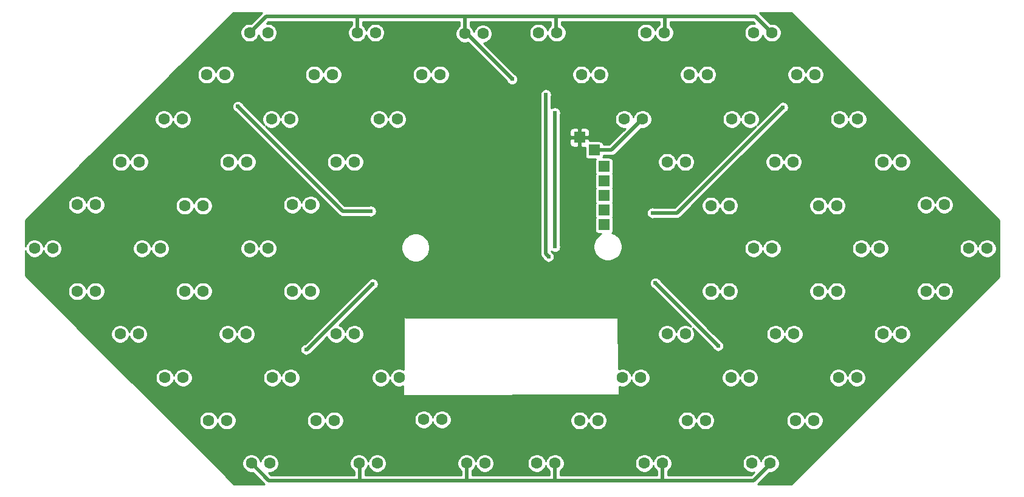
<source format=gtl>
%TF.GenerationSoftware,KiCad,Pcbnew,5.1.7-a382d34a8~87~ubuntu20.04.1*%
%TF.CreationDate,2020-10-15T10:11:22+03:00*%
%TF.ProjectId,BL_PCB_latest,424c5f50-4342-45f6-9c61-746573742e6b,rev?*%
%TF.SameCoordinates,Original*%
%TF.FileFunction,Copper,L1,Top*%
%TF.FilePolarity,Positive*%
%FSLAX46Y46*%
G04 Gerber Fmt 4.6, Leading zero omitted, Abs format (unit mm)*
G04 Created by KiCad (PCBNEW 5.1.7-a382d34a8~87~ubuntu20.04.1) date 2020-10-15 10:11:22*
%MOMM*%
%LPD*%
G01*
G04 APERTURE LIST*
%TA.AperFunction,ComponentPad*%
%ADD10R,1.524000X1.524000*%
%TD*%
%TA.AperFunction,ComponentPad*%
%ADD11C,1.600000*%
%TD*%
%TA.AperFunction,ViaPad*%
%ADD12C,0.610000*%
%TD*%
%TA.AperFunction,Conductor*%
%ADD13C,0.508000*%
%TD*%
%TA.AperFunction,Conductor*%
%ADD14C,0.254000*%
%TD*%
%TA.AperFunction,Conductor*%
%ADD15C,0.100000*%
%TD*%
G04 APERTURE END LIST*
D10*
%TO.P,,1*%
%TO.N,N$23427*%
X165989000Y-52959000D03*
%TD*%
%TO.P,,1*%
%TO.N,N$23430*%
X165989000Y-54991000D03*
%TD*%
%TO.P,,1*%
%TO.N,N$23433*%
X165989000Y-57023000D03*
%TD*%
%TO.P,,1*%
%TO.N,N$23436*%
X165989000Y-59055000D03*
%TD*%
%TO.P,,1*%
%TO.N,N$23439*%
X165989000Y-61087000D03*
%TD*%
%TO.P,,2*%
%TO.N,GND*%
X162560000Y-48895000D03*
%TD*%
%TO.P,,3*%
%TO.N,+3V3*%
X164592000Y-50673000D03*
%TD*%
D11*
%TO.P,LED30,1*%
%TO.N,+3V3*%
X177292000Y-76327000D03*
%TO.P,LED30,2*%
%TO.N,LED30_2*%
X174752000Y-76327000D03*
%TD*%
%TO.P,LED23,1*%
%TO.N,+3V3*%
X159385000Y-34290000D03*
%TO.P,LED23,2*%
%TO.N,LED23_2*%
X156845000Y-34290000D03*
%TD*%
%TO.P,LED24,1*%
%TO.N,+3V3*%
X165354000Y-40132000D03*
%TO.P,LED24,2*%
%TO.N,LED24_2*%
X162814000Y-40132000D03*
%TD*%
%TO.P,LED25,1*%
%TO.N,+3V3*%
X171323000Y-46355000D03*
%TO.P,LED25,2*%
%TO.N,LED25_2*%
X168783000Y-46355000D03*
%TD*%
%TO.P,LED26,1*%
%TO.N,+3V3*%
X177292000Y-52324000D03*
%TO.P,LED26,2*%
%TO.N,LED26_2*%
X174752000Y-52324000D03*
%TD*%
%TO.P,LED27,1*%
%TO.N,+3V3*%
X183388000Y-58420000D03*
%TO.P,LED27,2*%
%TO.N,LED27_2*%
X180848000Y-58420000D03*
%TD*%
%TO.P,LED28,1*%
%TO.N,+3V3*%
X189357000Y-64389000D03*
%TO.P,LED28,2*%
%TO.N,LED28_2*%
X186817000Y-64389000D03*
%TD*%
%TO.P,LED29,1*%
%TO.N,+3V3*%
X183388000Y-70358000D03*
%TO.P,LED29,2*%
%TO.N,LED29_2*%
X180848000Y-70358000D03*
%TD*%
%TO.P,LED31,1*%
%TO.N,+3V3*%
X171069000Y-82423000D03*
%TO.P,LED31,2*%
%TO.N,LED31_2*%
X168529000Y-82423000D03*
%TD*%
%TO.P,LED32,1*%
%TO.N,+3V3*%
X165100000Y-88392000D03*
%TO.P,LED32,2*%
%TO.N,LED32_2*%
X162560000Y-88392000D03*
%TD*%
%TO.P,LED33,1*%
%TO.N,+3V3*%
X159131000Y-94361000D03*
%TO.P,LED33,2*%
%TO.N,LED33_2*%
X156591000Y-94361000D03*
%TD*%
%TO.P,LED34,1*%
%TO.N,+3V3*%
X146812000Y-94361000D03*
%TO.P,LED34,2*%
%TO.N,R38_2*%
X149352000Y-94361000D03*
%TD*%
%TO.P,LED35,1*%
%TO.N,+3V3*%
X140843000Y-88265000D03*
%TO.P,LED35,2*%
%TO.N,R39_2*%
X143383000Y-88265000D03*
%TD*%
%TO.P,LED36,1*%
%TO.N,+3V3*%
X134874000Y-82423000D03*
%TO.P,LED36,2*%
%TO.N,R40_2*%
X137414000Y-82423000D03*
%TD*%
%TO.P,LED37,1*%
%TO.N,+3V3*%
X128651000Y-76327000D03*
%TO.P,LED37,2*%
%TO.N,R41_2*%
X131191000Y-76327000D03*
%TD*%
%TO.P,LED38,1*%
%TO.N,+3V3*%
X122555000Y-70358000D03*
%TO.P,LED38,2*%
%TO.N,R42_2*%
X125095000Y-70358000D03*
%TD*%
%TO.P,LED39,1*%
%TO.N,+3V3*%
X116586000Y-64389000D03*
%TO.P,LED39,2*%
%TO.N,R43_2*%
X119126000Y-64389000D03*
%TD*%
%TO.P,LED40,1*%
%TO.N,+3V3*%
X122555000Y-58293000D03*
%TO.P,LED40,2*%
%TO.N,R44_2*%
X125095000Y-58293000D03*
%TD*%
%TO.P,LED41,1*%
%TO.N,+3V3*%
X128651000Y-52324000D03*
%TO.P,LED41,2*%
%TO.N,R45_2*%
X131191000Y-52324000D03*
%TD*%
%TO.P,LED42,1*%
%TO.N,+3V3*%
X134620000Y-46355000D03*
%TO.P,LED42,2*%
%TO.N,R46_2*%
X137160000Y-46355000D03*
%TD*%
%TO.P,LED43,1*%
%TO.N,+3V3*%
X140589000Y-40132000D03*
%TO.P,LED43,2*%
%TO.N,R47_2*%
X143129000Y-40132000D03*
%TD*%
%TO.P,LED44,1*%
%TO.N,+3V3*%
X146558000Y-34417000D03*
%TO.P,LED44,2*%
%TO.N,R48_2*%
X149098000Y-34417000D03*
%TD*%
%TO.P,LED45,1*%
%TO.N,+3V3*%
X131826000Y-94361000D03*
%TO.P,LED45,2*%
%TO.N,R50_2*%
X134366000Y-94361000D03*
%TD*%
%TO.P,LED46,1*%
%TO.N,+3V3*%
X125857000Y-88392000D03*
%TO.P,LED46,2*%
%TO.N,R51_2*%
X128397000Y-88392000D03*
%TD*%
%TO.P,LED47,1*%
%TO.N,+3V3*%
X119761000Y-82423000D03*
%TO.P,LED47,2*%
%TO.N,R52_2*%
X122301000Y-82423000D03*
%TD*%
%TO.P,LED48,1*%
%TO.N,+3V3*%
X113538000Y-76327000D03*
%TO.P,LED48,2*%
%TO.N,R53_2*%
X116078000Y-76327000D03*
%TD*%
%TO.P,LED49,1*%
%TO.N,+3V3*%
X107569000Y-70358000D03*
%TO.P,LED49,2*%
%TO.N,R54_2*%
X110109000Y-70358000D03*
%TD*%
%TO.P,LED50,1*%
%TO.N,+3V3*%
X101600000Y-64389000D03*
%TO.P,LED50,2*%
%TO.N,R55_2*%
X104140000Y-64389000D03*
%TD*%
%TO.P,LED51,1*%
%TO.N,+3V3*%
X107569000Y-58420000D03*
%TO.P,LED51,2*%
%TO.N,R56_2*%
X110109000Y-58420000D03*
%TD*%
%TO.P,LED52,1*%
%TO.N,+3V3*%
X113665000Y-52324000D03*
%TO.P,LED52,2*%
%TO.N,R57_2*%
X116205000Y-52324000D03*
%TD*%
%TO.P,LED53,1*%
%TO.N,+3V3*%
X119634000Y-46355000D03*
%TO.P,LED53,2*%
%TO.N,R58_2*%
X122174000Y-46355000D03*
%TD*%
%TO.P,LED54,1*%
%TO.N,+3V3*%
X125603000Y-40132000D03*
%TO.P,LED54,2*%
%TO.N,R59_2*%
X128143000Y-40132000D03*
%TD*%
%TO.P,LED55,1*%
%TO.N,+3V3*%
X131572000Y-34290000D03*
%TO.P,LED55,2*%
%TO.N,R60_2*%
X134112000Y-34290000D03*
%TD*%
%TO.P,LED56,1*%
%TO.N,+3V3*%
X116840000Y-94361000D03*
%TO.P,LED56,2*%
%TO.N,R62_2*%
X119380000Y-94361000D03*
%TD*%
%TO.P,LED57,1*%
%TO.N,+3V3*%
X110871000Y-88392000D03*
%TO.P,LED57,2*%
%TO.N,R63_2*%
X113411000Y-88392000D03*
%TD*%
%TO.P,LED58,1*%
%TO.N,+3V3*%
X104775000Y-82423000D03*
%TO.P,LED58,2*%
%TO.N,R64_2*%
X107315000Y-82423000D03*
%TD*%
%TO.P,LED59,1*%
%TO.N,+3V3*%
X98552000Y-76327000D03*
%TO.P,LED59,2*%
%TO.N,R65_2*%
X101092000Y-76327000D03*
%TD*%
%TO.P,LED60,1*%
%TO.N,+3V3*%
X92583000Y-70358000D03*
%TO.P,LED60,2*%
%TO.N,R66_2*%
X95123000Y-70358000D03*
%TD*%
%TO.P,LED61,1*%
%TO.N,+3V3*%
X86614000Y-64389000D03*
%TO.P,LED61,2*%
%TO.N,R67_2*%
X89154000Y-64389000D03*
%TD*%
%TO.P,LED62,1*%
%TO.N,+3V3*%
X92583000Y-58293000D03*
%TO.P,LED62,2*%
%TO.N,R68_2*%
X95123000Y-58293000D03*
%TD*%
%TO.P,LED63,1*%
%TO.N,+3V3*%
X98679000Y-52324000D03*
%TO.P,LED63,2*%
%TO.N,R69_2*%
X101219000Y-52324000D03*
%TD*%
%TO.P,LED64,1*%
%TO.N,+3V3*%
X104648000Y-46355000D03*
%TO.P,LED64,2*%
%TO.N,R70_2*%
X107188000Y-46355000D03*
%TD*%
%TO.P,LED65,1*%
%TO.N,+3V3*%
X110617000Y-40132000D03*
%TO.P,LED65,2*%
%TO.N,R71_2*%
X113157000Y-40132000D03*
%TD*%
%TO.P,LED66,1*%
%TO.N,+3V3*%
X116586000Y-34290000D03*
%TO.P,LED66,2*%
%TO.N,R72_2*%
X119126000Y-34290000D03*
%TD*%
%TO.P,LED7,1*%
%TO.N,+3V3*%
X213360000Y-70358000D03*
%TO.P,LED7,2*%
%TO.N,LED7_2*%
X210820000Y-70358000D03*
%TD*%
%TO.P,LED2,1*%
%TO.N,+3V3*%
X195326000Y-40132000D03*
%TO.P,LED2,2*%
%TO.N,LED2_2*%
X192786000Y-40132000D03*
%TD*%
%TO.P,LED10,1*%
%TO.N,+3V3*%
X195199000Y-88392000D03*
%TO.P,LED10,2*%
%TO.N,LED10_2*%
X192659000Y-88392000D03*
%TD*%
%TO.P,LED9,1*%
%TO.N,+3V3*%
X201168000Y-82423000D03*
%TO.P,LED9,2*%
%TO.N,LED9_2*%
X198628000Y-82423000D03*
%TD*%
%TO.P,LED8,1*%
%TO.N,+3V3*%
X207391000Y-76327000D03*
%TO.P,LED8,2*%
%TO.N,LED8_2*%
X204851000Y-76327000D03*
%TD*%
%TO.P,LED11,1*%
%TO.N,+3V3*%
X189103000Y-94361000D03*
%TO.P,LED11,2*%
%TO.N,LED11_2*%
X186563000Y-94361000D03*
%TD*%
%TO.P,LED6,1*%
%TO.N,+3V3*%
X219329000Y-64389000D03*
%TO.P,LED6,2*%
%TO.N,LED6_2*%
X216789000Y-64389000D03*
%TD*%
%TO.P,LED5,1*%
%TO.N,+3V3*%
X213360000Y-58293000D03*
%TO.P,LED5,2*%
%TO.N,LED5_2*%
X210820000Y-58293000D03*
%TD*%
%TO.P,LED4,1*%
%TO.N,+3V3*%
X207391000Y-52324000D03*
%TO.P,LED4,2*%
%TO.N,LED4_2*%
X204851000Y-52324000D03*
%TD*%
%TO.P,LED3,1*%
%TO.N,+3V3*%
X201295000Y-46355000D03*
%TO.P,LED3,2*%
%TO.N,LED3_2*%
X198755000Y-46355000D03*
%TD*%
%TO.P,LED1,1*%
%TO.N,+3V3*%
X189357000Y-34290000D03*
%TO.P,LED1,2*%
%TO.N,LED1_2*%
X186817000Y-34290000D03*
%TD*%
%TO.P,LED12,1*%
%TO.N,+3V3*%
X174117000Y-94361000D03*
%TO.P,LED12,2*%
%TO.N,R14_2*%
X171577000Y-94361000D03*
%TD*%
%TO.P,LED13,1*%
%TO.N,+3V3*%
X180086000Y-88392000D03*
%TO.P,LED13,2*%
%TO.N,R15_2*%
X177546000Y-88392000D03*
%TD*%
%TO.P,LED14,1*%
%TO.N,+3V3*%
X186182000Y-82423000D03*
%TO.P,LED14,2*%
%TO.N,R16_2*%
X183642000Y-82423000D03*
%TD*%
%TO.P,LED15,1*%
%TO.N,+3V3*%
X192405000Y-76327000D03*
%TO.P,LED15,2*%
%TO.N,R17_2*%
X189865000Y-76327000D03*
%TD*%
%TO.P,LED16,1*%
%TO.N,+3V3*%
X198374000Y-70358000D03*
%TO.P,LED16,2*%
%TO.N,R18_2*%
X195834000Y-70358000D03*
%TD*%
%TO.P,LED17,1*%
%TO.N,+3V3*%
X204343000Y-64389000D03*
%TO.P,LED17,2*%
%TO.N,R19_2*%
X201803000Y-64389000D03*
%TD*%
%TO.P,LED18,1*%
%TO.N,+3V3*%
X198374000Y-58420000D03*
%TO.P,LED18,2*%
%TO.N,R20_2*%
X195834000Y-58420000D03*
%TD*%
%TO.P,LED19,1*%
%TO.N,+3V3*%
X192278000Y-52324000D03*
%TO.P,LED19,2*%
%TO.N,R21_2*%
X189738000Y-52324000D03*
%TD*%
%TO.P,LED20,1*%
%TO.N,+3V3*%
X186309000Y-46355000D03*
%TO.P,LED20,2*%
%TO.N,R22_2*%
X183769000Y-46355000D03*
%TD*%
%TO.P,LED21,1*%
%TO.N,+3V3*%
X180340000Y-40132000D03*
%TO.P,LED21,2*%
%TO.N,R23_2*%
X177800000Y-40132000D03*
%TD*%
%TO.P,LED22,1*%
%TO.N,+3V3*%
X174371000Y-34290000D03*
%TO.P,LED22,2*%
%TO.N,R24_2*%
X171831000Y-34290000D03*
%TD*%
D12*
%TO.N,GND*%
X175514000Y-66802000D03*
X175387000Y-61087000D03*
X130302000Y-60706000D03*
X146939000Y-73215000D03*
X149013000Y-73215000D03*
X151088000Y-73215000D03*
X153162000Y-73215000D03*
X155236000Y-73215000D03*
X157311000Y-73215000D03*
X159385000Y-73215000D03*
X159385000Y-70104000D03*
X157311000Y-70104000D03*
X155236000Y-70104000D03*
X153162000Y-70104000D03*
X151088000Y-70104000D03*
X149013000Y-70104000D03*
X146939000Y-70104000D03*
X155236000Y-53975000D03*
X153162000Y-53975000D03*
X151088000Y-53975000D03*
X149013000Y-53975000D03*
X146939000Y-53975000D03*
X155236000Y-57023000D03*
X153162000Y-57023000D03*
X151088000Y-57023000D03*
X149013000Y-57023000D03*
X146939000Y-57023000D03*
X168910000Y-54864000D03*
X130302000Y-66548000D03*
%TO.N,+3V3*%
X153162000Y-40767000D03*
%TO.N,Q5_3*%
X133731000Y-69342000D03*
X124460000Y-78486000D03*
%TO.N,Q6_3*%
X133477000Y-59182000D03*
X114935000Y-44577000D03*
%TO.N,R1_1*%
X172720000Y-59436000D03*
X190881000Y-44704000D03*
%TO.N,Q2_3*%
X173101000Y-69215000D03*
X181864002Y-77978000D03*
%TO.N,SWCLK*%
X159131000Y-45466000D03*
X159131000Y-64135000D03*
%TO.N,SWDIO*%
X158242000Y-65532000D03*
X157861000Y-42926000D03*
%TD*%
D13*
%TO.N,+3V3*%
X164592000Y-50673000D02*
X167005000Y-50673000D01*
X167005000Y-50673000D02*
X171323000Y-46355000D01*
X174117000Y-94361000D02*
X174125000Y-96774000D01*
X159131000Y-94361000D02*
X159141000Y-96774000D01*
X146812000Y-94361000D02*
X146874000Y-94423000D01*
X146874000Y-94423000D02*
X146874000Y-96774000D01*
X189103000Y-94488000D02*
X186817000Y-96774000D01*
X186817000Y-96774000D02*
X119253000Y-96774000D01*
X119253000Y-96774000D02*
X116840000Y-94361000D01*
X131826000Y-94361000D02*
X131913000Y-94448000D01*
X131913000Y-94448000D02*
X131913000Y-96647000D01*
X189357000Y-34290000D02*
X187071000Y-32004000D01*
X187071000Y-32004000D02*
X118872000Y-32004000D01*
X118872000Y-32004000D02*
X116586000Y-34290000D01*
X159385000Y-34290000D02*
X159309000Y-34214000D01*
X159309000Y-34214000D02*
X159309000Y-32004000D01*
X174371000Y-34290000D02*
X174455000Y-34206000D01*
X174455000Y-34206000D02*
X174455000Y-32004000D01*
X146558000Y-34417000D02*
X146609000Y-34366000D01*
X146609000Y-34366000D02*
X146609000Y-32004000D01*
X131572000Y-34290000D02*
X131604000Y-34258000D01*
X131604000Y-34258000D02*
X131604000Y-32004000D01*
X153162000Y-40767000D02*
X146812000Y-34417000D01*
X146812000Y-34417000D02*
X146558000Y-34417000D01*
%TO.N,Q5_3*%
X133731000Y-69342000D02*
X124587000Y-78486000D01*
X124587000Y-78486000D02*
X124460000Y-78486000D01*
%TO.N,Q6_3*%
X133477000Y-59182000D02*
X129540000Y-59182000D01*
X129540000Y-59182000D02*
X114935000Y-44577000D01*
%TO.N,R1_1*%
X172720000Y-59436000D02*
X176149000Y-59436000D01*
X176149000Y-59436000D02*
X190881000Y-44704000D01*
%TO.N,Q2_3*%
X173101000Y-69215000D02*
X173406001Y-69519999D01*
X173406001Y-69519999D02*
X181864002Y-77978000D01*
%TO.N,SWCLK*%
X159131000Y-45466000D02*
X159131000Y-64135000D01*
%TO.N,SWDIO*%
X158242000Y-65532000D02*
X157861000Y-65151000D01*
X157861000Y-65151000D02*
X157861000Y-42926000D01*
%TD*%
D14*
%TO.N,GND*%
X116800181Y-33001017D02*
X116714630Y-32984000D01*
X116457370Y-32984000D01*
X116205054Y-33034189D01*
X115967377Y-33132638D01*
X115753474Y-33275564D01*
X115571564Y-33457474D01*
X115428638Y-33671377D01*
X115330189Y-33909054D01*
X115280000Y-34161370D01*
X115280000Y-34418630D01*
X115330189Y-34670946D01*
X115428638Y-34908623D01*
X115571564Y-35122526D01*
X115753474Y-35304436D01*
X115967377Y-35447362D01*
X116205054Y-35545811D01*
X116457370Y-35596000D01*
X116714630Y-35596000D01*
X116966946Y-35545811D01*
X117204623Y-35447362D01*
X117418526Y-35304436D01*
X117600436Y-35122526D01*
X117743362Y-34908623D01*
X117841811Y-34670946D01*
X117856000Y-34599613D01*
X117870189Y-34670946D01*
X117968638Y-34908623D01*
X118111564Y-35122526D01*
X118293474Y-35304436D01*
X118507377Y-35447362D01*
X118745054Y-35545811D01*
X118997370Y-35596000D01*
X119254630Y-35596000D01*
X119506946Y-35545811D01*
X119744623Y-35447362D01*
X119958526Y-35304436D01*
X120140436Y-35122526D01*
X120283362Y-34908623D01*
X120381811Y-34670946D01*
X120432000Y-34418630D01*
X120432000Y-34161370D01*
X120381811Y-33909054D01*
X120283362Y-33671377D01*
X120140436Y-33457474D01*
X119958526Y-33275564D01*
X119744623Y-33132638D01*
X119506946Y-33034189D01*
X119254630Y-32984000D01*
X118997370Y-32984000D01*
X118959212Y-32991590D01*
X119186802Y-32764000D01*
X130844001Y-32764000D01*
X130844000Y-33205721D01*
X130739474Y-33275564D01*
X130557564Y-33457474D01*
X130414638Y-33671377D01*
X130316189Y-33909054D01*
X130266000Y-34161370D01*
X130266000Y-34418630D01*
X130316189Y-34670946D01*
X130414638Y-34908623D01*
X130557564Y-35122526D01*
X130739474Y-35304436D01*
X130953377Y-35447362D01*
X131191054Y-35545811D01*
X131443370Y-35596000D01*
X131700630Y-35596000D01*
X131952946Y-35545811D01*
X132190623Y-35447362D01*
X132404526Y-35304436D01*
X132586436Y-35122526D01*
X132729362Y-34908623D01*
X132827811Y-34670946D01*
X132842000Y-34599613D01*
X132856189Y-34670946D01*
X132954638Y-34908623D01*
X133097564Y-35122526D01*
X133279474Y-35304436D01*
X133493377Y-35447362D01*
X133731054Y-35545811D01*
X133983370Y-35596000D01*
X134240630Y-35596000D01*
X134492946Y-35545811D01*
X134730623Y-35447362D01*
X134944526Y-35304436D01*
X135126436Y-35122526D01*
X135269362Y-34908623D01*
X135367811Y-34670946D01*
X135418000Y-34418630D01*
X135418000Y-34161370D01*
X135367811Y-33909054D01*
X135269362Y-33671377D01*
X135126436Y-33457474D01*
X134944526Y-33275564D01*
X134730623Y-33132638D01*
X134492946Y-33034189D01*
X134240630Y-32984000D01*
X133983370Y-32984000D01*
X133731054Y-33034189D01*
X133493377Y-33132638D01*
X133279474Y-33275564D01*
X133097564Y-33457474D01*
X132954638Y-33671377D01*
X132856189Y-33909054D01*
X132842000Y-33980387D01*
X132827811Y-33909054D01*
X132729362Y-33671377D01*
X132586436Y-33457474D01*
X132404526Y-33275564D01*
X132364000Y-33248485D01*
X132364000Y-32764000D01*
X145849001Y-32764000D01*
X145849000Y-33320026D01*
X145725474Y-33402564D01*
X145543564Y-33584474D01*
X145400638Y-33798377D01*
X145302189Y-34036054D01*
X145252000Y-34288370D01*
X145252000Y-34545630D01*
X145302189Y-34797946D01*
X145400638Y-35035623D01*
X145543564Y-35249526D01*
X145725474Y-35431436D01*
X145939377Y-35574362D01*
X146177054Y-35672811D01*
X146429370Y-35723000D01*
X146686630Y-35723000D01*
X146938946Y-35672811D01*
X146977175Y-35656976D01*
X152423467Y-41103269D01*
X152443301Y-41151153D01*
X152532055Y-41283982D01*
X152645018Y-41396945D01*
X152777847Y-41485699D01*
X152925440Y-41546834D01*
X153082123Y-41578000D01*
X153241877Y-41578000D01*
X153398560Y-41546834D01*
X153546153Y-41485699D01*
X153678982Y-41396945D01*
X153791945Y-41283982D01*
X153880699Y-41151153D01*
X153941834Y-41003560D01*
X153973000Y-40846877D01*
X153973000Y-40687123D01*
X153941834Y-40530440D01*
X153880699Y-40382847D01*
X153791945Y-40250018D01*
X153678982Y-40137055D01*
X153546153Y-40048301D01*
X153498269Y-40028467D01*
X153473172Y-40003370D01*
X161508000Y-40003370D01*
X161508000Y-40260630D01*
X161558189Y-40512946D01*
X161656638Y-40750623D01*
X161799564Y-40964526D01*
X161981474Y-41146436D01*
X162195377Y-41289362D01*
X162433054Y-41387811D01*
X162685370Y-41438000D01*
X162942630Y-41438000D01*
X163194946Y-41387811D01*
X163432623Y-41289362D01*
X163646526Y-41146436D01*
X163828436Y-40964526D01*
X163971362Y-40750623D01*
X164069811Y-40512946D01*
X164084000Y-40441613D01*
X164098189Y-40512946D01*
X164196638Y-40750623D01*
X164339564Y-40964526D01*
X164521474Y-41146436D01*
X164735377Y-41289362D01*
X164973054Y-41387811D01*
X165225370Y-41438000D01*
X165482630Y-41438000D01*
X165734946Y-41387811D01*
X165972623Y-41289362D01*
X166186526Y-41146436D01*
X166368436Y-40964526D01*
X166511362Y-40750623D01*
X166609811Y-40512946D01*
X166660000Y-40260630D01*
X166660000Y-40003370D01*
X176494000Y-40003370D01*
X176494000Y-40260630D01*
X176544189Y-40512946D01*
X176642638Y-40750623D01*
X176785564Y-40964526D01*
X176967474Y-41146436D01*
X177181377Y-41289362D01*
X177419054Y-41387811D01*
X177671370Y-41438000D01*
X177928630Y-41438000D01*
X178180946Y-41387811D01*
X178418623Y-41289362D01*
X178632526Y-41146436D01*
X178814436Y-40964526D01*
X178957362Y-40750623D01*
X179055811Y-40512946D01*
X179070000Y-40441613D01*
X179084189Y-40512946D01*
X179182638Y-40750623D01*
X179325564Y-40964526D01*
X179507474Y-41146436D01*
X179721377Y-41289362D01*
X179959054Y-41387811D01*
X180211370Y-41438000D01*
X180468630Y-41438000D01*
X180720946Y-41387811D01*
X180958623Y-41289362D01*
X181172526Y-41146436D01*
X181354436Y-40964526D01*
X181497362Y-40750623D01*
X181595811Y-40512946D01*
X181646000Y-40260630D01*
X181646000Y-40003370D01*
X191480000Y-40003370D01*
X191480000Y-40260630D01*
X191530189Y-40512946D01*
X191628638Y-40750623D01*
X191771564Y-40964526D01*
X191953474Y-41146436D01*
X192167377Y-41289362D01*
X192405054Y-41387811D01*
X192657370Y-41438000D01*
X192914630Y-41438000D01*
X193166946Y-41387811D01*
X193404623Y-41289362D01*
X193618526Y-41146436D01*
X193800436Y-40964526D01*
X193943362Y-40750623D01*
X194041811Y-40512946D01*
X194056000Y-40441613D01*
X194070189Y-40512946D01*
X194168638Y-40750623D01*
X194311564Y-40964526D01*
X194493474Y-41146436D01*
X194707377Y-41289362D01*
X194945054Y-41387811D01*
X195197370Y-41438000D01*
X195454630Y-41438000D01*
X195706946Y-41387811D01*
X195944623Y-41289362D01*
X196158526Y-41146436D01*
X196340436Y-40964526D01*
X196483362Y-40750623D01*
X196581811Y-40512946D01*
X196632000Y-40260630D01*
X196632000Y-40003370D01*
X196581811Y-39751054D01*
X196483362Y-39513377D01*
X196340436Y-39299474D01*
X196158526Y-39117564D01*
X195944623Y-38974638D01*
X195706946Y-38876189D01*
X195454630Y-38826000D01*
X195197370Y-38826000D01*
X194945054Y-38876189D01*
X194707377Y-38974638D01*
X194493474Y-39117564D01*
X194311564Y-39299474D01*
X194168638Y-39513377D01*
X194070189Y-39751054D01*
X194056000Y-39822387D01*
X194041811Y-39751054D01*
X193943362Y-39513377D01*
X193800436Y-39299474D01*
X193618526Y-39117564D01*
X193404623Y-38974638D01*
X193166946Y-38876189D01*
X192914630Y-38826000D01*
X192657370Y-38826000D01*
X192405054Y-38876189D01*
X192167377Y-38974638D01*
X191953474Y-39117564D01*
X191771564Y-39299474D01*
X191628638Y-39513377D01*
X191530189Y-39751054D01*
X191480000Y-40003370D01*
X181646000Y-40003370D01*
X181595811Y-39751054D01*
X181497362Y-39513377D01*
X181354436Y-39299474D01*
X181172526Y-39117564D01*
X180958623Y-38974638D01*
X180720946Y-38876189D01*
X180468630Y-38826000D01*
X180211370Y-38826000D01*
X179959054Y-38876189D01*
X179721377Y-38974638D01*
X179507474Y-39117564D01*
X179325564Y-39299474D01*
X179182638Y-39513377D01*
X179084189Y-39751054D01*
X179070000Y-39822387D01*
X179055811Y-39751054D01*
X178957362Y-39513377D01*
X178814436Y-39299474D01*
X178632526Y-39117564D01*
X178418623Y-38974638D01*
X178180946Y-38876189D01*
X177928630Y-38826000D01*
X177671370Y-38826000D01*
X177419054Y-38876189D01*
X177181377Y-38974638D01*
X176967474Y-39117564D01*
X176785564Y-39299474D01*
X176642638Y-39513377D01*
X176544189Y-39751054D01*
X176494000Y-40003370D01*
X166660000Y-40003370D01*
X166609811Y-39751054D01*
X166511362Y-39513377D01*
X166368436Y-39299474D01*
X166186526Y-39117564D01*
X165972623Y-38974638D01*
X165734946Y-38876189D01*
X165482630Y-38826000D01*
X165225370Y-38826000D01*
X164973054Y-38876189D01*
X164735377Y-38974638D01*
X164521474Y-39117564D01*
X164339564Y-39299474D01*
X164196638Y-39513377D01*
X164098189Y-39751054D01*
X164084000Y-39822387D01*
X164069811Y-39751054D01*
X163971362Y-39513377D01*
X163828436Y-39299474D01*
X163646526Y-39117564D01*
X163432623Y-38974638D01*
X163194946Y-38876189D01*
X162942630Y-38826000D01*
X162685370Y-38826000D01*
X162433054Y-38876189D01*
X162195377Y-38974638D01*
X161981474Y-39117564D01*
X161799564Y-39299474D01*
X161656638Y-39513377D01*
X161558189Y-39751054D01*
X161508000Y-40003370D01*
X153473172Y-40003370D01*
X149192801Y-35723000D01*
X149226630Y-35723000D01*
X149478946Y-35672811D01*
X149716623Y-35574362D01*
X149930526Y-35431436D01*
X150112436Y-35249526D01*
X150255362Y-35035623D01*
X150353811Y-34797946D01*
X150404000Y-34545630D01*
X150404000Y-34288370D01*
X150353811Y-34036054D01*
X150255362Y-33798377D01*
X150112436Y-33584474D01*
X149930526Y-33402564D01*
X149716623Y-33259638D01*
X149478946Y-33161189D01*
X149226630Y-33111000D01*
X148969370Y-33111000D01*
X148717054Y-33161189D01*
X148479377Y-33259638D01*
X148265474Y-33402564D01*
X148083564Y-33584474D01*
X147940638Y-33798377D01*
X147842189Y-34036054D01*
X147828000Y-34107387D01*
X147813811Y-34036054D01*
X147715362Y-33798377D01*
X147572436Y-33584474D01*
X147390526Y-33402564D01*
X147369000Y-33388181D01*
X147369000Y-32764000D01*
X158549001Y-32764000D01*
X158549000Y-33279038D01*
X158370564Y-33457474D01*
X158227638Y-33671377D01*
X158129189Y-33909054D01*
X158115000Y-33980387D01*
X158100811Y-33909054D01*
X158002362Y-33671377D01*
X157859436Y-33457474D01*
X157677526Y-33275564D01*
X157463623Y-33132638D01*
X157225946Y-33034189D01*
X156973630Y-32984000D01*
X156716370Y-32984000D01*
X156464054Y-33034189D01*
X156226377Y-33132638D01*
X156012474Y-33275564D01*
X155830564Y-33457474D01*
X155687638Y-33671377D01*
X155589189Y-33909054D01*
X155539000Y-34161370D01*
X155539000Y-34418630D01*
X155589189Y-34670946D01*
X155687638Y-34908623D01*
X155830564Y-35122526D01*
X156012474Y-35304436D01*
X156226377Y-35447362D01*
X156464054Y-35545811D01*
X156716370Y-35596000D01*
X156973630Y-35596000D01*
X157225946Y-35545811D01*
X157463623Y-35447362D01*
X157677526Y-35304436D01*
X157859436Y-35122526D01*
X158002362Y-34908623D01*
X158100811Y-34670946D01*
X158115000Y-34599613D01*
X158129189Y-34670946D01*
X158227638Y-34908623D01*
X158370564Y-35122526D01*
X158552474Y-35304436D01*
X158766377Y-35447362D01*
X159004054Y-35545811D01*
X159256370Y-35596000D01*
X159513630Y-35596000D01*
X159765946Y-35545811D01*
X160003623Y-35447362D01*
X160217526Y-35304436D01*
X160399436Y-35122526D01*
X160542362Y-34908623D01*
X160640811Y-34670946D01*
X160691000Y-34418630D01*
X160691000Y-34161370D01*
X160640811Y-33909054D01*
X160542362Y-33671377D01*
X160399436Y-33457474D01*
X160217526Y-33275564D01*
X160069000Y-33176322D01*
X160069000Y-32764000D01*
X173695001Y-32764000D01*
X173695000Y-33170976D01*
X173538474Y-33275564D01*
X173356564Y-33457474D01*
X173213638Y-33671377D01*
X173115189Y-33909054D01*
X173101000Y-33980387D01*
X173086811Y-33909054D01*
X172988362Y-33671377D01*
X172845436Y-33457474D01*
X172663526Y-33275564D01*
X172449623Y-33132638D01*
X172211946Y-33034189D01*
X171959630Y-32984000D01*
X171702370Y-32984000D01*
X171450054Y-33034189D01*
X171212377Y-33132638D01*
X170998474Y-33275564D01*
X170816564Y-33457474D01*
X170673638Y-33671377D01*
X170575189Y-33909054D01*
X170525000Y-34161370D01*
X170525000Y-34418630D01*
X170575189Y-34670946D01*
X170673638Y-34908623D01*
X170816564Y-35122526D01*
X170998474Y-35304436D01*
X171212377Y-35447362D01*
X171450054Y-35545811D01*
X171702370Y-35596000D01*
X171959630Y-35596000D01*
X172211946Y-35545811D01*
X172449623Y-35447362D01*
X172663526Y-35304436D01*
X172845436Y-35122526D01*
X172988362Y-34908623D01*
X173086811Y-34670946D01*
X173101000Y-34599613D01*
X173115189Y-34670946D01*
X173213638Y-34908623D01*
X173356564Y-35122526D01*
X173538474Y-35304436D01*
X173752377Y-35447362D01*
X173990054Y-35545811D01*
X174242370Y-35596000D01*
X174499630Y-35596000D01*
X174751946Y-35545811D01*
X174989623Y-35447362D01*
X175203526Y-35304436D01*
X175385436Y-35122526D01*
X175528362Y-34908623D01*
X175626811Y-34670946D01*
X175677000Y-34418630D01*
X175677000Y-34161370D01*
X175626811Y-33909054D01*
X175528362Y-33671377D01*
X175385436Y-33457474D01*
X175215000Y-33287038D01*
X175215000Y-32764000D01*
X186756199Y-32764000D01*
X186983789Y-32991590D01*
X186945630Y-32984000D01*
X186688370Y-32984000D01*
X186436054Y-33034189D01*
X186198377Y-33132638D01*
X185984474Y-33275564D01*
X185802564Y-33457474D01*
X185659638Y-33671377D01*
X185561189Y-33909054D01*
X185511000Y-34161370D01*
X185511000Y-34418630D01*
X185561189Y-34670946D01*
X185659638Y-34908623D01*
X185802564Y-35122526D01*
X185984474Y-35304436D01*
X186198377Y-35447362D01*
X186436054Y-35545811D01*
X186688370Y-35596000D01*
X186945630Y-35596000D01*
X187197946Y-35545811D01*
X187435623Y-35447362D01*
X187649526Y-35304436D01*
X187831436Y-35122526D01*
X187974362Y-34908623D01*
X188072811Y-34670946D01*
X188087000Y-34599613D01*
X188101189Y-34670946D01*
X188199638Y-34908623D01*
X188342564Y-35122526D01*
X188524474Y-35304436D01*
X188738377Y-35447362D01*
X188976054Y-35545811D01*
X189228370Y-35596000D01*
X189485630Y-35596000D01*
X189737946Y-35545811D01*
X189975623Y-35447362D01*
X190189526Y-35304436D01*
X190371436Y-35122526D01*
X190514362Y-34908623D01*
X190612811Y-34670946D01*
X190663000Y-34418630D01*
X190663000Y-34161370D01*
X190612811Y-33909054D01*
X190514362Y-33671377D01*
X190371436Y-33457474D01*
X190189526Y-33275564D01*
X189975623Y-33132638D01*
X189737946Y-33034189D01*
X189485630Y-32984000D01*
X189228370Y-32984000D01*
X189142819Y-33001017D01*
X187635801Y-31494000D01*
X192015803Y-31494000D01*
X220982000Y-60460197D01*
X220982001Y-68317802D01*
X192015803Y-97284000D01*
X187381801Y-97284000D01*
X188998802Y-95667000D01*
X189231630Y-95667000D01*
X189483946Y-95616811D01*
X189721623Y-95518362D01*
X189935526Y-95375436D01*
X190117436Y-95193526D01*
X190260362Y-94979623D01*
X190358811Y-94741946D01*
X190409000Y-94489630D01*
X190409000Y-94232370D01*
X190358811Y-93980054D01*
X190260362Y-93742377D01*
X190117436Y-93528474D01*
X189935526Y-93346564D01*
X189721623Y-93203638D01*
X189483946Y-93105189D01*
X189231630Y-93055000D01*
X188974370Y-93055000D01*
X188722054Y-93105189D01*
X188484377Y-93203638D01*
X188270474Y-93346564D01*
X188088564Y-93528474D01*
X187945638Y-93742377D01*
X187847189Y-93980054D01*
X187833000Y-94051387D01*
X187818811Y-93980054D01*
X187720362Y-93742377D01*
X187577436Y-93528474D01*
X187395526Y-93346564D01*
X187181623Y-93203638D01*
X186943946Y-93105189D01*
X186691630Y-93055000D01*
X186434370Y-93055000D01*
X186182054Y-93105189D01*
X185944377Y-93203638D01*
X185730474Y-93346564D01*
X185548564Y-93528474D01*
X185405638Y-93742377D01*
X185307189Y-93980054D01*
X185257000Y-94232370D01*
X185257000Y-94489630D01*
X185307189Y-94741946D01*
X185405638Y-94979623D01*
X185548564Y-95193526D01*
X185730474Y-95375436D01*
X185944377Y-95518362D01*
X186182054Y-95616811D01*
X186434370Y-95667000D01*
X186691630Y-95667000D01*
X186888324Y-95627875D01*
X186502199Y-96014000D01*
X174882484Y-96014000D01*
X174880520Y-95421545D01*
X174949526Y-95375436D01*
X175131436Y-95193526D01*
X175274362Y-94979623D01*
X175372811Y-94741946D01*
X175423000Y-94489630D01*
X175423000Y-94232370D01*
X175372811Y-93980054D01*
X175274362Y-93742377D01*
X175131436Y-93528474D01*
X174949526Y-93346564D01*
X174735623Y-93203638D01*
X174497946Y-93105189D01*
X174245630Y-93055000D01*
X173988370Y-93055000D01*
X173736054Y-93105189D01*
X173498377Y-93203638D01*
X173284474Y-93346564D01*
X173102564Y-93528474D01*
X172959638Y-93742377D01*
X172861189Y-93980054D01*
X172847000Y-94051387D01*
X172832811Y-93980054D01*
X172734362Y-93742377D01*
X172591436Y-93528474D01*
X172409526Y-93346564D01*
X172195623Y-93203638D01*
X171957946Y-93105189D01*
X171705630Y-93055000D01*
X171448370Y-93055000D01*
X171196054Y-93105189D01*
X170958377Y-93203638D01*
X170744474Y-93346564D01*
X170562564Y-93528474D01*
X170419638Y-93742377D01*
X170321189Y-93980054D01*
X170271000Y-94232370D01*
X170271000Y-94489630D01*
X170321189Y-94741946D01*
X170419638Y-94979623D01*
X170562564Y-95193526D01*
X170744474Y-95375436D01*
X170958377Y-95518362D01*
X171196054Y-95616811D01*
X171448370Y-95667000D01*
X171705630Y-95667000D01*
X171957946Y-95616811D01*
X172195623Y-95518362D01*
X172409526Y-95375436D01*
X172591436Y-95193526D01*
X172734362Y-94979623D01*
X172832811Y-94741946D01*
X172847000Y-94670613D01*
X172861189Y-94741946D01*
X172959638Y-94979623D01*
X173102564Y-95193526D01*
X173284474Y-95375436D01*
X173360528Y-95426254D01*
X173362476Y-96014000D01*
X159897857Y-96014000D01*
X159895399Y-95420957D01*
X159963526Y-95375436D01*
X160145436Y-95193526D01*
X160288362Y-94979623D01*
X160386811Y-94741946D01*
X160437000Y-94489630D01*
X160437000Y-94232370D01*
X160386811Y-93980054D01*
X160288362Y-93742377D01*
X160145436Y-93528474D01*
X159963526Y-93346564D01*
X159749623Y-93203638D01*
X159511946Y-93105189D01*
X159259630Y-93055000D01*
X159002370Y-93055000D01*
X158750054Y-93105189D01*
X158512377Y-93203638D01*
X158298474Y-93346564D01*
X158116564Y-93528474D01*
X157973638Y-93742377D01*
X157875189Y-93980054D01*
X157861000Y-94051387D01*
X157846811Y-93980054D01*
X157748362Y-93742377D01*
X157605436Y-93528474D01*
X157423526Y-93346564D01*
X157209623Y-93203638D01*
X156971946Y-93105189D01*
X156719630Y-93055000D01*
X156462370Y-93055000D01*
X156210054Y-93105189D01*
X155972377Y-93203638D01*
X155758474Y-93346564D01*
X155576564Y-93528474D01*
X155433638Y-93742377D01*
X155335189Y-93980054D01*
X155285000Y-94232370D01*
X155285000Y-94489630D01*
X155335189Y-94741946D01*
X155433638Y-94979623D01*
X155576564Y-95193526D01*
X155758474Y-95375436D01*
X155972377Y-95518362D01*
X156210054Y-95616811D01*
X156462370Y-95667000D01*
X156719630Y-95667000D01*
X156971946Y-95616811D01*
X157209623Y-95518362D01*
X157423526Y-95375436D01*
X157605436Y-95193526D01*
X157748362Y-94979623D01*
X157846811Y-94741946D01*
X157861000Y-94670613D01*
X157875189Y-94741946D01*
X157973638Y-94979623D01*
X158116564Y-95193526D01*
X158298474Y-95375436D01*
X158375411Y-95426844D01*
X158377844Y-96014000D01*
X147634000Y-96014000D01*
X147634000Y-95382469D01*
X147644526Y-95375436D01*
X147826436Y-95193526D01*
X147969362Y-94979623D01*
X148067811Y-94741946D01*
X148082000Y-94670613D01*
X148096189Y-94741946D01*
X148194638Y-94979623D01*
X148337564Y-95193526D01*
X148519474Y-95375436D01*
X148733377Y-95518362D01*
X148971054Y-95616811D01*
X149223370Y-95667000D01*
X149480630Y-95667000D01*
X149732946Y-95616811D01*
X149970623Y-95518362D01*
X150184526Y-95375436D01*
X150366436Y-95193526D01*
X150509362Y-94979623D01*
X150607811Y-94741946D01*
X150658000Y-94489630D01*
X150658000Y-94232370D01*
X150607811Y-93980054D01*
X150509362Y-93742377D01*
X150366436Y-93528474D01*
X150184526Y-93346564D01*
X149970623Y-93203638D01*
X149732946Y-93105189D01*
X149480630Y-93055000D01*
X149223370Y-93055000D01*
X148971054Y-93105189D01*
X148733377Y-93203638D01*
X148519474Y-93346564D01*
X148337564Y-93528474D01*
X148194638Y-93742377D01*
X148096189Y-93980054D01*
X148082000Y-94051387D01*
X148067811Y-93980054D01*
X147969362Y-93742377D01*
X147826436Y-93528474D01*
X147644526Y-93346564D01*
X147430623Y-93203638D01*
X147192946Y-93105189D01*
X146940630Y-93055000D01*
X146683370Y-93055000D01*
X146431054Y-93105189D01*
X146193377Y-93203638D01*
X145979474Y-93346564D01*
X145797564Y-93528474D01*
X145654638Y-93742377D01*
X145556189Y-93980054D01*
X145506000Y-94232370D01*
X145506000Y-94489630D01*
X145556189Y-94741946D01*
X145654638Y-94979623D01*
X145797564Y-95193526D01*
X145979474Y-95375436D01*
X146114000Y-95465324D01*
X146114001Y-96014000D01*
X132673000Y-96014000D01*
X132673000Y-95360962D01*
X132840436Y-95193526D01*
X132983362Y-94979623D01*
X133081811Y-94741946D01*
X133096000Y-94670613D01*
X133110189Y-94741946D01*
X133208638Y-94979623D01*
X133351564Y-95193526D01*
X133533474Y-95375436D01*
X133747377Y-95518362D01*
X133985054Y-95616811D01*
X134237370Y-95667000D01*
X134494630Y-95667000D01*
X134746946Y-95616811D01*
X134984623Y-95518362D01*
X135198526Y-95375436D01*
X135380436Y-95193526D01*
X135523362Y-94979623D01*
X135621811Y-94741946D01*
X135672000Y-94489630D01*
X135672000Y-94232370D01*
X135621811Y-93980054D01*
X135523362Y-93742377D01*
X135380436Y-93528474D01*
X135198526Y-93346564D01*
X134984623Y-93203638D01*
X134746946Y-93105189D01*
X134494630Y-93055000D01*
X134237370Y-93055000D01*
X133985054Y-93105189D01*
X133747377Y-93203638D01*
X133533474Y-93346564D01*
X133351564Y-93528474D01*
X133208638Y-93742377D01*
X133110189Y-93980054D01*
X133096000Y-94051387D01*
X133081811Y-93980054D01*
X132983362Y-93742377D01*
X132840436Y-93528474D01*
X132658526Y-93346564D01*
X132444623Y-93203638D01*
X132206946Y-93105189D01*
X131954630Y-93055000D01*
X131697370Y-93055000D01*
X131445054Y-93105189D01*
X131207377Y-93203638D01*
X130993474Y-93346564D01*
X130811564Y-93528474D01*
X130668638Y-93742377D01*
X130570189Y-93980054D01*
X130520000Y-94232370D01*
X130520000Y-94489630D01*
X130570189Y-94741946D01*
X130668638Y-94979623D01*
X130811564Y-95193526D01*
X130993474Y-95375436D01*
X131153000Y-95482029D01*
X131153001Y-96014000D01*
X119567802Y-96014000D01*
X119213212Y-95659410D01*
X119251370Y-95667000D01*
X119508630Y-95667000D01*
X119760946Y-95616811D01*
X119998623Y-95518362D01*
X120212526Y-95375436D01*
X120394436Y-95193526D01*
X120537362Y-94979623D01*
X120635811Y-94741946D01*
X120686000Y-94489630D01*
X120686000Y-94232370D01*
X120635811Y-93980054D01*
X120537362Y-93742377D01*
X120394436Y-93528474D01*
X120212526Y-93346564D01*
X119998623Y-93203638D01*
X119760946Y-93105189D01*
X119508630Y-93055000D01*
X119251370Y-93055000D01*
X118999054Y-93105189D01*
X118761377Y-93203638D01*
X118547474Y-93346564D01*
X118365564Y-93528474D01*
X118222638Y-93742377D01*
X118124189Y-93980054D01*
X118110000Y-94051387D01*
X118095811Y-93980054D01*
X117997362Y-93742377D01*
X117854436Y-93528474D01*
X117672526Y-93346564D01*
X117458623Y-93203638D01*
X117220946Y-93105189D01*
X116968630Y-93055000D01*
X116711370Y-93055000D01*
X116459054Y-93105189D01*
X116221377Y-93203638D01*
X116007474Y-93346564D01*
X115825564Y-93528474D01*
X115682638Y-93742377D01*
X115584189Y-93980054D01*
X115534000Y-94232370D01*
X115534000Y-94489630D01*
X115584189Y-94741946D01*
X115682638Y-94979623D01*
X115825564Y-95193526D01*
X116007474Y-95375436D01*
X116221377Y-95518362D01*
X116459054Y-95616811D01*
X116711370Y-95667000D01*
X116968630Y-95667000D01*
X117054181Y-95649983D01*
X118688198Y-97284000D01*
X114435197Y-97284000D01*
X105414567Y-88263370D01*
X109565000Y-88263370D01*
X109565000Y-88520630D01*
X109615189Y-88772946D01*
X109713638Y-89010623D01*
X109856564Y-89224526D01*
X110038474Y-89406436D01*
X110252377Y-89549362D01*
X110490054Y-89647811D01*
X110742370Y-89698000D01*
X110999630Y-89698000D01*
X111251946Y-89647811D01*
X111489623Y-89549362D01*
X111703526Y-89406436D01*
X111885436Y-89224526D01*
X112028362Y-89010623D01*
X112126811Y-88772946D01*
X112141000Y-88701613D01*
X112155189Y-88772946D01*
X112253638Y-89010623D01*
X112396564Y-89224526D01*
X112578474Y-89406436D01*
X112792377Y-89549362D01*
X113030054Y-89647811D01*
X113282370Y-89698000D01*
X113539630Y-89698000D01*
X113791946Y-89647811D01*
X114029623Y-89549362D01*
X114243526Y-89406436D01*
X114425436Y-89224526D01*
X114568362Y-89010623D01*
X114666811Y-88772946D01*
X114717000Y-88520630D01*
X114717000Y-88263370D01*
X124551000Y-88263370D01*
X124551000Y-88520630D01*
X124601189Y-88772946D01*
X124699638Y-89010623D01*
X124842564Y-89224526D01*
X125024474Y-89406436D01*
X125238377Y-89549362D01*
X125476054Y-89647811D01*
X125728370Y-89698000D01*
X125985630Y-89698000D01*
X126237946Y-89647811D01*
X126475623Y-89549362D01*
X126689526Y-89406436D01*
X126871436Y-89224526D01*
X127014362Y-89010623D01*
X127112811Y-88772946D01*
X127127000Y-88701613D01*
X127141189Y-88772946D01*
X127239638Y-89010623D01*
X127382564Y-89224526D01*
X127564474Y-89406436D01*
X127778377Y-89549362D01*
X128016054Y-89647811D01*
X128268370Y-89698000D01*
X128525630Y-89698000D01*
X128777946Y-89647811D01*
X129015623Y-89549362D01*
X129229526Y-89406436D01*
X129411436Y-89224526D01*
X129554362Y-89010623D01*
X129652811Y-88772946D01*
X129703000Y-88520630D01*
X129703000Y-88263370D01*
X129677739Y-88136370D01*
X139537000Y-88136370D01*
X139537000Y-88393630D01*
X139587189Y-88645946D01*
X139685638Y-88883623D01*
X139828564Y-89097526D01*
X140010474Y-89279436D01*
X140224377Y-89422362D01*
X140462054Y-89520811D01*
X140714370Y-89571000D01*
X140971630Y-89571000D01*
X141223946Y-89520811D01*
X141461623Y-89422362D01*
X141675526Y-89279436D01*
X141857436Y-89097526D01*
X142000362Y-88883623D01*
X142098811Y-88645946D01*
X142113000Y-88574613D01*
X142127189Y-88645946D01*
X142225638Y-88883623D01*
X142368564Y-89097526D01*
X142550474Y-89279436D01*
X142764377Y-89422362D01*
X143002054Y-89520811D01*
X143254370Y-89571000D01*
X143511630Y-89571000D01*
X143763946Y-89520811D01*
X144001623Y-89422362D01*
X144215526Y-89279436D01*
X144397436Y-89097526D01*
X144540362Y-88883623D01*
X144638811Y-88645946D01*
X144689000Y-88393630D01*
X144689000Y-88263370D01*
X161254000Y-88263370D01*
X161254000Y-88520630D01*
X161304189Y-88772946D01*
X161402638Y-89010623D01*
X161545564Y-89224526D01*
X161727474Y-89406436D01*
X161941377Y-89549362D01*
X162179054Y-89647811D01*
X162431370Y-89698000D01*
X162688630Y-89698000D01*
X162940946Y-89647811D01*
X163178623Y-89549362D01*
X163392526Y-89406436D01*
X163574436Y-89224526D01*
X163717362Y-89010623D01*
X163815811Y-88772946D01*
X163830000Y-88701613D01*
X163844189Y-88772946D01*
X163942638Y-89010623D01*
X164085564Y-89224526D01*
X164267474Y-89406436D01*
X164481377Y-89549362D01*
X164719054Y-89647811D01*
X164971370Y-89698000D01*
X165228630Y-89698000D01*
X165480946Y-89647811D01*
X165718623Y-89549362D01*
X165932526Y-89406436D01*
X166114436Y-89224526D01*
X166257362Y-89010623D01*
X166355811Y-88772946D01*
X166406000Y-88520630D01*
X166406000Y-88263370D01*
X176240000Y-88263370D01*
X176240000Y-88520630D01*
X176290189Y-88772946D01*
X176388638Y-89010623D01*
X176531564Y-89224526D01*
X176713474Y-89406436D01*
X176927377Y-89549362D01*
X177165054Y-89647811D01*
X177417370Y-89698000D01*
X177674630Y-89698000D01*
X177926946Y-89647811D01*
X178164623Y-89549362D01*
X178378526Y-89406436D01*
X178560436Y-89224526D01*
X178703362Y-89010623D01*
X178801811Y-88772946D01*
X178816000Y-88701613D01*
X178830189Y-88772946D01*
X178928638Y-89010623D01*
X179071564Y-89224526D01*
X179253474Y-89406436D01*
X179467377Y-89549362D01*
X179705054Y-89647811D01*
X179957370Y-89698000D01*
X180214630Y-89698000D01*
X180466946Y-89647811D01*
X180704623Y-89549362D01*
X180918526Y-89406436D01*
X181100436Y-89224526D01*
X181243362Y-89010623D01*
X181341811Y-88772946D01*
X181392000Y-88520630D01*
X181392000Y-88263370D01*
X191353000Y-88263370D01*
X191353000Y-88520630D01*
X191403189Y-88772946D01*
X191501638Y-89010623D01*
X191644564Y-89224526D01*
X191826474Y-89406436D01*
X192040377Y-89549362D01*
X192278054Y-89647811D01*
X192530370Y-89698000D01*
X192787630Y-89698000D01*
X193039946Y-89647811D01*
X193277623Y-89549362D01*
X193491526Y-89406436D01*
X193673436Y-89224526D01*
X193816362Y-89010623D01*
X193914811Y-88772946D01*
X193929000Y-88701613D01*
X193943189Y-88772946D01*
X194041638Y-89010623D01*
X194184564Y-89224526D01*
X194366474Y-89406436D01*
X194580377Y-89549362D01*
X194818054Y-89647811D01*
X195070370Y-89698000D01*
X195327630Y-89698000D01*
X195579946Y-89647811D01*
X195817623Y-89549362D01*
X196031526Y-89406436D01*
X196213436Y-89224526D01*
X196356362Y-89010623D01*
X196454811Y-88772946D01*
X196505000Y-88520630D01*
X196505000Y-88263370D01*
X196454811Y-88011054D01*
X196356362Y-87773377D01*
X196213436Y-87559474D01*
X196031526Y-87377564D01*
X195817623Y-87234638D01*
X195579946Y-87136189D01*
X195327630Y-87086000D01*
X195070370Y-87086000D01*
X194818054Y-87136189D01*
X194580377Y-87234638D01*
X194366474Y-87377564D01*
X194184564Y-87559474D01*
X194041638Y-87773377D01*
X193943189Y-88011054D01*
X193929000Y-88082387D01*
X193914811Y-88011054D01*
X193816362Y-87773377D01*
X193673436Y-87559474D01*
X193491526Y-87377564D01*
X193277623Y-87234638D01*
X193039946Y-87136189D01*
X192787630Y-87086000D01*
X192530370Y-87086000D01*
X192278054Y-87136189D01*
X192040377Y-87234638D01*
X191826474Y-87377564D01*
X191644564Y-87559474D01*
X191501638Y-87773377D01*
X191403189Y-88011054D01*
X191353000Y-88263370D01*
X181392000Y-88263370D01*
X181341811Y-88011054D01*
X181243362Y-87773377D01*
X181100436Y-87559474D01*
X180918526Y-87377564D01*
X180704623Y-87234638D01*
X180466946Y-87136189D01*
X180214630Y-87086000D01*
X179957370Y-87086000D01*
X179705054Y-87136189D01*
X179467377Y-87234638D01*
X179253474Y-87377564D01*
X179071564Y-87559474D01*
X178928638Y-87773377D01*
X178830189Y-88011054D01*
X178816000Y-88082387D01*
X178801811Y-88011054D01*
X178703362Y-87773377D01*
X178560436Y-87559474D01*
X178378526Y-87377564D01*
X178164623Y-87234638D01*
X177926946Y-87136189D01*
X177674630Y-87086000D01*
X177417370Y-87086000D01*
X177165054Y-87136189D01*
X176927377Y-87234638D01*
X176713474Y-87377564D01*
X176531564Y-87559474D01*
X176388638Y-87773377D01*
X176290189Y-88011054D01*
X176240000Y-88263370D01*
X166406000Y-88263370D01*
X166355811Y-88011054D01*
X166257362Y-87773377D01*
X166114436Y-87559474D01*
X165932526Y-87377564D01*
X165718623Y-87234638D01*
X165480946Y-87136189D01*
X165228630Y-87086000D01*
X164971370Y-87086000D01*
X164719054Y-87136189D01*
X164481377Y-87234638D01*
X164267474Y-87377564D01*
X164085564Y-87559474D01*
X163942638Y-87773377D01*
X163844189Y-88011054D01*
X163830000Y-88082387D01*
X163815811Y-88011054D01*
X163717362Y-87773377D01*
X163574436Y-87559474D01*
X163392526Y-87377564D01*
X163178623Y-87234638D01*
X162940946Y-87136189D01*
X162688630Y-87086000D01*
X162431370Y-87086000D01*
X162179054Y-87136189D01*
X161941377Y-87234638D01*
X161727474Y-87377564D01*
X161545564Y-87559474D01*
X161402638Y-87773377D01*
X161304189Y-88011054D01*
X161254000Y-88263370D01*
X144689000Y-88263370D01*
X144689000Y-88136370D01*
X144638811Y-87884054D01*
X144540362Y-87646377D01*
X144397436Y-87432474D01*
X144215526Y-87250564D01*
X144001623Y-87107638D01*
X143763946Y-87009189D01*
X143511630Y-86959000D01*
X143254370Y-86959000D01*
X143002054Y-87009189D01*
X142764377Y-87107638D01*
X142550474Y-87250564D01*
X142368564Y-87432474D01*
X142225638Y-87646377D01*
X142127189Y-87884054D01*
X142113000Y-87955387D01*
X142098811Y-87884054D01*
X142000362Y-87646377D01*
X141857436Y-87432474D01*
X141675526Y-87250564D01*
X141461623Y-87107638D01*
X141223946Y-87009189D01*
X140971630Y-86959000D01*
X140714370Y-86959000D01*
X140462054Y-87009189D01*
X140224377Y-87107638D01*
X140010474Y-87250564D01*
X139828564Y-87432474D01*
X139685638Y-87646377D01*
X139587189Y-87884054D01*
X139537000Y-88136370D01*
X129677739Y-88136370D01*
X129652811Y-88011054D01*
X129554362Y-87773377D01*
X129411436Y-87559474D01*
X129229526Y-87377564D01*
X129015623Y-87234638D01*
X128777946Y-87136189D01*
X128525630Y-87086000D01*
X128268370Y-87086000D01*
X128016054Y-87136189D01*
X127778377Y-87234638D01*
X127564474Y-87377564D01*
X127382564Y-87559474D01*
X127239638Y-87773377D01*
X127141189Y-88011054D01*
X127127000Y-88082387D01*
X127112811Y-88011054D01*
X127014362Y-87773377D01*
X126871436Y-87559474D01*
X126689526Y-87377564D01*
X126475623Y-87234638D01*
X126237946Y-87136189D01*
X125985630Y-87086000D01*
X125728370Y-87086000D01*
X125476054Y-87136189D01*
X125238377Y-87234638D01*
X125024474Y-87377564D01*
X124842564Y-87559474D01*
X124699638Y-87773377D01*
X124601189Y-88011054D01*
X124551000Y-88263370D01*
X114717000Y-88263370D01*
X114666811Y-88011054D01*
X114568362Y-87773377D01*
X114425436Y-87559474D01*
X114243526Y-87377564D01*
X114029623Y-87234638D01*
X113791946Y-87136189D01*
X113539630Y-87086000D01*
X113282370Y-87086000D01*
X113030054Y-87136189D01*
X112792377Y-87234638D01*
X112578474Y-87377564D01*
X112396564Y-87559474D01*
X112253638Y-87773377D01*
X112155189Y-88011054D01*
X112141000Y-88082387D01*
X112126811Y-88011054D01*
X112028362Y-87773377D01*
X111885436Y-87559474D01*
X111703526Y-87377564D01*
X111489623Y-87234638D01*
X111251946Y-87136189D01*
X110999630Y-87086000D01*
X110742370Y-87086000D01*
X110490054Y-87136189D01*
X110252377Y-87234638D01*
X110038474Y-87377564D01*
X109856564Y-87559474D01*
X109713638Y-87773377D01*
X109615189Y-88011054D01*
X109565000Y-88263370D01*
X105414567Y-88263370D01*
X99445567Y-82294370D01*
X103469000Y-82294370D01*
X103469000Y-82551630D01*
X103519189Y-82803946D01*
X103617638Y-83041623D01*
X103760564Y-83255526D01*
X103942474Y-83437436D01*
X104156377Y-83580362D01*
X104394054Y-83678811D01*
X104646370Y-83729000D01*
X104903630Y-83729000D01*
X105155946Y-83678811D01*
X105393623Y-83580362D01*
X105607526Y-83437436D01*
X105789436Y-83255526D01*
X105932362Y-83041623D01*
X106030811Y-82803946D01*
X106045000Y-82732613D01*
X106059189Y-82803946D01*
X106157638Y-83041623D01*
X106300564Y-83255526D01*
X106482474Y-83437436D01*
X106696377Y-83580362D01*
X106934054Y-83678811D01*
X107186370Y-83729000D01*
X107443630Y-83729000D01*
X107695946Y-83678811D01*
X107933623Y-83580362D01*
X108147526Y-83437436D01*
X108329436Y-83255526D01*
X108472362Y-83041623D01*
X108570811Y-82803946D01*
X108621000Y-82551630D01*
X108621000Y-82294370D01*
X118455000Y-82294370D01*
X118455000Y-82551630D01*
X118505189Y-82803946D01*
X118603638Y-83041623D01*
X118746564Y-83255526D01*
X118928474Y-83437436D01*
X119142377Y-83580362D01*
X119380054Y-83678811D01*
X119632370Y-83729000D01*
X119889630Y-83729000D01*
X120141946Y-83678811D01*
X120379623Y-83580362D01*
X120593526Y-83437436D01*
X120775436Y-83255526D01*
X120918362Y-83041623D01*
X121016811Y-82803946D01*
X121031000Y-82732613D01*
X121045189Y-82803946D01*
X121143638Y-83041623D01*
X121286564Y-83255526D01*
X121468474Y-83437436D01*
X121682377Y-83580362D01*
X121920054Y-83678811D01*
X122172370Y-83729000D01*
X122429630Y-83729000D01*
X122681946Y-83678811D01*
X122919623Y-83580362D01*
X123133526Y-83437436D01*
X123315436Y-83255526D01*
X123458362Y-83041623D01*
X123556811Y-82803946D01*
X123607000Y-82551630D01*
X123607000Y-82294370D01*
X133568000Y-82294370D01*
X133568000Y-82551630D01*
X133618189Y-82803946D01*
X133716638Y-83041623D01*
X133859564Y-83255526D01*
X134041474Y-83437436D01*
X134255377Y-83580362D01*
X134493054Y-83678811D01*
X134745370Y-83729000D01*
X135002630Y-83729000D01*
X135254946Y-83678811D01*
X135492623Y-83580362D01*
X135706526Y-83437436D01*
X135888436Y-83255526D01*
X136031362Y-83041623D01*
X136129811Y-82803946D01*
X136144000Y-82732613D01*
X136158189Y-82803946D01*
X136256638Y-83041623D01*
X136399564Y-83255526D01*
X136581474Y-83437436D01*
X136795377Y-83580362D01*
X137033054Y-83678811D01*
X137285370Y-83729000D01*
X137542630Y-83729000D01*
X137794946Y-83678811D01*
X137992343Y-83597047D01*
X137985002Y-84835247D01*
X137987547Y-84861306D01*
X137994875Y-84885100D01*
X138006705Y-84907006D01*
X138022580Y-84926184D01*
X138041893Y-84941896D01*
X138063899Y-84953538D01*
X138087754Y-84960664D01*
X138112540Y-84962999D01*
X167957540Y-84835999D01*
X167983263Y-84833255D01*
X168007000Y-84825743D01*
X168028815Y-84813746D01*
X168047870Y-84797723D01*
X168063432Y-84778290D01*
X168074905Y-84756195D01*
X168081847Y-84732286D01*
X168083991Y-84707482D01*
X168071315Y-83647025D01*
X168148054Y-83678811D01*
X168400370Y-83729000D01*
X168657630Y-83729000D01*
X168909946Y-83678811D01*
X169147623Y-83580362D01*
X169361526Y-83437436D01*
X169543436Y-83255526D01*
X169686362Y-83041623D01*
X169784811Y-82803946D01*
X169799000Y-82732613D01*
X169813189Y-82803946D01*
X169911638Y-83041623D01*
X170054564Y-83255526D01*
X170236474Y-83437436D01*
X170450377Y-83580362D01*
X170688054Y-83678811D01*
X170940370Y-83729000D01*
X171197630Y-83729000D01*
X171449946Y-83678811D01*
X171687623Y-83580362D01*
X171901526Y-83437436D01*
X172083436Y-83255526D01*
X172226362Y-83041623D01*
X172324811Y-82803946D01*
X172375000Y-82551630D01*
X172375000Y-82294370D01*
X182336000Y-82294370D01*
X182336000Y-82551630D01*
X182386189Y-82803946D01*
X182484638Y-83041623D01*
X182627564Y-83255526D01*
X182809474Y-83437436D01*
X183023377Y-83580362D01*
X183261054Y-83678811D01*
X183513370Y-83729000D01*
X183770630Y-83729000D01*
X184022946Y-83678811D01*
X184260623Y-83580362D01*
X184474526Y-83437436D01*
X184656436Y-83255526D01*
X184799362Y-83041623D01*
X184897811Y-82803946D01*
X184912000Y-82732613D01*
X184926189Y-82803946D01*
X185024638Y-83041623D01*
X185167564Y-83255526D01*
X185349474Y-83437436D01*
X185563377Y-83580362D01*
X185801054Y-83678811D01*
X186053370Y-83729000D01*
X186310630Y-83729000D01*
X186562946Y-83678811D01*
X186800623Y-83580362D01*
X187014526Y-83437436D01*
X187196436Y-83255526D01*
X187339362Y-83041623D01*
X187437811Y-82803946D01*
X187488000Y-82551630D01*
X187488000Y-82294370D01*
X197322000Y-82294370D01*
X197322000Y-82551630D01*
X197372189Y-82803946D01*
X197470638Y-83041623D01*
X197613564Y-83255526D01*
X197795474Y-83437436D01*
X198009377Y-83580362D01*
X198247054Y-83678811D01*
X198499370Y-83729000D01*
X198756630Y-83729000D01*
X199008946Y-83678811D01*
X199246623Y-83580362D01*
X199460526Y-83437436D01*
X199642436Y-83255526D01*
X199785362Y-83041623D01*
X199883811Y-82803946D01*
X199898000Y-82732613D01*
X199912189Y-82803946D01*
X200010638Y-83041623D01*
X200153564Y-83255526D01*
X200335474Y-83437436D01*
X200549377Y-83580362D01*
X200787054Y-83678811D01*
X201039370Y-83729000D01*
X201296630Y-83729000D01*
X201548946Y-83678811D01*
X201786623Y-83580362D01*
X202000526Y-83437436D01*
X202182436Y-83255526D01*
X202325362Y-83041623D01*
X202423811Y-82803946D01*
X202474000Y-82551630D01*
X202474000Y-82294370D01*
X202423811Y-82042054D01*
X202325362Y-81804377D01*
X202182436Y-81590474D01*
X202000526Y-81408564D01*
X201786623Y-81265638D01*
X201548946Y-81167189D01*
X201296630Y-81117000D01*
X201039370Y-81117000D01*
X200787054Y-81167189D01*
X200549377Y-81265638D01*
X200335474Y-81408564D01*
X200153564Y-81590474D01*
X200010638Y-81804377D01*
X199912189Y-82042054D01*
X199898000Y-82113387D01*
X199883811Y-82042054D01*
X199785362Y-81804377D01*
X199642436Y-81590474D01*
X199460526Y-81408564D01*
X199246623Y-81265638D01*
X199008946Y-81167189D01*
X198756630Y-81117000D01*
X198499370Y-81117000D01*
X198247054Y-81167189D01*
X198009377Y-81265638D01*
X197795474Y-81408564D01*
X197613564Y-81590474D01*
X197470638Y-81804377D01*
X197372189Y-82042054D01*
X197322000Y-82294370D01*
X187488000Y-82294370D01*
X187437811Y-82042054D01*
X187339362Y-81804377D01*
X187196436Y-81590474D01*
X187014526Y-81408564D01*
X186800623Y-81265638D01*
X186562946Y-81167189D01*
X186310630Y-81117000D01*
X186053370Y-81117000D01*
X185801054Y-81167189D01*
X185563377Y-81265638D01*
X185349474Y-81408564D01*
X185167564Y-81590474D01*
X185024638Y-81804377D01*
X184926189Y-82042054D01*
X184912000Y-82113387D01*
X184897811Y-82042054D01*
X184799362Y-81804377D01*
X184656436Y-81590474D01*
X184474526Y-81408564D01*
X184260623Y-81265638D01*
X184022946Y-81167189D01*
X183770630Y-81117000D01*
X183513370Y-81117000D01*
X183261054Y-81167189D01*
X183023377Y-81265638D01*
X182809474Y-81408564D01*
X182627564Y-81590474D01*
X182484638Y-81804377D01*
X182386189Y-82042054D01*
X182336000Y-82294370D01*
X172375000Y-82294370D01*
X172324811Y-82042054D01*
X172226362Y-81804377D01*
X172083436Y-81590474D01*
X171901526Y-81408564D01*
X171687623Y-81265638D01*
X171449946Y-81167189D01*
X171197630Y-81117000D01*
X170940370Y-81117000D01*
X170688054Y-81167189D01*
X170450377Y-81265638D01*
X170236474Y-81408564D01*
X170054564Y-81590474D01*
X169911638Y-81804377D01*
X169813189Y-82042054D01*
X169799000Y-82113387D01*
X169784811Y-82042054D01*
X169686362Y-81804377D01*
X169543436Y-81590474D01*
X169361526Y-81408564D01*
X169147623Y-81265638D01*
X168909946Y-81167189D01*
X168657630Y-81117000D01*
X168400370Y-81117000D01*
X168148054Y-81167189D01*
X168042197Y-81211036D01*
X167957991Y-74166482D01*
X167955560Y-74143224D01*
X167948333Y-74119399D01*
X167936597Y-74097443D01*
X167920803Y-74078197D01*
X167901557Y-74062403D01*
X167879601Y-74050667D01*
X167855776Y-74043440D01*
X167831000Y-74041000D01*
X138355606Y-74041000D01*
X138265803Y-73951197D01*
X138247182Y-73935824D01*
X138225296Y-73923957D01*
X138201514Y-73916589D01*
X138176753Y-73914002D01*
X138151962Y-73916296D01*
X138128096Y-73923381D01*
X138106070Y-73934987D01*
X138086731Y-73950667D01*
X138070824Y-73969818D01*
X138058957Y-73991704D01*
X138051589Y-74015486D01*
X138049002Y-74040247D01*
X138006230Y-81254706D01*
X137794946Y-81167189D01*
X137542630Y-81117000D01*
X137285370Y-81117000D01*
X137033054Y-81167189D01*
X136795377Y-81265638D01*
X136581474Y-81408564D01*
X136399564Y-81590474D01*
X136256638Y-81804377D01*
X136158189Y-82042054D01*
X136144000Y-82113387D01*
X136129811Y-82042054D01*
X136031362Y-81804377D01*
X135888436Y-81590474D01*
X135706526Y-81408564D01*
X135492623Y-81265638D01*
X135254946Y-81167189D01*
X135002630Y-81117000D01*
X134745370Y-81117000D01*
X134493054Y-81167189D01*
X134255377Y-81265638D01*
X134041474Y-81408564D01*
X133859564Y-81590474D01*
X133716638Y-81804377D01*
X133618189Y-82042054D01*
X133568000Y-82294370D01*
X123607000Y-82294370D01*
X123556811Y-82042054D01*
X123458362Y-81804377D01*
X123315436Y-81590474D01*
X123133526Y-81408564D01*
X122919623Y-81265638D01*
X122681946Y-81167189D01*
X122429630Y-81117000D01*
X122172370Y-81117000D01*
X121920054Y-81167189D01*
X121682377Y-81265638D01*
X121468474Y-81408564D01*
X121286564Y-81590474D01*
X121143638Y-81804377D01*
X121045189Y-82042054D01*
X121031000Y-82113387D01*
X121016811Y-82042054D01*
X120918362Y-81804377D01*
X120775436Y-81590474D01*
X120593526Y-81408564D01*
X120379623Y-81265638D01*
X120141946Y-81167189D01*
X119889630Y-81117000D01*
X119632370Y-81117000D01*
X119380054Y-81167189D01*
X119142377Y-81265638D01*
X118928474Y-81408564D01*
X118746564Y-81590474D01*
X118603638Y-81804377D01*
X118505189Y-82042054D01*
X118455000Y-82294370D01*
X108621000Y-82294370D01*
X108570811Y-82042054D01*
X108472362Y-81804377D01*
X108329436Y-81590474D01*
X108147526Y-81408564D01*
X107933623Y-81265638D01*
X107695946Y-81167189D01*
X107443630Y-81117000D01*
X107186370Y-81117000D01*
X106934054Y-81167189D01*
X106696377Y-81265638D01*
X106482474Y-81408564D01*
X106300564Y-81590474D01*
X106157638Y-81804377D01*
X106059189Y-82042054D01*
X106045000Y-82113387D01*
X106030811Y-82042054D01*
X105932362Y-81804377D01*
X105789436Y-81590474D01*
X105607526Y-81408564D01*
X105393623Y-81265638D01*
X105155946Y-81167189D01*
X104903630Y-81117000D01*
X104646370Y-81117000D01*
X104394054Y-81167189D01*
X104156377Y-81265638D01*
X103942474Y-81408564D01*
X103760564Y-81590474D01*
X103617638Y-81804377D01*
X103519189Y-82042054D01*
X103469000Y-82294370D01*
X99445567Y-82294370D01*
X95557320Y-78406123D01*
X123649000Y-78406123D01*
X123649000Y-78565877D01*
X123680166Y-78722560D01*
X123741301Y-78870153D01*
X123830055Y-79002982D01*
X123943018Y-79115945D01*
X124075847Y-79204699D01*
X124223440Y-79265834D01*
X124380123Y-79297000D01*
X124539877Y-79297000D01*
X124696560Y-79265834D01*
X124844153Y-79204699D01*
X124851026Y-79200107D01*
X124879247Y-79191546D01*
X125011276Y-79120974D01*
X125127001Y-79026001D01*
X125150804Y-78996997D01*
X127408271Y-76739530D01*
X127493638Y-76945623D01*
X127636564Y-77159526D01*
X127818474Y-77341436D01*
X128032377Y-77484362D01*
X128270054Y-77582811D01*
X128522370Y-77633000D01*
X128779630Y-77633000D01*
X129031946Y-77582811D01*
X129269623Y-77484362D01*
X129483526Y-77341436D01*
X129665436Y-77159526D01*
X129808362Y-76945623D01*
X129906811Y-76707946D01*
X129921000Y-76636613D01*
X129935189Y-76707946D01*
X130033638Y-76945623D01*
X130176564Y-77159526D01*
X130358474Y-77341436D01*
X130572377Y-77484362D01*
X130810054Y-77582811D01*
X131062370Y-77633000D01*
X131319630Y-77633000D01*
X131571946Y-77582811D01*
X131809623Y-77484362D01*
X132023526Y-77341436D01*
X132205436Y-77159526D01*
X132348362Y-76945623D01*
X132446811Y-76707946D01*
X132497000Y-76455630D01*
X132497000Y-76198370D01*
X132446811Y-75946054D01*
X132348362Y-75708377D01*
X132205436Y-75494474D01*
X132023526Y-75312564D01*
X131809623Y-75169638D01*
X131571946Y-75071189D01*
X131319630Y-75021000D01*
X131062370Y-75021000D01*
X130810054Y-75071189D01*
X130572377Y-75169638D01*
X130358474Y-75312564D01*
X130176564Y-75494474D01*
X130033638Y-75708377D01*
X129935189Y-75946054D01*
X129921000Y-76017387D01*
X129906811Y-75946054D01*
X129808362Y-75708377D01*
X129665436Y-75494474D01*
X129483526Y-75312564D01*
X129269623Y-75169638D01*
X129063530Y-75084271D01*
X134067269Y-70080533D01*
X134115153Y-70060699D01*
X134247982Y-69971945D01*
X134360945Y-69858982D01*
X134449699Y-69726153D01*
X134510834Y-69578560D01*
X134542000Y-69421877D01*
X134542000Y-69262123D01*
X134516739Y-69135123D01*
X172290000Y-69135123D01*
X172290000Y-69294877D01*
X172321166Y-69451560D01*
X172382301Y-69599153D01*
X172471055Y-69731982D01*
X172584018Y-69844945D01*
X172716847Y-69933699D01*
X172764735Y-69953535D01*
X172842202Y-70031001D01*
X178122231Y-75311030D01*
X177910623Y-75169638D01*
X177672946Y-75071189D01*
X177420630Y-75021000D01*
X177163370Y-75021000D01*
X176911054Y-75071189D01*
X176673377Y-75169638D01*
X176459474Y-75312564D01*
X176277564Y-75494474D01*
X176134638Y-75708377D01*
X176036189Y-75946054D01*
X176022000Y-76017387D01*
X176007811Y-75946054D01*
X175909362Y-75708377D01*
X175766436Y-75494474D01*
X175584526Y-75312564D01*
X175370623Y-75169638D01*
X175132946Y-75071189D01*
X174880630Y-75021000D01*
X174623370Y-75021000D01*
X174371054Y-75071189D01*
X174133377Y-75169638D01*
X173919474Y-75312564D01*
X173737564Y-75494474D01*
X173594638Y-75708377D01*
X173496189Y-75946054D01*
X173446000Y-76198370D01*
X173446000Y-76455630D01*
X173496189Y-76707946D01*
X173594638Y-76945623D01*
X173737564Y-77159526D01*
X173919474Y-77341436D01*
X174133377Y-77484362D01*
X174371054Y-77582811D01*
X174623370Y-77633000D01*
X174880630Y-77633000D01*
X175132946Y-77582811D01*
X175370623Y-77484362D01*
X175584526Y-77341436D01*
X175766436Y-77159526D01*
X175909362Y-76945623D01*
X176007811Y-76707946D01*
X176022000Y-76636613D01*
X176036189Y-76707946D01*
X176134638Y-76945623D01*
X176277564Y-77159526D01*
X176459474Y-77341436D01*
X176673377Y-77484362D01*
X176911054Y-77582811D01*
X177163370Y-77633000D01*
X177420630Y-77633000D01*
X177672946Y-77582811D01*
X177910623Y-77484362D01*
X178124526Y-77341436D01*
X178306436Y-77159526D01*
X178449362Y-76945623D01*
X178547811Y-76707946D01*
X178598000Y-76455630D01*
X178598000Y-76198370D01*
X178547811Y-75946054D01*
X178449362Y-75708377D01*
X178307970Y-75496769D01*
X181125469Y-78314269D01*
X181145303Y-78362153D01*
X181234057Y-78494982D01*
X181347020Y-78607945D01*
X181479849Y-78696699D01*
X181627442Y-78757834D01*
X181784125Y-78789000D01*
X181943879Y-78789000D01*
X182100562Y-78757834D01*
X182248155Y-78696699D01*
X182380984Y-78607945D01*
X182493947Y-78494982D01*
X182582701Y-78362153D01*
X182643836Y-78214560D01*
X182675002Y-78057877D01*
X182675002Y-77898123D01*
X182643836Y-77741440D01*
X182582701Y-77593847D01*
X182493947Y-77461018D01*
X182380984Y-77348055D01*
X182248155Y-77259301D01*
X182200271Y-77239467D01*
X181159174Y-76198370D01*
X188559000Y-76198370D01*
X188559000Y-76455630D01*
X188609189Y-76707946D01*
X188707638Y-76945623D01*
X188850564Y-77159526D01*
X189032474Y-77341436D01*
X189246377Y-77484362D01*
X189484054Y-77582811D01*
X189736370Y-77633000D01*
X189993630Y-77633000D01*
X190245946Y-77582811D01*
X190483623Y-77484362D01*
X190697526Y-77341436D01*
X190879436Y-77159526D01*
X191022362Y-76945623D01*
X191120811Y-76707946D01*
X191135000Y-76636613D01*
X191149189Y-76707946D01*
X191247638Y-76945623D01*
X191390564Y-77159526D01*
X191572474Y-77341436D01*
X191786377Y-77484362D01*
X192024054Y-77582811D01*
X192276370Y-77633000D01*
X192533630Y-77633000D01*
X192785946Y-77582811D01*
X193023623Y-77484362D01*
X193237526Y-77341436D01*
X193419436Y-77159526D01*
X193562362Y-76945623D01*
X193660811Y-76707946D01*
X193711000Y-76455630D01*
X193711000Y-76198370D01*
X203545000Y-76198370D01*
X203545000Y-76455630D01*
X203595189Y-76707946D01*
X203693638Y-76945623D01*
X203836564Y-77159526D01*
X204018474Y-77341436D01*
X204232377Y-77484362D01*
X204470054Y-77582811D01*
X204722370Y-77633000D01*
X204979630Y-77633000D01*
X205231946Y-77582811D01*
X205469623Y-77484362D01*
X205683526Y-77341436D01*
X205865436Y-77159526D01*
X206008362Y-76945623D01*
X206106811Y-76707946D01*
X206121000Y-76636613D01*
X206135189Y-76707946D01*
X206233638Y-76945623D01*
X206376564Y-77159526D01*
X206558474Y-77341436D01*
X206772377Y-77484362D01*
X207010054Y-77582811D01*
X207262370Y-77633000D01*
X207519630Y-77633000D01*
X207771946Y-77582811D01*
X208009623Y-77484362D01*
X208223526Y-77341436D01*
X208405436Y-77159526D01*
X208548362Y-76945623D01*
X208646811Y-76707946D01*
X208697000Y-76455630D01*
X208697000Y-76198370D01*
X208646811Y-75946054D01*
X208548362Y-75708377D01*
X208405436Y-75494474D01*
X208223526Y-75312564D01*
X208009623Y-75169638D01*
X207771946Y-75071189D01*
X207519630Y-75021000D01*
X207262370Y-75021000D01*
X207010054Y-75071189D01*
X206772377Y-75169638D01*
X206558474Y-75312564D01*
X206376564Y-75494474D01*
X206233638Y-75708377D01*
X206135189Y-75946054D01*
X206121000Y-76017387D01*
X206106811Y-75946054D01*
X206008362Y-75708377D01*
X205865436Y-75494474D01*
X205683526Y-75312564D01*
X205469623Y-75169638D01*
X205231946Y-75071189D01*
X204979630Y-75021000D01*
X204722370Y-75021000D01*
X204470054Y-75071189D01*
X204232377Y-75169638D01*
X204018474Y-75312564D01*
X203836564Y-75494474D01*
X203693638Y-75708377D01*
X203595189Y-75946054D01*
X203545000Y-76198370D01*
X193711000Y-76198370D01*
X193660811Y-75946054D01*
X193562362Y-75708377D01*
X193419436Y-75494474D01*
X193237526Y-75312564D01*
X193023623Y-75169638D01*
X192785946Y-75071189D01*
X192533630Y-75021000D01*
X192276370Y-75021000D01*
X192024054Y-75071189D01*
X191786377Y-75169638D01*
X191572474Y-75312564D01*
X191390564Y-75494474D01*
X191247638Y-75708377D01*
X191149189Y-75946054D01*
X191135000Y-76017387D01*
X191120811Y-75946054D01*
X191022362Y-75708377D01*
X190879436Y-75494474D01*
X190697526Y-75312564D01*
X190483623Y-75169638D01*
X190245946Y-75071189D01*
X189993630Y-75021000D01*
X189736370Y-75021000D01*
X189484054Y-75071189D01*
X189246377Y-75169638D01*
X189032474Y-75312564D01*
X188850564Y-75494474D01*
X188707638Y-75708377D01*
X188609189Y-75946054D01*
X188559000Y-76198370D01*
X181159174Y-76198370D01*
X175190174Y-70229370D01*
X179542000Y-70229370D01*
X179542000Y-70486630D01*
X179592189Y-70738946D01*
X179690638Y-70976623D01*
X179833564Y-71190526D01*
X180015474Y-71372436D01*
X180229377Y-71515362D01*
X180467054Y-71613811D01*
X180719370Y-71664000D01*
X180976630Y-71664000D01*
X181228946Y-71613811D01*
X181466623Y-71515362D01*
X181680526Y-71372436D01*
X181862436Y-71190526D01*
X182005362Y-70976623D01*
X182103811Y-70738946D01*
X182118000Y-70667613D01*
X182132189Y-70738946D01*
X182230638Y-70976623D01*
X182373564Y-71190526D01*
X182555474Y-71372436D01*
X182769377Y-71515362D01*
X183007054Y-71613811D01*
X183259370Y-71664000D01*
X183516630Y-71664000D01*
X183768946Y-71613811D01*
X184006623Y-71515362D01*
X184220526Y-71372436D01*
X184402436Y-71190526D01*
X184545362Y-70976623D01*
X184643811Y-70738946D01*
X184694000Y-70486630D01*
X184694000Y-70229370D01*
X194528000Y-70229370D01*
X194528000Y-70486630D01*
X194578189Y-70738946D01*
X194676638Y-70976623D01*
X194819564Y-71190526D01*
X195001474Y-71372436D01*
X195215377Y-71515362D01*
X195453054Y-71613811D01*
X195705370Y-71664000D01*
X195962630Y-71664000D01*
X196214946Y-71613811D01*
X196452623Y-71515362D01*
X196666526Y-71372436D01*
X196848436Y-71190526D01*
X196991362Y-70976623D01*
X197089811Y-70738946D01*
X197104000Y-70667613D01*
X197118189Y-70738946D01*
X197216638Y-70976623D01*
X197359564Y-71190526D01*
X197541474Y-71372436D01*
X197755377Y-71515362D01*
X197993054Y-71613811D01*
X198245370Y-71664000D01*
X198502630Y-71664000D01*
X198754946Y-71613811D01*
X198992623Y-71515362D01*
X199206526Y-71372436D01*
X199388436Y-71190526D01*
X199531362Y-70976623D01*
X199629811Y-70738946D01*
X199680000Y-70486630D01*
X199680000Y-70229370D01*
X209514000Y-70229370D01*
X209514000Y-70486630D01*
X209564189Y-70738946D01*
X209662638Y-70976623D01*
X209805564Y-71190526D01*
X209987474Y-71372436D01*
X210201377Y-71515362D01*
X210439054Y-71613811D01*
X210691370Y-71664000D01*
X210948630Y-71664000D01*
X211200946Y-71613811D01*
X211438623Y-71515362D01*
X211652526Y-71372436D01*
X211834436Y-71190526D01*
X211977362Y-70976623D01*
X212075811Y-70738946D01*
X212090000Y-70667613D01*
X212104189Y-70738946D01*
X212202638Y-70976623D01*
X212345564Y-71190526D01*
X212527474Y-71372436D01*
X212741377Y-71515362D01*
X212979054Y-71613811D01*
X213231370Y-71664000D01*
X213488630Y-71664000D01*
X213740946Y-71613811D01*
X213978623Y-71515362D01*
X214192526Y-71372436D01*
X214374436Y-71190526D01*
X214517362Y-70976623D01*
X214615811Y-70738946D01*
X214666000Y-70486630D01*
X214666000Y-70229370D01*
X214615811Y-69977054D01*
X214517362Y-69739377D01*
X214374436Y-69525474D01*
X214192526Y-69343564D01*
X213978623Y-69200638D01*
X213740946Y-69102189D01*
X213488630Y-69052000D01*
X213231370Y-69052000D01*
X212979054Y-69102189D01*
X212741377Y-69200638D01*
X212527474Y-69343564D01*
X212345564Y-69525474D01*
X212202638Y-69739377D01*
X212104189Y-69977054D01*
X212090000Y-70048387D01*
X212075811Y-69977054D01*
X211977362Y-69739377D01*
X211834436Y-69525474D01*
X211652526Y-69343564D01*
X211438623Y-69200638D01*
X211200946Y-69102189D01*
X210948630Y-69052000D01*
X210691370Y-69052000D01*
X210439054Y-69102189D01*
X210201377Y-69200638D01*
X209987474Y-69343564D01*
X209805564Y-69525474D01*
X209662638Y-69739377D01*
X209564189Y-69977054D01*
X209514000Y-70229370D01*
X199680000Y-70229370D01*
X199629811Y-69977054D01*
X199531362Y-69739377D01*
X199388436Y-69525474D01*
X199206526Y-69343564D01*
X198992623Y-69200638D01*
X198754946Y-69102189D01*
X198502630Y-69052000D01*
X198245370Y-69052000D01*
X197993054Y-69102189D01*
X197755377Y-69200638D01*
X197541474Y-69343564D01*
X197359564Y-69525474D01*
X197216638Y-69739377D01*
X197118189Y-69977054D01*
X197104000Y-70048387D01*
X197089811Y-69977054D01*
X196991362Y-69739377D01*
X196848436Y-69525474D01*
X196666526Y-69343564D01*
X196452623Y-69200638D01*
X196214946Y-69102189D01*
X195962630Y-69052000D01*
X195705370Y-69052000D01*
X195453054Y-69102189D01*
X195215377Y-69200638D01*
X195001474Y-69343564D01*
X194819564Y-69525474D01*
X194676638Y-69739377D01*
X194578189Y-69977054D01*
X194528000Y-70229370D01*
X184694000Y-70229370D01*
X184643811Y-69977054D01*
X184545362Y-69739377D01*
X184402436Y-69525474D01*
X184220526Y-69343564D01*
X184006623Y-69200638D01*
X183768946Y-69102189D01*
X183516630Y-69052000D01*
X183259370Y-69052000D01*
X183007054Y-69102189D01*
X182769377Y-69200638D01*
X182555474Y-69343564D01*
X182373564Y-69525474D01*
X182230638Y-69739377D01*
X182132189Y-69977054D01*
X182118000Y-70048387D01*
X182103811Y-69977054D01*
X182005362Y-69739377D01*
X181862436Y-69525474D01*
X181680526Y-69343564D01*
X181466623Y-69200638D01*
X181228946Y-69102189D01*
X180976630Y-69052000D01*
X180719370Y-69052000D01*
X180467054Y-69102189D01*
X180229377Y-69200638D01*
X180015474Y-69343564D01*
X179833564Y-69525474D01*
X179690638Y-69739377D01*
X179592189Y-69977054D01*
X179542000Y-70229370D01*
X175190174Y-70229370D01*
X173917003Y-68956200D01*
X173917001Y-68956199D01*
X173839533Y-68878731D01*
X173819699Y-68830847D01*
X173730945Y-68698018D01*
X173617982Y-68585055D01*
X173485153Y-68496301D01*
X173337560Y-68435166D01*
X173180877Y-68404000D01*
X173021123Y-68404000D01*
X172864440Y-68435166D01*
X172716847Y-68496301D01*
X172584018Y-68585055D01*
X172471055Y-68698018D01*
X172382301Y-68830847D01*
X172321166Y-68978440D01*
X172290000Y-69135123D01*
X134516739Y-69135123D01*
X134510834Y-69105440D01*
X134449699Y-68957847D01*
X134360945Y-68825018D01*
X134247982Y-68712055D01*
X134115153Y-68623301D01*
X133967560Y-68562166D01*
X133810877Y-68531000D01*
X133651123Y-68531000D01*
X133494440Y-68562166D01*
X133346847Y-68623301D01*
X133214018Y-68712055D01*
X133101055Y-68825018D01*
X133012301Y-68957847D01*
X132992467Y-69005731D01*
X124309065Y-77689134D01*
X124223440Y-77706166D01*
X124075847Y-77767301D01*
X123943018Y-77856055D01*
X123830055Y-77969018D01*
X123741301Y-78101847D01*
X123680166Y-78249440D01*
X123649000Y-78406123D01*
X95557320Y-78406123D01*
X93349567Y-76198370D01*
X97246000Y-76198370D01*
X97246000Y-76455630D01*
X97296189Y-76707946D01*
X97394638Y-76945623D01*
X97537564Y-77159526D01*
X97719474Y-77341436D01*
X97933377Y-77484362D01*
X98171054Y-77582811D01*
X98423370Y-77633000D01*
X98680630Y-77633000D01*
X98932946Y-77582811D01*
X99170623Y-77484362D01*
X99384526Y-77341436D01*
X99566436Y-77159526D01*
X99709362Y-76945623D01*
X99807811Y-76707946D01*
X99822000Y-76636613D01*
X99836189Y-76707946D01*
X99934638Y-76945623D01*
X100077564Y-77159526D01*
X100259474Y-77341436D01*
X100473377Y-77484362D01*
X100711054Y-77582811D01*
X100963370Y-77633000D01*
X101220630Y-77633000D01*
X101472946Y-77582811D01*
X101710623Y-77484362D01*
X101924526Y-77341436D01*
X102106436Y-77159526D01*
X102249362Y-76945623D01*
X102347811Y-76707946D01*
X102398000Y-76455630D01*
X102398000Y-76198370D01*
X112232000Y-76198370D01*
X112232000Y-76455630D01*
X112282189Y-76707946D01*
X112380638Y-76945623D01*
X112523564Y-77159526D01*
X112705474Y-77341436D01*
X112919377Y-77484362D01*
X113157054Y-77582811D01*
X113409370Y-77633000D01*
X113666630Y-77633000D01*
X113918946Y-77582811D01*
X114156623Y-77484362D01*
X114370526Y-77341436D01*
X114552436Y-77159526D01*
X114695362Y-76945623D01*
X114793811Y-76707946D01*
X114808000Y-76636613D01*
X114822189Y-76707946D01*
X114920638Y-76945623D01*
X115063564Y-77159526D01*
X115245474Y-77341436D01*
X115459377Y-77484362D01*
X115697054Y-77582811D01*
X115949370Y-77633000D01*
X116206630Y-77633000D01*
X116458946Y-77582811D01*
X116696623Y-77484362D01*
X116910526Y-77341436D01*
X117092436Y-77159526D01*
X117235362Y-76945623D01*
X117333811Y-76707946D01*
X117384000Y-76455630D01*
X117384000Y-76198370D01*
X117333811Y-75946054D01*
X117235362Y-75708377D01*
X117092436Y-75494474D01*
X116910526Y-75312564D01*
X116696623Y-75169638D01*
X116458946Y-75071189D01*
X116206630Y-75021000D01*
X115949370Y-75021000D01*
X115697054Y-75071189D01*
X115459377Y-75169638D01*
X115245474Y-75312564D01*
X115063564Y-75494474D01*
X114920638Y-75708377D01*
X114822189Y-75946054D01*
X114808000Y-76017387D01*
X114793811Y-75946054D01*
X114695362Y-75708377D01*
X114552436Y-75494474D01*
X114370526Y-75312564D01*
X114156623Y-75169638D01*
X113918946Y-75071189D01*
X113666630Y-75021000D01*
X113409370Y-75021000D01*
X113157054Y-75071189D01*
X112919377Y-75169638D01*
X112705474Y-75312564D01*
X112523564Y-75494474D01*
X112380638Y-75708377D01*
X112282189Y-75946054D01*
X112232000Y-76198370D01*
X102398000Y-76198370D01*
X102347811Y-75946054D01*
X102249362Y-75708377D01*
X102106436Y-75494474D01*
X101924526Y-75312564D01*
X101710623Y-75169638D01*
X101472946Y-75071189D01*
X101220630Y-75021000D01*
X100963370Y-75021000D01*
X100711054Y-75071189D01*
X100473377Y-75169638D01*
X100259474Y-75312564D01*
X100077564Y-75494474D01*
X99934638Y-75708377D01*
X99836189Y-75946054D01*
X99822000Y-76017387D01*
X99807811Y-75946054D01*
X99709362Y-75708377D01*
X99566436Y-75494474D01*
X99384526Y-75312564D01*
X99170623Y-75169638D01*
X98932946Y-75071189D01*
X98680630Y-75021000D01*
X98423370Y-75021000D01*
X98171054Y-75071189D01*
X97933377Y-75169638D01*
X97719474Y-75312564D01*
X97537564Y-75494474D01*
X97394638Y-75708377D01*
X97296189Y-75946054D01*
X97246000Y-76198370D01*
X93349567Y-76198370D01*
X87380567Y-70229370D01*
X91277000Y-70229370D01*
X91277000Y-70486630D01*
X91327189Y-70738946D01*
X91425638Y-70976623D01*
X91568564Y-71190526D01*
X91750474Y-71372436D01*
X91964377Y-71515362D01*
X92202054Y-71613811D01*
X92454370Y-71664000D01*
X92711630Y-71664000D01*
X92963946Y-71613811D01*
X93201623Y-71515362D01*
X93415526Y-71372436D01*
X93597436Y-71190526D01*
X93740362Y-70976623D01*
X93838811Y-70738946D01*
X93853000Y-70667613D01*
X93867189Y-70738946D01*
X93965638Y-70976623D01*
X94108564Y-71190526D01*
X94290474Y-71372436D01*
X94504377Y-71515362D01*
X94742054Y-71613811D01*
X94994370Y-71664000D01*
X95251630Y-71664000D01*
X95503946Y-71613811D01*
X95741623Y-71515362D01*
X95955526Y-71372436D01*
X96137436Y-71190526D01*
X96280362Y-70976623D01*
X96378811Y-70738946D01*
X96429000Y-70486630D01*
X96429000Y-70229370D01*
X106263000Y-70229370D01*
X106263000Y-70486630D01*
X106313189Y-70738946D01*
X106411638Y-70976623D01*
X106554564Y-71190526D01*
X106736474Y-71372436D01*
X106950377Y-71515362D01*
X107188054Y-71613811D01*
X107440370Y-71664000D01*
X107697630Y-71664000D01*
X107949946Y-71613811D01*
X108187623Y-71515362D01*
X108401526Y-71372436D01*
X108583436Y-71190526D01*
X108726362Y-70976623D01*
X108824811Y-70738946D01*
X108839000Y-70667613D01*
X108853189Y-70738946D01*
X108951638Y-70976623D01*
X109094564Y-71190526D01*
X109276474Y-71372436D01*
X109490377Y-71515362D01*
X109728054Y-71613811D01*
X109980370Y-71664000D01*
X110237630Y-71664000D01*
X110489946Y-71613811D01*
X110727623Y-71515362D01*
X110941526Y-71372436D01*
X111123436Y-71190526D01*
X111266362Y-70976623D01*
X111364811Y-70738946D01*
X111415000Y-70486630D01*
X111415000Y-70229370D01*
X121249000Y-70229370D01*
X121249000Y-70486630D01*
X121299189Y-70738946D01*
X121397638Y-70976623D01*
X121540564Y-71190526D01*
X121722474Y-71372436D01*
X121936377Y-71515362D01*
X122174054Y-71613811D01*
X122426370Y-71664000D01*
X122683630Y-71664000D01*
X122935946Y-71613811D01*
X123173623Y-71515362D01*
X123387526Y-71372436D01*
X123569436Y-71190526D01*
X123712362Y-70976623D01*
X123810811Y-70738946D01*
X123825000Y-70667613D01*
X123839189Y-70738946D01*
X123937638Y-70976623D01*
X124080564Y-71190526D01*
X124262474Y-71372436D01*
X124476377Y-71515362D01*
X124714054Y-71613811D01*
X124966370Y-71664000D01*
X125223630Y-71664000D01*
X125475946Y-71613811D01*
X125713623Y-71515362D01*
X125927526Y-71372436D01*
X126109436Y-71190526D01*
X126252362Y-70976623D01*
X126350811Y-70738946D01*
X126401000Y-70486630D01*
X126401000Y-70229370D01*
X126350811Y-69977054D01*
X126252362Y-69739377D01*
X126109436Y-69525474D01*
X125927526Y-69343564D01*
X125713623Y-69200638D01*
X125475946Y-69102189D01*
X125223630Y-69052000D01*
X124966370Y-69052000D01*
X124714054Y-69102189D01*
X124476377Y-69200638D01*
X124262474Y-69343564D01*
X124080564Y-69525474D01*
X123937638Y-69739377D01*
X123839189Y-69977054D01*
X123825000Y-70048387D01*
X123810811Y-69977054D01*
X123712362Y-69739377D01*
X123569436Y-69525474D01*
X123387526Y-69343564D01*
X123173623Y-69200638D01*
X122935946Y-69102189D01*
X122683630Y-69052000D01*
X122426370Y-69052000D01*
X122174054Y-69102189D01*
X121936377Y-69200638D01*
X121722474Y-69343564D01*
X121540564Y-69525474D01*
X121397638Y-69739377D01*
X121299189Y-69977054D01*
X121249000Y-70229370D01*
X111415000Y-70229370D01*
X111364811Y-69977054D01*
X111266362Y-69739377D01*
X111123436Y-69525474D01*
X110941526Y-69343564D01*
X110727623Y-69200638D01*
X110489946Y-69102189D01*
X110237630Y-69052000D01*
X109980370Y-69052000D01*
X109728054Y-69102189D01*
X109490377Y-69200638D01*
X109276474Y-69343564D01*
X109094564Y-69525474D01*
X108951638Y-69739377D01*
X108853189Y-69977054D01*
X108839000Y-70048387D01*
X108824811Y-69977054D01*
X108726362Y-69739377D01*
X108583436Y-69525474D01*
X108401526Y-69343564D01*
X108187623Y-69200638D01*
X107949946Y-69102189D01*
X107697630Y-69052000D01*
X107440370Y-69052000D01*
X107188054Y-69102189D01*
X106950377Y-69200638D01*
X106736474Y-69343564D01*
X106554564Y-69525474D01*
X106411638Y-69739377D01*
X106313189Y-69977054D01*
X106263000Y-70229370D01*
X96429000Y-70229370D01*
X96378811Y-69977054D01*
X96280362Y-69739377D01*
X96137436Y-69525474D01*
X95955526Y-69343564D01*
X95741623Y-69200638D01*
X95503946Y-69102189D01*
X95251630Y-69052000D01*
X94994370Y-69052000D01*
X94742054Y-69102189D01*
X94504377Y-69200638D01*
X94290474Y-69343564D01*
X94108564Y-69525474D01*
X93965638Y-69739377D01*
X93867189Y-69977054D01*
X93853000Y-70048387D01*
X93838811Y-69977054D01*
X93740362Y-69739377D01*
X93597436Y-69525474D01*
X93415526Y-69343564D01*
X93201623Y-69200638D01*
X92963946Y-69102189D01*
X92711630Y-69052000D01*
X92454370Y-69052000D01*
X92202054Y-69102189D01*
X91964377Y-69200638D01*
X91750474Y-69343564D01*
X91568564Y-69525474D01*
X91425638Y-69739377D01*
X91327189Y-69977054D01*
X91277000Y-70229370D01*
X87380567Y-70229370D01*
X85342000Y-68190803D01*
X85342000Y-64688559D01*
X85358189Y-64769946D01*
X85456638Y-65007623D01*
X85599564Y-65221526D01*
X85781474Y-65403436D01*
X85995377Y-65546362D01*
X86233054Y-65644811D01*
X86485370Y-65695000D01*
X86742630Y-65695000D01*
X86994946Y-65644811D01*
X87232623Y-65546362D01*
X87446526Y-65403436D01*
X87628436Y-65221526D01*
X87771362Y-65007623D01*
X87869811Y-64769946D01*
X87884000Y-64698613D01*
X87898189Y-64769946D01*
X87996638Y-65007623D01*
X88139564Y-65221526D01*
X88321474Y-65403436D01*
X88535377Y-65546362D01*
X88773054Y-65644811D01*
X89025370Y-65695000D01*
X89282630Y-65695000D01*
X89534946Y-65644811D01*
X89772623Y-65546362D01*
X89986526Y-65403436D01*
X90168436Y-65221526D01*
X90311362Y-65007623D01*
X90409811Y-64769946D01*
X90460000Y-64517630D01*
X90460000Y-64260370D01*
X100294000Y-64260370D01*
X100294000Y-64517630D01*
X100344189Y-64769946D01*
X100442638Y-65007623D01*
X100585564Y-65221526D01*
X100767474Y-65403436D01*
X100981377Y-65546362D01*
X101219054Y-65644811D01*
X101471370Y-65695000D01*
X101728630Y-65695000D01*
X101980946Y-65644811D01*
X102218623Y-65546362D01*
X102432526Y-65403436D01*
X102614436Y-65221526D01*
X102757362Y-65007623D01*
X102855811Y-64769946D01*
X102870000Y-64698613D01*
X102884189Y-64769946D01*
X102982638Y-65007623D01*
X103125564Y-65221526D01*
X103307474Y-65403436D01*
X103521377Y-65546362D01*
X103759054Y-65644811D01*
X104011370Y-65695000D01*
X104268630Y-65695000D01*
X104520946Y-65644811D01*
X104758623Y-65546362D01*
X104972526Y-65403436D01*
X105154436Y-65221526D01*
X105297362Y-65007623D01*
X105395811Y-64769946D01*
X105446000Y-64517630D01*
X105446000Y-64260370D01*
X115280000Y-64260370D01*
X115280000Y-64517630D01*
X115330189Y-64769946D01*
X115428638Y-65007623D01*
X115571564Y-65221526D01*
X115753474Y-65403436D01*
X115967377Y-65546362D01*
X116205054Y-65644811D01*
X116457370Y-65695000D01*
X116714630Y-65695000D01*
X116966946Y-65644811D01*
X117204623Y-65546362D01*
X117418526Y-65403436D01*
X117600436Y-65221526D01*
X117743362Y-65007623D01*
X117841811Y-64769946D01*
X117856000Y-64698613D01*
X117870189Y-64769946D01*
X117968638Y-65007623D01*
X118111564Y-65221526D01*
X118293474Y-65403436D01*
X118507377Y-65546362D01*
X118745054Y-65644811D01*
X118997370Y-65695000D01*
X119254630Y-65695000D01*
X119506946Y-65644811D01*
X119744623Y-65546362D01*
X119958526Y-65403436D01*
X120140436Y-65221526D01*
X120283362Y-65007623D01*
X120381811Y-64769946D01*
X120432000Y-64517630D01*
X120432000Y-64260370D01*
X120393025Y-64064426D01*
X137694000Y-64064426D01*
X137694000Y-64459574D01*
X137771090Y-64847129D01*
X137922306Y-65212197D01*
X138141838Y-65540750D01*
X138421250Y-65820162D01*
X138749803Y-66039694D01*
X139114871Y-66190910D01*
X139502426Y-66268000D01*
X139897574Y-66268000D01*
X140285129Y-66190910D01*
X140650197Y-66039694D01*
X140978750Y-65820162D01*
X141258162Y-65540750D01*
X141477694Y-65212197D01*
X141628910Y-64847129D01*
X141706000Y-64459574D01*
X141706000Y-64064426D01*
X141628910Y-63676871D01*
X141477694Y-63311803D01*
X141258162Y-62983250D01*
X140978750Y-62703838D01*
X140650197Y-62484306D01*
X140285129Y-62333090D01*
X139897574Y-62256000D01*
X139502426Y-62256000D01*
X139114871Y-62333090D01*
X138749803Y-62484306D01*
X138421250Y-62703838D01*
X138141838Y-62983250D01*
X137922306Y-63311803D01*
X137771090Y-63676871D01*
X137694000Y-64064426D01*
X120393025Y-64064426D01*
X120381811Y-64008054D01*
X120283362Y-63770377D01*
X120140436Y-63556474D01*
X119958526Y-63374564D01*
X119744623Y-63231638D01*
X119506946Y-63133189D01*
X119254630Y-63083000D01*
X118997370Y-63083000D01*
X118745054Y-63133189D01*
X118507377Y-63231638D01*
X118293474Y-63374564D01*
X118111564Y-63556474D01*
X117968638Y-63770377D01*
X117870189Y-64008054D01*
X117856000Y-64079387D01*
X117841811Y-64008054D01*
X117743362Y-63770377D01*
X117600436Y-63556474D01*
X117418526Y-63374564D01*
X117204623Y-63231638D01*
X116966946Y-63133189D01*
X116714630Y-63083000D01*
X116457370Y-63083000D01*
X116205054Y-63133189D01*
X115967377Y-63231638D01*
X115753474Y-63374564D01*
X115571564Y-63556474D01*
X115428638Y-63770377D01*
X115330189Y-64008054D01*
X115280000Y-64260370D01*
X105446000Y-64260370D01*
X105395811Y-64008054D01*
X105297362Y-63770377D01*
X105154436Y-63556474D01*
X104972526Y-63374564D01*
X104758623Y-63231638D01*
X104520946Y-63133189D01*
X104268630Y-63083000D01*
X104011370Y-63083000D01*
X103759054Y-63133189D01*
X103521377Y-63231638D01*
X103307474Y-63374564D01*
X103125564Y-63556474D01*
X102982638Y-63770377D01*
X102884189Y-64008054D01*
X102870000Y-64079387D01*
X102855811Y-64008054D01*
X102757362Y-63770377D01*
X102614436Y-63556474D01*
X102432526Y-63374564D01*
X102218623Y-63231638D01*
X101980946Y-63133189D01*
X101728630Y-63083000D01*
X101471370Y-63083000D01*
X101219054Y-63133189D01*
X100981377Y-63231638D01*
X100767474Y-63374564D01*
X100585564Y-63556474D01*
X100442638Y-63770377D01*
X100344189Y-64008054D01*
X100294000Y-64260370D01*
X90460000Y-64260370D01*
X90409811Y-64008054D01*
X90311362Y-63770377D01*
X90168436Y-63556474D01*
X89986526Y-63374564D01*
X89772623Y-63231638D01*
X89534946Y-63133189D01*
X89282630Y-63083000D01*
X89025370Y-63083000D01*
X88773054Y-63133189D01*
X88535377Y-63231638D01*
X88321474Y-63374564D01*
X88139564Y-63556474D01*
X87996638Y-63770377D01*
X87898189Y-64008054D01*
X87884000Y-64079387D01*
X87869811Y-64008054D01*
X87771362Y-63770377D01*
X87628436Y-63556474D01*
X87446526Y-63374564D01*
X87232623Y-63231638D01*
X86994946Y-63133189D01*
X86742630Y-63083000D01*
X86485370Y-63083000D01*
X86233054Y-63133189D01*
X85995377Y-63231638D01*
X85781474Y-63374564D01*
X85599564Y-63556474D01*
X85456638Y-63770377D01*
X85358189Y-64008054D01*
X85342000Y-64089441D01*
X85342000Y-60460197D01*
X87637827Y-58164370D01*
X91277000Y-58164370D01*
X91277000Y-58421630D01*
X91327189Y-58673946D01*
X91425638Y-58911623D01*
X91568564Y-59125526D01*
X91750474Y-59307436D01*
X91964377Y-59450362D01*
X92202054Y-59548811D01*
X92454370Y-59599000D01*
X92711630Y-59599000D01*
X92963946Y-59548811D01*
X93201623Y-59450362D01*
X93415526Y-59307436D01*
X93597436Y-59125526D01*
X93740362Y-58911623D01*
X93838811Y-58673946D01*
X93853000Y-58602613D01*
X93867189Y-58673946D01*
X93965638Y-58911623D01*
X94108564Y-59125526D01*
X94290474Y-59307436D01*
X94504377Y-59450362D01*
X94742054Y-59548811D01*
X94994370Y-59599000D01*
X95251630Y-59599000D01*
X95503946Y-59548811D01*
X95741623Y-59450362D01*
X95955526Y-59307436D01*
X96137436Y-59125526D01*
X96280362Y-58911623D01*
X96378811Y-58673946D01*
X96429000Y-58421630D01*
X96429000Y-58291370D01*
X106263000Y-58291370D01*
X106263000Y-58548630D01*
X106313189Y-58800946D01*
X106411638Y-59038623D01*
X106554564Y-59252526D01*
X106736474Y-59434436D01*
X106950377Y-59577362D01*
X107188054Y-59675811D01*
X107440370Y-59726000D01*
X107697630Y-59726000D01*
X107949946Y-59675811D01*
X108187623Y-59577362D01*
X108401526Y-59434436D01*
X108583436Y-59252526D01*
X108726362Y-59038623D01*
X108824811Y-58800946D01*
X108839000Y-58729613D01*
X108853189Y-58800946D01*
X108951638Y-59038623D01*
X109094564Y-59252526D01*
X109276474Y-59434436D01*
X109490377Y-59577362D01*
X109728054Y-59675811D01*
X109980370Y-59726000D01*
X110237630Y-59726000D01*
X110489946Y-59675811D01*
X110727623Y-59577362D01*
X110941526Y-59434436D01*
X111123436Y-59252526D01*
X111266362Y-59038623D01*
X111364811Y-58800946D01*
X111415000Y-58548630D01*
X111415000Y-58291370D01*
X111389739Y-58164370D01*
X121249000Y-58164370D01*
X121249000Y-58421630D01*
X121299189Y-58673946D01*
X121397638Y-58911623D01*
X121540564Y-59125526D01*
X121722474Y-59307436D01*
X121936377Y-59450362D01*
X122174054Y-59548811D01*
X122426370Y-59599000D01*
X122683630Y-59599000D01*
X122935946Y-59548811D01*
X123173623Y-59450362D01*
X123387526Y-59307436D01*
X123569436Y-59125526D01*
X123712362Y-58911623D01*
X123810811Y-58673946D01*
X123825000Y-58602613D01*
X123839189Y-58673946D01*
X123937638Y-58911623D01*
X124080564Y-59125526D01*
X124262474Y-59307436D01*
X124476377Y-59450362D01*
X124714054Y-59548811D01*
X124966370Y-59599000D01*
X125223630Y-59599000D01*
X125475946Y-59548811D01*
X125713623Y-59450362D01*
X125927526Y-59307436D01*
X126109436Y-59125526D01*
X126252362Y-58911623D01*
X126350811Y-58673946D01*
X126401000Y-58421630D01*
X126401000Y-58164370D01*
X126350811Y-57912054D01*
X126252362Y-57674377D01*
X126109436Y-57460474D01*
X125927526Y-57278564D01*
X125713623Y-57135638D01*
X125475946Y-57037189D01*
X125223630Y-56987000D01*
X124966370Y-56987000D01*
X124714054Y-57037189D01*
X124476377Y-57135638D01*
X124262474Y-57278564D01*
X124080564Y-57460474D01*
X123937638Y-57674377D01*
X123839189Y-57912054D01*
X123825000Y-57983387D01*
X123810811Y-57912054D01*
X123712362Y-57674377D01*
X123569436Y-57460474D01*
X123387526Y-57278564D01*
X123173623Y-57135638D01*
X122935946Y-57037189D01*
X122683630Y-56987000D01*
X122426370Y-56987000D01*
X122174054Y-57037189D01*
X121936377Y-57135638D01*
X121722474Y-57278564D01*
X121540564Y-57460474D01*
X121397638Y-57674377D01*
X121299189Y-57912054D01*
X121249000Y-58164370D01*
X111389739Y-58164370D01*
X111364811Y-58039054D01*
X111266362Y-57801377D01*
X111123436Y-57587474D01*
X110941526Y-57405564D01*
X110727623Y-57262638D01*
X110489946Y-57164189D01*
X110237630Y-57114000D01*
X109980370Y-57114000D01*
X109728054Y-57164189D01*
X109490377Y-57262638D01*
X109276474Y-57405564D01*
X109094564Y-57587474D01*
X108951638Y-57801377D01*
X108853189Y-58039054D01*
X108839000Y-58110387D01*
X108824811Y-58039054D01*
X108726362Y-57801377D01*
X108583436Y-57587474D01*
X108401526Y-57405564D01*
X108187623Y-57262638D01*
X107949946Y-57164189D01*
X107697630Y-57114000D01*
X107440370Y-57114000D01*
X107188054Y-57164189D01*
X106950377Y-57262638D01*
X106736474Y-57405564D01*
X106554564Y-57587474D01*
X106411638Y-57801377D01*
X106313189Y-58039054D01*
X106263000Y-58291370D01*
X96429000Y-58291370D01*
X96429000Y-58164370D01*
X96378811Y-57912054D01*
X96280362Y-57674377D01*
X96137436Y-57460474D01*
X95955526Y-57278564D01*
X95741623Y-57135638D01*
X95503946Y-57037189D01*
X95251630Y-56987000D01*
X94994370Y-56987000D01*
X94742054Y-57037189D01*
X94504377Y-57135638D01*
X94290474Y-57278564D01*
X94108564Y-57460474D01*
X93965638Y-57674377D01*
X93867189Y-57912054D01*
X93853000Y-57983387D01*
X93838811Y-57912054D01*
X93740362Y-57674377D01*
X93597436Y-57460474D01*
X93415526Y-57278564D01*
X93201623Y-57135638D01*
X92963946Y-57037189D01*
X92711630Y-56987000D01*
X92454370Y-56987000D01*
X92202054Y-57037189D01*
X91964377Y-57135638D01*
X91750474Y-57278564D01*
X91568564Y-57460474D01*
X91425638Y-57674377D01*
X91327189Y-57912054D01*
X91277000Y-58164370D01*
X87637827Y-58164370D01*
X93606827Y-52195370D01*
X97373000Y-52195370D01*
X97373000Y-52452630D01*
X97423189Y-52704946D01*
X97521638Y-52942623D01*
X97664564Y-53156526D01*
X97846474Y-53338436D01*
X98060377Y-53481362D01*
X98298054Y-53579811D01*
X98550370Y-53630000D01*
X98807630Y-53630000D01*
X99059946Y-53579811D01*
X99297623Y-53481362D01*
X99511526Y-53338436D01*
X99693436Y-53156526D01*
X99836362Y-52942623D01*
X99934811Y-52704946D01*
X99949000Y-52633613D01*
X99963189Y-52704946D01*
X100061638Y-52942623D01*
X100204564Y-53156526D01*
X100386474Y-53338436D01*
X100600377Y-53481362D01*
X100838054Y-53579811D01*
X101090370Y-53630000D01*
X101347630Y-53630000D01*
X101599946Y-53579811D01*
X101837623Y-53481362D01*
X102051526Y-53338436D01*
X102233436Y-53156526D01*
X102376362Y-52942623D01*
X102474811Y-52704946D01*
X102525000Y-52452630D01*
X102525000Y-52195370D01*
X112359000Y-52195370D01*
X112359000Y-52452630D01*
X112409189Y-52704946D01*
X112507638Y-52942623D01*
X112650564Y-53156526D01*
X112832474Y-53338436D01*
X113046377Y-53481362D01*
X113284054Y-53579811D01*
X113536370Y-53630000D01*
X113793630Y-53630000D01*
X114045946Y-53579811D01*
X114283623Y-53481362D01*
X114497526Y-53338436D01*
X114679436Y-53156526D01*
X114822362Y-52942623D01*
X114920811Y-52704946D01*
X114935000Y-52633613D01*
X114949189Y-52704946D01*
X115047638Y-52942623D01*
X115190564Y-53156526D01*
X115372474Y-53338436D01*
X115586377Y-53481362D01*
X115824054Y-53579811D01*
X116076370Y-53630000D01*
X116333630Y-53630000D01*
X116585946Y-53579811D01*
X116823623Y-53481362D01*
X117037526Y-53338436D01*
X117219436Y-53156526D01*
X117362362Y-52942623D01*
X117460811Y-52704946D01*
X117511000Y-52452630D01*
X117511000Y-52195370D01*
X117460811Y-51943054D01*
X117362362Y-51705377D01*
X117219436Y-51491474D01*
X117037526Y-51309564D01*
X116823623Y-51166638D01*
X116585946Y-51068189D01*
X116333630Y-51018000D01*
X116076370Y-51018000D01*
X115824054Y-51068189D01*
X115586377Y-51166638D01*
X115372474Y-51309564D01*
X115190564Y-51491474D01*
X115047638Y-51705377D01*
X114949189Y-51943054D01*
X114935000Y-52014387D01*
X114920811Y-51943054D01*
X114822362Y-51705377D01*
X114679436Y-51491474D01*
X114497526Y-51309564D01*
X114283623Y-51166638D01*
X114045946Y-51068189D01*
X113793630Y-51018000D01*
X113536370Y-51018000D01*
X113284054Y-51068189D01*
X113046377Y-51166638D01*
X112832474Y-51309564D01*
X112650564Y-51491474D01*
X112507638Y-51705377D01*
X112409189Y-51943054D01*
X112359000Y-52195370D01*
X102525000Y-52195370D01*
X102474811Y-51943054D01*
X102376362Y-51705377D01*
X102233436Y-51491474D01*
X102051526Y-51309564D01*
X101837623Y-51166638D01*
X101599946Y-51068189D01*
X101347630Y-51018000D01*
X101090370Y-51018000D01*
X100838054Y-51068189D01*
X100600377Y-51166638D01*
X100386474Y-51309564D01*
X100204564Y-51491474D01*
X100061638Y-51705377D01*
X99963189Y-51943054D01*
X99949000Y-52014387D01*
X99934811Y-51943054D01*
X99836362Y-51705377D01*
X99693436Y-51491474D01*
X99511526Y-51309564D01*
X99297623Y-51166638D01*
X99059946Y-51068189D01*
X98807630Y-51018000D01*
X98550370Y-51018000D01*
X98298054Y-51068189D01*
X98060377Y-51166638D01*
X97846474Y-51309564D01*
X97664564Y-51491474D01*
X97521638Y-51705377D01*
X97423189Y-51943054D01*
X97373000Y-52195370D01*
X93606827Y-52195370D01*
X99575827Y-46226370D01*
X103342000Y-46226370D01*
X103342000Y-46483630D01*
X103392189Y-46735946D01*
X103490638Y-46973623D01*
X103633564Y-47187526D01*
X103815474Y-47369436D01*
X104029377Y-47512362D01*
X104267054Y-47610811D01*
X104519370Y-47661000D01*
X104776630Y-47661000D01*
X105028946Y-47610811D01*
X105266623Y-47512362D01*
X105480526Y-47369436D01*
X105662436Y-47187526D01*
X105805362Y-46973623D01*
X105903811Y-46735946D01*
X105918000Y-46664613D01*
X105932189Y-46735946D01*
X106030638Y-46973623D01*
X106173564Y-47187526D01*
X106355474Y-47369436D01*
X106569377Y-47512362D01*
X106807054Y-47610811D01*
X107059370Y-47661000D01*
X107316630Y-47661000D01*
X107568946Y-47610811D01*
X107806623Y-47512362D01*
X108020526Y-47369436D01*
X108202436Y-47187526D01*
X108345362Y-46973623D01*
X108443811Y-46735946D01*
X108494000Y-46483630D01*
X108494000Y-46226370D01*
X108443811Y-45974054D01*
X108345362Y-45736377D01*
X108202436Y-45522474D01*
X108020526Y-45340564D01*
X107806623Y-45197638D01*
X107568946Y-45099189D01*
X107316630Y-45049000D01*
X107059370Y-45049000D01*
X106807054Y-45099189D01*
X106569377Y-45197638D01*
X106355474Y-45340564D01*
X106173564Y-45522474D01*
X106030638Y-45736377D01*
X105932189Y-45974054D01*
X105918000Y-46045387D01*
X105903811Y-45974054D01*
X105805362Y-45736377D01*
X105662436Y-45522474D01*
X105480526Y-45340564D01*
X105266623Y-45197638D01*
X105028946Y-45099189D01*
X104776630Y-45049000D01*
X104519370Y-45049000D01*
X104267054Y-45099189D01*
X104029377Y-45197638D01*
X103815474Y-45340564D01*
X103633564Y-45522474D01*
X103490638Y-45736377D01*
X103392189Y-45974054D01*
X103342000Y-46226370D01*
X99575827Y-46226370D01*
X101305074Y-44497123D01*
X114124000Y-44497123D01*
X114124000Y-44656877D01*
X114155166Y-44813560D01*
X114216301Y-44961153D01*
X114305055Y-45093982D01*
X114418018Y-45206945D01*
X114550847Y-45295699D01*
X114598733Y-45315534D01*
X128976201Y-59693003D01*
X128999999Y-59722001D01*
X129028997Y-59745799D01*
X129115723Y-59816974D01*
X129196735Y-59860276D01*
X129247753Y-59887546D01*
X129391014Y-59931003D01*
X129502667Y-59942000D01*
X129502676Y-59942000D01*
X129539999Y-59945676D01*
X129577322Y-59942000D01*
X133192556Y-59942000D01*
X133240440Y-59961834D01*
X133397123Y-59993000D01*
X133556877Y-59993000D01*
X133713560Y-59961834D01*
X133861153Y-59900699D01*
X133993982Y-59811945D01*
X134106945Y-59698982D01*
X134195699Y-59566153D01*
X134256834Y-59418560D01*
X134288000Y-59261877D01*
X134288000Y-59102123D01*
X134256834Y-58945440D01*
X134195699Y-58797847D01*
X134106945Y-58665018D01*
X133993982Y-58552055D01*
X133861153Y-58463301D01*
X133713560Y-58402166D01*
X133556877Y-58371000D01*
X133397123Y-58371000D01*
X133240440Y-58402166D01*
X133192556Y-58422000D01*
X129854802Y-58422000D01*
X123628172Y-52195370D01*
X127345000Y-52195370D01*
X127345000Y-52452630D01*
X127395189Y-52704946D01*
X127493638Y-52942623D01*
X127636564Y-53156526D01*
X127818474Y-53338436D01*
X128032377Y-53481362D01*
X128270054Y-53579811D01*
X128522370Y-53630000D01*
X128779630Y-53630000D01*
X129031946Y-53579811D01*
X129269623Y-53481362D01*
X129483526Y-53338436D01*
X129665436Y-53156526D01*
X129808362Y-52942623D01*
X129906811Y-52704946D01*
X129921000Y-52633613D01*
X129935189Y-52704946D01*
X130033638Y-52942623D01*
X130176564Y-53156526D01*
X130358474Y-53338436D01*
X130572377Y-53481362D01*
X130810054Y-53579811D01*
X131062370Y-53630000D01*
X131319630Y-53630000D01*
X131571946Y-53579811D01*
X131809623Y-53481362D01*
X132023526Y-53338436D01*
X132205436Y-53156526D01*
X132348362Y-52942623D01*
X132446811Y-52704946D01*
X132497000Y-52452630D01*
X132497000Y-52195370D01*
X132446811Y-51943054D01*
X132348362Y-51705377D01*
X132205436Y-51491474D01*
X132023526Y-51309564D01*
X131809623Y-51166638D01*
X131571946Y-51068189D01*
X131319630Y-51018000D01*
X131062370Y-51018000D01*
X130810054Y-51068189D01*
X130572377Y-51166638D01*
X130358474Y-51309564D01*
X130176564Y-51491474D01*
X130033638Y-51705377D01*
X129935189Y-51943054D01*
X129921000Y-52014387D01*
X129906811Y-51943054D01*
X129808362Y-51705377D01*
X129665436Y-51491474D01*
X129483526Y-51309564D01*
X129269623Y-51166638D01*
X129031946Y-51068189D01*
X128779630Y-51018000D01*
X128522370Y-51018000D01*
X128270054Y-51068189D01*
X128032377Y-51166638D01*
X127818474Y-51309564D01*
X127636564Y-51491474D01*
X127493638Y-51705377D01*
X127395189Y-51943054D01*
X127345000Y-52195370D01*
X123628172Y-52195370D01*
X118803775Y-47370974D01*
X119015377Y-47512362D01*
X119253054Y-47610811D01*
X119505370Y-47661000D01*
X119762630Y-47661000D01*
X120014946Y-47610811D01*
X120252623Y-47512362D01*
X120466526Y-47369436D01*
X120648436Y-47187526D01*
X120791362Y-46973623D01*
X120889811Y-46735946D01*
X120904000Y-46664613D01*
X120918189Y-46735946D01*
X121016638Y-46973623D01*
X121159564Y-47187526D01*
X121341474Y-47369436D01*
X121555377Y-47512362D01*
X121793054Y-47610811D01*
X122045370Y-47661000D01*
X122302630Y-47661000D01*
X122554946Y-47610811D01*
X122792623Y-47512362D01*
X123006526Y-47369436D01*
X123188436Y-47187526D01*
X123331362Y-46973623D01*
X123429811Y-46735946D01*
X123480000Y-46483630D01*
X123480000Y-46226370D01*
X133314000Y-46226370D01*
X133314000Y-46483630D01*
X133364189Y-46735946D01*
X133462638Y-46973623D01*
X133605564Y-47187526D01*
X133787474Y-47369436D01*
X134001377Y-47512362D01*
X134239054Y-47610811D01*
X134491370Y-47661000D01*
X134748630Y-47661000D01*
X135000946Y-47610811D01*
X135238623Y-47512362D01*
X135452526Y-47369436D01*
X135634436Y-47187526D01*
X135777362Y-46973623D01*
X135875811Y-46735946D01*
X135890000Y-46664613D01*
X135904189Y-46735946D01*
X136002638Y-46973623D01*
X136145564Y-47187526D01*
X136327474Y-47369436D01*
X136541377Y-47512362D01*
X136779054Y-47610811D01*
X137031370Y-47661000D01*
X137288630Y-47661000D01*
X137540946Y-47610811D01*
X137778623Y-47512362D01*
X137992526Y-47369436D01*
X138174436Y-47187526D01*
X138317362Y-46973623D01*
X138415811Y-46735946D01*
X138466000Y-46483630D01*
X138466000Y-46226370D01*
X138415811Y-45974054D01*
X138317362Y-45736377D01*
X138174436Y-45522474D01*
X137992526Y-45340564D01*
X137778623Y-45197638D01*
X137540946Y-45099189D01*
X137288630Y-45049000D01*
X137031370Y-45049000D01*
X136779054Y-45099189D01*
X136541377Y-45197638D01*
X136327474Y-45340564D01*
X136145564Y-45522474D01*
X136002638Y-45736377D01*
X135904189Y-45974054D01*
X135890000Y-46045387D01*
X135875811Y-45974054D01*
X135777362Y-45736377D01*
X135634436Y-45522474D01*
X135452526Y-45340564D01*
X135238623Y-45197638D01*
X135000946Y-45099189D01*
X134748630Y-45049000D01*
X134491370Y-45049000D01*
X134239054Y-45099189D01*
X134001377Y-45197638D01*
X133787474Y-45340564D01*
X133605564Y-45522474D01*
X133462638Y-45736377D01*
X133364189Y-45974054D01*
X133314000Y-46226370D01*
X123480000Y-46226370D01*
X123429811Y-45974054D01*
X123331362Y-45736377D01*
X123188436Y-45522474D01*
X123006526Y-45340564D01*
X122792623Y-45197638D01*
X122554946Y-45099189D01*
X122302630Y-45049000D01*
X122045370Y-45049000D01*
X121793054Y-45099189D01*
X121555377Y-45197638D01*
X121341474Y-45340564D01*
X121159564Y-45522474D01*
X121016638Y-45736377D01*
X120918189Y-45974054D01*
X120904000Y-46045387D01*
X120889811Y-45974054D01*
X120791362Y-45736377D01*
X120648436Y-45522474D01*
X120466526Y-45340564D01*
X120252623Y-45197638D01*
X120014946Y-45099189D01*
X119762630Y-45049000D01*
X119505370Y-45049000D01*
X119253054Y-45099189D01*
X119015377Y-45197638D01*
X118801474Y-45340564D01*
X118619564Y-45522474D01*
X118476638Y-45736377D01*
X118378189Y-45974054D01*
X118328000Y-46226370D01*
X118328000Y-46483630D01*
X118378189Y-46735946D01*
X118476638Y-46973623D01*
X118618027Y-47185226D01*
X115673534Y-44240733D01*
X115653699Y-44192847D01*
X115564945Y-44060018D01*
X115451982Y-43947055D01*
X115319153Y-43858301D01*
X115171560Y-43797166D01*
X115014877Y-43766000D01*
X114855123Y-43766000D01*
X114698440Y-43797166D01*
X114550847Y-43858301D01*
X114418018Y-43947055D01*
X114305055Y-44060018D01*
X114216301Y-44192847D01*
X114155166Y-44340440D01*
X114124000Y-44497123D01*
X101305074Y-44497123D01*
X102956074Y-42846123D01*
X157050000Y-42846123D01*
X157050000Y-43005877D01*
X157081166Y-43162560D01*
X157101001Y-43210446D01*
X157101000Y-65113678D01*
X157097324Y-65151000D01*
X157101000Y-65188322D01*
X157101000Y-65188332D01*
X157111997Y-65299985D01*
X157137183Y-65383013D01*
X157155454Y-65443246D01*
X157226026Y-65575276D01*
X157256064Y-65611877D01*
X157320999Y-65691001D01*
X157350003Y-65714804D01*
X157503466Y-65868267D01*
X157523301Y-65916153D01*
X157612055Y-66048982D01*
X157725018Y-66161945D01*
X157857847Y-66250699D01*
X158005440Y-66311834D01*
X158162123Y-66343000D01*
X158321877Y-66343000D01*
X158478560Y-66311834D01*
X158626153Y-66250699D01*
X158758982Y-66161945D01*
X158871945Y-66048982D01*
X158960699Y-65916153D01*
X159021834Y-65768560D01*
X159053000Y-65611877D01*
X159053000Y-65452123D01*
X159021834Y-65295440D01*
X158960699Y-65147847D01*
X158871945Y-65015018D01*
X158758982Y-64902055D01*
X158626153Y-64813301D01*
X158621000Y-64811167D01*
X158621000Y-64769610D01*
X158746847Y-64853699D01*
X158894440Y-64914834D01*
X159051123Y-64946000D01*
X159210877Y-64946000D01*
X159367560Y-64914834D01*
X159515153Y-64853699D01*
X159647982Y-64764945D01*
X159760945Y-64651982D01*
X159849699Y-64519153D01*
X159910834Y-64371560D01*
X159942000Y-64214877D01*
X159942000Y-64055123D01*
X159910834Y-63898440D01*
X159891000Y-63850556D01*
X159891000Y-49657000D01*
X161159928Y-49657000D01*
X161172188Y-49781482D01*
X161208498Y-49901180D01*
X161267463Y-50011494D01*
X161346815Y-50108185D01*
X161443506Y-50187537D01*
X161553820Y-50246502D01*
X161673518Y-50282812D01*
X161798000Y-50295072D01*
X162274250Y-50292000D01*
X162433000Y-50133250D01*
X162433000Y-49022000D01*
X162687000Y-49022000D01*
X162687000Y-50133250D01*
X162845750Y-50292000D01*
X163321552Y-50295069D01*
X163321552Y-51435000D01*
X163331322Y-51534193D01*
X163360255Y-51629575D01*
X163407241Y-51717479D01*
X163470473Y-51794527D01*
X163547521Y-51857759D01*
X163635425Y-51904745D01*
X163730807Y-51933678D01*
X163830000Y-51943448D01*
X164788779Y-51943448D01*
X164757255Y-52002425D01*
X164728322Y-52097807D01*
X164718552Y-52197000D01*
X164718552Y-53721000D01*
X164728322Y-53820193D01*
X164757255Y-53915575D01*
X164789019Y-53975000D01*
X164757255Y-54034425D01*
X164728322Y-54129807D01*
X164718552Y-54229000D01*
X164718552Y-55753000D01*
X164728322Y-55852193D01*
X164757255Y-55947575D01*
X164789019Y-56007000D01*
X164757255Y-56066425D01*
X164728322Y-56161807D01*
X164718552Y-56261000D01*
X164718552Y-57785000D01*
X164728322Y-57884193D01*
X164757255Y-57979575D01*
X164789019Y-58039000D01*
X164757255Y-58098425D01*
X164728322Y-58193807D01*
X164718552Y-58293000D01*
X164718552Y-59817000D01*
X164728322Y-59916193D01*
X164757255Y-60011575D01*
X164789019Y-60071000D01*
X164757255Y-60130425D01*
X164728322Y-60225807D01*
X164718552Y-60325000D01*
X164718552Y-61849000D01*
X164728322Y-61948193D01*
X164757255Y-62043575D01*
X164804241Y-62131479D01*
X164867473Y-62208527D01*
X164944521Y-62271759D01*
X165032425Y-62318745D01*
X165127807Y-62347678D01*
X165227000Y-62357448D01*
X165546590Y-62357448D01*
X165218250Y-62576838D01*
X164938838Y-62856250D01*
X164719306Y-63184803D01*
X164568090Y-63549871D01*
X164491000Y-63937426D01*
X164491000Y-64332574D01*
X164568090Y-64720129D01*
X164719306Y-65085197D01*
X164938838Y-65413750D01*
X165218250Y-65693162D01*
X165546803Y-65912694D01*
X165911871Y-66063910D01*
X166299426Y-66141000D01*
X166694574Y-66141000D01*
X167082129Y-66063910D01*
X167447197Y-65912694D01*
X167775750Y-65693162D01*
X168055162Y-65413750D01*
X168274694Y-65085197D01*
X168425910Y-64720129D01*
X168503000Y-64332574D01*
X168503000Y-64260370D01*
X185511000Y-64260370D01*
X185511000Y-64517630D01*
X185561189Y-64769946D01*
X185659638Y-65007623D01*
X185802564Y-65221526D01*
X185984474Y-65403436D01*
X186198377Y-65546362D01*
X186436054Y-65644811D01*
X186688370Y-65695000D01*
X186945630Y-65695000D01*
X187197946Y-65644811D01*
X187435623Y-65546362D01*
X187649526Y-65403436D01*
X187831436Y-65221526D01*
X187974362Y-65007623D01*
X188072811Y-64769946D01*
X188087000Y-64698613D01*
X188101189Y-64769946D01*
X188199638Y-65007623D01*
X188342564Y-65221526D01*
X188524474Y-65403436D01*
X188738377Y-65546362D01*
X188976054Y-65644811D01*
X189228370Y-65695000D01*
X189485630Y-65695000D01*
X189737946Y-65644811D01*
X189975623Y-65546362D01*
X190189526Y-65403436D01*
X190371436Y-65221526D01*
X190514362Y-65007623D01*
X190612811Y-64769946D01*
X190663000Y-64517630D01*
X190663000Y-64260370D01*
X200497000Y-64260370D01*
X200497000Y-64517630D01*
X200547189Y-64769946D01*
X200645638Y-65007623D01*
X200788564Y-65221526D01*
X200970474Y-65403436D01*
X201184377Y-65546362D01*
X201422054Y-65644811D01*
X201674370Y-65695000D01*
X201931630Y-65695000D01*
X202183946Y-65644811D01*
X202421623Y-65546362D01*
X202635526Y-65403436D01*
X202817436Y-65221526D01*
X202960362Y-65007623D01*
X203058811Y-64769946D01*
X203073000Y-64698613D01*
X203087189Y-64769946D01*
X203185638Y-65007623D01*
X203328564Y-65221526D01*
X203510474Y-65403436D01*
X203724377Y-65546362D01*
X203962054Y-65644811D01*
X204214370Y-65695000D01*
X204471630Y-65695000D01*
X204723946Y-65644811D01*
X204961623Y-65546362D01*
X205175526Y-65403436D01*
X205357436Y-65221526D01*
X205500362Y-65007623D01*
X205598811Y-64769946D01*
X205649000Y-64517630D01*
X205649000Y-64260370D01*
X215483000Y-64260370D01*
X215483000Y-64517630D01*
X215533189Y-64769946D01*
X215631638Y-65007623D01*
X215774564Y-65221526D01*
X215956474Y-65403436D01*
X216170377Y-65546362D01*
X216408054Y-65644811D01*
X216660370Y-65695000D01*
X216917630Y-65695000D01*
X217169946Y-65644811D01*
X217407623Y-65546362D01*
X217621526Y-65403436D01*
X217803436Y-65221526D01*
X217946362Y-65007623D01*
X218044811Y-64769946D01*
X218059000Y-64698613D01*
X218073189Y-64769946D01*
X218171638Y-65007623D01*
X218314564Y-65221526D01*
X218496474Y-65403436D01*
X218710377Y-65546362D01*
X218948054Y-65644811D01*
X219200370Y-65695000D01*
X219457630Y-65695000D01*
X219709946Y-65644811D01*
X219947623Y-65546362D01*
X220161526Y-65403436D01*
X220343436Y-65221526D01*
X220486362Y-65007623D01*
X220584811Y-64769946D01*
X220635000Y-64517630D01*
X220635000Y-64260370D01*
X220584811Y-64008054D01*
X220486362Y-63770377D01*
X220343436Y-63556474D01*
X220161526Y-63374564D01*
X219947623Y-63231638D01*
X219709946Y-63133189D01*
X219457630Y-63083000D01*
X219200370Y-63083000D01*
X218948054Y-63133189D01*
X218710377Y-63231638D01*
X218496474Y-63374564D01*
X218314564Y-63556474D01*
X218171638Y-63770377D01*
X218073189Y-64008054D01*
X218059000Y-64079387D01*
X218044811Y-64008054D01*
X217946362Y-63770377D01*
X217803436Y-63556474D01*
X217621526Y-63374564D01*
X217407623Y-63231638D01*
X217169946Y-63133189D01*
X216917630Y-63083000D01*
X216660370Y-63083000D01*
X216408054Y-63133189D01*
X216170377Y-63231638D01*
X215956474Y-63374564D01*
X215774564Y-63556474D01*
X215631638Y-63770377D01*
X215533189Y-64008054D01*
X215483000Y-64260370D01*
X205649000Y-64260370D01*
X205598811Y-64008054D01*
X205500362Y-63770377D01*
X205357436Y-63556474D01*
X205175526Y-63374564D01*
X204961623Y-63231638D01*
X204723946Y-63133189D01*
X204471630Y-63083000D01*
X204214370Y-63083000D01*
X203962054Y-63133189D01*
X203724377Y-63231638D01*
X203510474Y-63374564D01*
X203328564Y-63556474D01*
X203185638Y-63770377D01*
X203087189Y-64008054D01*
X203073000Y-64079387D01*
X203058811Y-64008054D01*
X202960362Y-63770377D01*
X202817436Y-63556474D01*
X202635526Y-63374564D01*
X202421623Y-63231638D01*
X202183946Y-63133189D01*
X201931630Y-63083000D01*
X201674370Y-63083000D01*
X201422054Y-63133189D01*
X201184377Y-63231638D01*
X200970474Y-63374564D01*
X200788564Y-63556474D01*
X200645638Y-63770377D01*
X200547189Y-64008054D01*
X200497000Y-64260370D01*
X190663000Y-64260370D01*
X190612811Y-64008054D01*
X190514362Y-63770377D01*
X190371436Y-63556474D01*
X190189526Y-63374564D01*
X189975623Y-63231638D01*
X189737946Y-63133189D01*
X189485630Y-63083000D01*
X189228370Y-63083000D01*
X188976054Y-63133189D01*
X188738377Y-63231638D01*
X188524474Y-63374564D01*
X188342564Y-63556474D01*
X188199638Y-63770377D01*
X188101189Y-64008054D01*
X188087000Y-64079387D01*
X188072811Y-64008054D01*
X187974362Y-63770377D01*
X187831436Y-63556474D01*
X187649526Y-63374564D01*
X187435623Y-63231638D01*
X187197946Y-63133189D01*
X186945630Y-63083000D01*
X186688370Y-63083000D01*
X186436054Y-63133189D01*
X186198377Y-63231638D01*
X185984474Y-63374564D01*
X185802564Y-63556474D01*
X185659638Y-63770377D01*
X185561189Y-64008054D01*
X185511000Y-64260370D01*
X168503000Y-64260370D01*
X168503000Y-63937426D01*
X168425910Y-63549871D01*
X168274694Y-63184803D01*
X168055162Y-62856250D01*
X167775750Y-62576838D01*
X167447197Y-62357306D01*
X167102975Y-62214725D01*
X167110527Y-62208527D01*
X167173759Y-62131479D01*
X167220745Y-62043575D01*
X167249678Y-61948193D01*
X167259448Y-61849000D01*
X167259448Y-60325000D01*
X167249678Y-60225807D01*
X167220745Y-60130425D01*
X167188981Y-60071000D01*
X167220745Y-60011575D01*
X167249678Y-59916193D01*
X167259448Y-59817000D01*
X167259448Y-59356123D01*
X171909000Y-59356123D01*
X171909000Y-59515877D01*
X171940166Y-59672560D01*
X172001301Y-59820153D01*
X172090055Y-59952982D01*
X172203018Y-60065945D01*
X172335847Y-60154699D01*
X172483440Y-60215834D01*
X172640123Y-60247000D01*
X172799877Y-60247000D01*
X172956560Y-60215834D01*
X173004444Y-60196000D01*
X176111678Y-60196000D01*
X176149000Y-60199676D01*
X176186322Y-60196000D01*
X176186333Y-60196000D01*
X176297986Y-60185003D01*
X176441247Y-60141546D01*
X176573276Y-60070974D01*
X176689001Y-59976001D01*
X176712804Y-59946997D01*
X178368431Y-58291370D01*
X179542000Y-58291370D01*
X179542000Y-58548630D01*
X179592189Y-58800946D01*
X179690638Y-59038623D01*
X179833564Y-59252526D01*
X180015474Y-59434436D01*
X180229377Y-59577362D01*
X180467054Y-59675811D01*
X180719370Y-59726000D01*
X180976630Y-59726000D01*
X181228946Y-59675811D01*
X181466623Y-59577362D01*
X181680526Y-59434436D01*
X181862436Y-59252526D01*
X182005362Y-59038623D01*
X182103811Y-58800946D01*
X182118000Y-58729613D01*
X182132189Y-58800946D01*
X182230638Y-59038623D01*
X182373564Y-59252526D01*
X182555474Y-59434436D01*
X182769377Y-59577362D01*
X183007054Y-59675811D01*
X183259370Y-59726000D01*
X183516630Y-59726000D01*
X183768946Y-59675811D01*
X184006623Y-59577362D01*
X184220526Y-59434436D01*
X184402436Y-59252526D01*
X184545362Y-59038623D01*
X184643811Y-58800946D01*
X184694000Y-58548630D01*
X184694000Y-58291370D01*
X194528000Y-58291370D01*
X194528000Y-58548630D01*
X194578189Y-58800946D01*
X194676638Y-59038623D01*
X194819564Y-59252526D01*
X195001474Y-59434436D01*
X195215377Y-59577362D01*
X195453054Y-59675811D01*
X195705370Y-59726000D01*
X195962630Y-59726000D01*
X196214946Y-59675811D01*
X196452623Y-59577362D01*
X196666526Y-59434436D01*
X196848436Y-59252526D01*
X196991362Y-59038623D01*
X197089811Y-58800946D01*
X197104000Y-58729613D01*
X197118189Y-58800946D01*
X197216638Y-59038623D01*
X197359564Y-59252526D01*
X197541474Y-59434436D01*
X197755377Y-59577362D01*
X197993054Y-59675811D01*
X198245370Y-59726000D01*
X198502630Y-59726000D01*
X198754946Y-59675811D01*
X198992623Y-59577362D01*
X199206526Y-59434436D01*
X199388436Y-59252526D01*
X199531362Y-59038623D01*
X199629811Y-58800946D01*
X199680000Y-58548630D01*
X199680000Y-58291370D01*
X199654739Y-58164370D01*
X209514000Y-58164370D01*
X209514000Y-58421630D01*
X209564189Y-58673946D01*
X209662638Y-58911623D01*
X209805564Y-59125526D01*
X209987474Y-59307436D01*
X210201377Y-59450362D01*
X210439054Y-59548811D01*
X210691370Y-59599000D01*
X210948630Y-59599000D01*
X211200946Y-59548811D01*
X211438623Y-59450362D01*
X211652526Y-59307436D01*
X211834436Y-59125526D01*
X211977362Y-58911623D01*
X212075811Y-58673946D01*
X212090000Y-58602613D01*
X212104189Y-58673946D01*
X212202638Y-58911623D01*
X212345564Y-59125526D01*
X212527474Y-59307436D01*
X212741377Y-59450362D01*
X212979054Y-59548811D01*
X213231370Y-59599000D01*
X213488630Y-59599000D01*
X213740946Y-59548811D01*
X213978623Y-59450362D01*
X214192526Y-59307436D01*
X214374436Y-59125526D01*
X214517362Y-58911623D01*
X214615811Y-58673946D01*
X214666000Y-58421630D01*
X214666000Y-58164370D01*
X214615811Y-57912054D01*
X214517362Y-57674377D01*
X214374436Y-57460474D01*
X214192526Y-57278564D01*
X213978623Y-57135638D01*
X213740946Y-57037189D01*
X213488630Y-56987000D01*
X213231370Y-56987000D01*
X212979054Y-57037189D01*
X212741377Y-57135638D01*
X212527474Y-57278564D01*
X212345564Y-57460474D01*
X212202638Y-57674377D01*
X212104189Y-57912054D01*
X212090000Y-57983387D01*
X212075811Y-57912054D01*
X211977362Y-57674377D01*
X211834436Y-57460474D01*
X211652526Y-57278564D01*
X211438623Y-57135638D01*
X211200946Y-57037189D01*
X210948630Y-56987000D01*
X210691370Y-56987000D01*
X210439054Y-57037189D01*
X210201377Y-57135638D01*
X209987474Y-57278564D01*
X209805564Y-57460474D01*
X209662638Y-57674377D01*
X209564189Y-57912054D01*
X209514000Y-58164370D01*
X199654739Y-58164370D01*
X199629811Y-58039054D01*
X199531362Y-57801377D01*
X199388436Y-57587474D01*
X199206526Y-57405564D01*
X198992623Y-57262638D01*
X198754946Y-57164189D01*
X198502630Y-57114000D01*
X198245370Y-57114000D01*
X197993054Y-57164189D01*
X197755377Y-57262638D01*
X197541474Y-57405564D01*
X197359564Y-57587474D01*
X197216638Y-57801377D01*
X197118189Y-58039054D01*
X197104000Y-58110387D01*
X197089811Y-58039054D01*
X196991362Y-57801377D01*
X196848436Y-57587474D01*
X196666526Y-57405564D01*
X196452623Y-57262638D01*
X196214946Y-57164189D01*
X195962630Y-57114000D01*
X195705370Y-57114000D01*
X195453054Y-57164189D01*
X195215377Y-57262638D01*
X195001474Y-57405564D01*
X194819564Y-57587474D01*
X194676638Y-57801377D01*
X194578189Y-58039054D01*
X194528000Y-58291370D01*
X184694000Y-58291370D01*
X184643811Y-58039054D01*
X184545362Y-57801377D01*
X184402436Y-57587474D01*
X184220526Y-57405564D01*
X184006623Y-57262638D01*
X183768946Y-57164189D01*
X183516630Y-57114000D01*
X183259370Y-57114000D01*
X183007054Y-57164189D01*
X182769377Y-57262638D01*
X182555474Y-57405564D01*
X182373564Y-57587474D01*
X182230638Y-57801377D01*
X182132189Y-58039054D01*
X182118000Y-58110387D01*
X182103811Y-58039054D01*
X182005362Y-57801377D01*
X181862436Y-57587474D01*
X181680526Y-57405564D01*
X181466623Y-57262638D01*
X181228946Y-57164189D01*
X180976630Y-57114000D01*
X180719370Y-57114000D01*
X180467054Y-57164189D01*
X180229377Y-57262638D01*
X180015474Y-57405564D01*
X179833564Y-57587474D01*
X179690638Y-57801377D01*
X179592189Y-58039054D01*
X179542000Y-58291370D01*
X178368431Y-58291370D01*
X184464431Y-52195370D01*
X188432000Y-52195370D01*
X188432000Y-52452630D01*
X188482189Y-52704946D01*
X188580638Y-52942623D01*
X188723564Y-53156526D01*
X188905474Y-53338436D01*
X189119377Y-53481362D01*
X189357054Y-53579811D01*
X189609370Y-53630000D01*
X189866630Y-53630000D01*
X190118946Y-53579811D01*
X190356623Y-53481362D01*
X190570526Y-53338436D01*
X190752436Y-53156526D01*
X190895362Y-52942623D01*
X190993811Y-52704946D01*
X191008000Y-52633613D01*
X191022189Y-52704946D01*
X191120638Y-52942623D01*
X191263564Y-53156526D01*
X191445474Y-53338436D01*
X191659377Y-53481362D01*
X191897054Y-53579811D01*
X192149370Y-53630000D01*
X192406630Y-53630000D01*
X192658946Y-53579811D01*
X192896623Y-53481362D01*
X193110526Y-53338436D01*
X193292436Y-53156526D01*
X193435362Y-52942623D01*
X193533811Y-52704946D01*
X193584000Y-52452630D01*
X193584000Y-52195370D01*
X203545000Y-52195370D01*
X203545000Y-52452630D01*
X203595189Y-52704946D01*
X203693638Y-52942623D01*
X203836564Y-53156526D01*
X204018474Y-53338436D01*
X204232377Y-53481362D01*
X204470054Y-53579811D01*
X204722370Y-53630000D01*
X204979630Y-53630000D01*
X205231946Y-53579811D01*
X205469623Y-53481362D01*
X205683526Y-53338436D01*
X205865436Y-53156526D01*
X206008362Y-52942623D01*
X206106811Y-52704946D01*
X206121000Y-52633613D01*
X206135189Y-52704946D01*
X206233638Y-52942623D01*
X206376564Y-53156526D01*
X206558474Y-53338436D01*
X206772377Y-53481362D01*
X207010054Y-53579811D01*
X207262370Y-53630000D01*
X207519630Y-53630000D01*
X207771946Y-53579811D01*
X208009623Y-53481362D01*
X208223526Y-53338436D01*
X208405436Y-53156526D01*
X208548362Y-52942623D01*
X208646811Y-52704946D01*
X208697000Y-52452630D01*
X208697000Y-52195370D01*
X208646811Y-51943054D01*
X208548362Y-51705377D01*
X208405436Y-51491474D01*
X208223526Y-51309564D01*
X208009623Y-51166638D01*
X207771946Y-51068189D01*
X207519630Y-51018000D01*
X207262370Y-51018000D01*
X207010054Y-51068189D01*
X206772377Y-51166638D01*
X206558474Y-51309564D01*
X206376564Y-51491474D01*
X206233638Y-51705377D01*
X206135189Y-51943054D01*
X206121000Y-52014387D01*
X206106811Y-51943054D01*
X206008362Y-51705377D01*
X205865436Y-51491474D01*
X205683526Y-51309564D01*
X205469623Y-51166638D01*
X205231946Y-51068189D01*
X204979630Y-51018000D01*
X204722370Y-51018000D01*
X204470054Y-51068189D01*
X204232377Y-51166638D01*
X204018474Y-51309564D01*
X203836564Y-51491474D01*
X203693638Y-51705377D01*
X203595189Y-51943054D01*
X203545000Y-52195370D01*
X193584000Y-52195370D01*
X193533811Y-51943054D01*
X193435362Y-51705377D01*
X193292436Y-51491474D01*
X193110526Y-51309564D01*
X192896623Y-51166638D01*
X192658946Y-51068189D01*
X192406630Y-51018000D01*
X192149370Y-51018000D01*
X191897054Y-51068189D01*
X191659377Y-51166638D01*
X191445474Y-51309564D01*
X191263564Y-51491474D01*
X191120638Y-51705377D01*
X191022189Y-51943054D01*
X191008000Y-52014387D01*
X190993811Y-51943054D01*
X190895362Y-51705377D01*
X190752436Y-51491474D01*
X190570526Y-51309564D01*
X190356623Y-51166638D01*
X190118946Y-51068189D01*
X189866630Y-51018000D01*
X189609370Y-51018000D01*
X189357054Y-51068189D01*
X189119377Y-51166638D01*
X188905474Y-51309564D01*
X188723564Y-51491474D01*
X188580638Y-51705377D01*
X188482189Y-51943054D01*
X188432000Y-52195370D01*
X184464431Y-52195370D01*
X190433431Y-46226370D01*
X197449000Y-46226370D01*
X197449000Y-46483630D01*
X197499189Y-46735946D01*
X197597638Y-46973623D01*
X197740564Y-47187526D01*
X197922474Y-47369436D01*
X198136377Y-47512362D01*
X198374054Y-47610811D01*
X198626370Y-47661000D01*
X198883630Y-47661000D01*
X199135946Y-47610811D01*
X199373623Y-47512362D01*
X199587526Y-47369436D01*
X199769436Y-47187526D01*
X199912362Y-46973623D01*
X200010811Y-46735946D01*
X200025000Y-46664613D01*
X200039189Y-46735946D01*
X200137638Y-46973623D01*
X200280564Y-47187526D01*
X200462474Y-47369436D01*
X200676377Y-47512362D01*
X200914054Y-47610811D01*
X201166370Y-47661000D01*
X201423630Y-47661000D01*
X201675946Y-47610811D01*
X201913623Y-47512362D01*
X202127526Y-47369436D01*
X202309436Y-47187526D01*
X202452362Y-46973623D01*
X202550811Y-46735946D01*
X202601000Y-46483630D01*
X202601000Y-46226370D01*
X202550811Y-45974054D01*
X202452362Y-45736377D01*
X202309436Y-45522474D01*
X202127526Y-45340564D01*
X201913623Y-45197638D01*
X201675946Y-45099189D01*
X201423630Y-45049000D01*
X201166370Y-45049000D01*
X200914054Y-45099189D01*
X200676377Y-45197638D01*
X200462474Y-45340564D01*
X200280564Y-45522474D01*
X200137638Y-45736377D01*
X200039189Y-45974054D01*
X200025000Y-46045387D01*
X200010811Y-45974054D01*
X199912362Y-45736377D01*
X199769436Y-45522474D01*
X199587526Y-45340564D01*
X199373623Y-45197638D01*
X199135946Y-45099189D01*
X198883630Y-45049000D01*
X198626370Y-45049000D01*
X198374054Y-45099189D01*
X198136377Y-45197638D01*
X197922474Y-45340564D01*
X197740564Y-45522474D01*
X197597638Y-45736377D01*
X197499189Y-45974054D01*
X197449000Y-46226370D01*
X190433431Y-46226370D01*
X191217269Y-45442533D01*
X191265153Y-45422699D01*
X191397982Y-45333945D01*
X191510945Y-45220982D01*
X191599699Y-45088153D01*
X191660834Y-44940560D01*
X191692000Y-44783877D01*
X191692000Y-44624123D01*
X191660834Y-44467440D01*
X191599699Y-44319847D01*
X191510945Y-44187018D01*
X191397982Y-44074055D01*
X191265153Y-43985301D01*
X191117560Y-43924166D01*
X190960877Y-43893000D01*
X190801123Y-43893000D01*
X190644440Y-43924166D01*
X190496847Y-43985301D01*
X190364018Y-44074055D01*
X190251055Y-44187018D01*
X190162301Y-44319847D01*
X190142467Y-44367731D01*
X187324974Y-47185224D01*
X187466362Y-46973623D01*
X187564811Y-46735946D01*
X187615000Y-46483630D01*
X187615000Y-46226370D01*
X187564811Y-45974054D01*
X187466362Y-45736377D01*
X187323436Y-45522474D01*
X187141526Y-45340564D01*
X186927623Y-45197638D01*
X186689946Y-45099189D01*
X186437630Y-45049000D01*
X186180370Y-45049000D01*
X185928054Y-45099189D01*
X185690377Y-45197638D01*
X185476474Y-45340564D01*
X185294564Y-45522474D01*
X185151638Y-45736377D01*
X185053189Y-45974054D01*
X185039000Y-46045387D01*
X185024811Y-45974054D01*
X184926362Y-45736377D01*
X184783436Y-45522474D01*
X184601526Y-45340564D01*
X184387623Y-45197638D01*
X184149946Y-45099189D01*
X183897630Y-45049000D01*
X183640370Y-45049000D01*
X183388054Y-45099189D01*
X183150377Y-45197638D01*
X182936474Y-45340564D01*
X182754564Y-45522474D01*
X182611638Y-45736377D01*
X182513189Y-45974054D01*
X182463000Y-46226370D01*
X182463000Y-46483630D01*
X182513189Y-46735946D01*
X182611638Y-46973623D01*
X182754564Y-47187526D01*
X182936474Y-47369436D01*
X183150377Y-47512362D01*
X183388054Y-47610811D01*
X183640370Y-47661000D01*
X183897630Y-47661000D01*
X184149946Y-47610811D01*
X184387623Y-47512362D01*
X184601526Y-47369436D01*
X184783436Y-47187526D01*
X184926362Y-46973623D01*
X185024811Y-46735946D01*
X185039000Y-46664613D01*
X185053189Y-46735946D01*
X185151638Y-46973623D01*
X185294564Y-47187526D01*
X185476474Y-47369436D01*
X185690377Y-47512362D01*
X185928054Y-47610811D01*
X186180370Y-47661000D01*
X186437630Y-47661000D01*
X186689946Y-47610811D01*
X186927623Y-47512362D01*
X187139224Y-47370974D01*
X175834199Y-58676000D01*
X173004444Y-58676000D01*
X172956560Y-58656166D01*
X172799877Y-58625000D01*
X172640123Y-58625000D01*
X172483440Y-58656166D01*
X172335847Y-58717301D01*
X172203018Y-58806055D01*
X172090055Y-58919018D01*
X172001301Y-59051847D01*
X171940166Y-59199440D01*
X171909000Y-59356123D01*
X167259448Y-59356123D01*
X167259448Y-58293000D01*
X167249678Y-58193807D01*
X167220745Y-58098425D01*
X167188981Y-58039000D01*
X167220745Y-57979575D01*
X167249678Y-57884193D01*
X167259448Y-57785000D01*
X167259448Y-56261000D01*
X167249678Y-56161807D01*
X167220745Y-56066425D01*
X167188981Y-56007000D01*
X167220745Y-55947575D01*
X167249678Y-55852193D01*
X167259448Y-55753000D01*
X167259448Y-54229000D01*
X167249678Y-54129807D01*
X167220745Y-54034425D01*
X167188981Y-53975000D01*
X167220745Y-53915575D01*
X167249678Y-53820193D01*
X167259448Y-53721000D01*
X167259448Y-52197000D01*
X167259288Y-52195370D01*
X173446000Y-52195370D01*
X173446000Y-52452630D01*
X173496189Y-52704946D01*
X173594638Y-52942623D01*
X173737564Y-53156526D01*
X173919474Y-53338436D01*
X174133377Y-53481362D01*
X174371054Y-53579811D01*
X174623370Y-53630000D01*
X174880630Y-53630000D01*
X175132946Y-53579811D01*
X175370623Y-53481362D01*
X175584526Y-53338436D01*
X175766436Y-53156526D01*
X175909362Y-52942623D01*
X176007811Y-52704946D01*
X176022000Y-52633613D01*
X176036189Y-52704946D01*
X176134638Y-52942623D01*
X176277564Y-53156526D01*
X176459474Y-53338436D01*
X176673377Y-53481362D01*
X176911054Y-53579811D01*
X177163370Y-53630000D01*
X177420630Y-53630000D01*
X177672946Y-53579811D01*
X177910623Y-53481362D01*
X178124526Y-53338436D01*
X178306436Y-53156526D01*
X178449362Y-52942623D01*
X178547811Y-52704946D01*
X178598000Y-52452630D01*
X178598000Y-52195370D01*
X178547811Y-51943054D01*
X178449362Y-51705377D01*
X178306436Y-51491474D01*
X178124526Y-51309564D01*
X177910623Y-51166638D01*
X177672946Y-51068189D01*
X177420630Y-51018000D01*
X177163370Y-51018000D01*
X176911054Y-51068189D01*
X176673377Y-51166638D01*
X176459474Y-51309564D01*
X176277564Y-51491474D01*
X176134638Y-51705377D01*
X176036189Y-51943054D01*
X176022000Y-52014387D01*
X176007811Y-51943054D01*
X175909362Y-51705377D01*
X175766436Y-51491474D01*
X175584526Y-51309564D01*
X175370623Y-51166638D01*
X175132946Y-51068189D01*
X174880630Y-51018000D01*
X174623370Y-51018000D01*
X174371054Y-51068189D01*
X174133377Y-51166638D01*
X173919474Y-51309564D01*
X173737564Y-51491474D01*
X173594638Y-51705377D01*
X173496189Y-51943054D01*
X173446000Y-52195370D01*
X167259288Y-52195370D01*
X167249678Y-52097807D01*
X167220745Y-52002425D01*
X167173759Y-51914521D01*
X167110527Y-51837473D01*
X167033479Y-51774241D01*
X166945575Y-51727255D01*
X166850193Y-51698322D01*
X166751000Y-51688552D01*
X165792221Y-51688552D01*
X165823745Y-51629575D01*
X165852678Y-51534193D01*
X165862448Y-51435000D01*
X165862448Y-51433000D01*
X166967678Y-51433000D01*
X167005000Y-51436676D01*
X167042322Y-51433000D01*
X167042333Y-51433000D01*
X167153986Y-51422003D01*
X167297247Y-51378546D01*
X167429276Y-51307974D01*
X167545001Y-51213001D01*
X167568804Y-51183997D01*
X171108819Y-47643983D01*
X171194370Y-47661000D01*
X171451630Y-47661000D01*
X171703946Y-47610811D01*
X171941623Y-47512362D01*
X172155526Y-47369436D01*
X172337436Y-47187526D01*
X172480362Y-46973623D01*
X172578811Y-46735946D01*
X172629000Y-46483630D01*
X172629000Y-46226370D01*
X172578811Y-45974054D01*
X172480362Y-45736377D01*
X172337436Y-45522474D01*
X172155526Y-45340564D01*
X171941623Y-45197638D01*
X171703946Y-45099189D01*
X171451630Y-45049000D01*
X171194370Y-45049000D01*
X170942054Y-45099189D01*
X170704377Y-45197638D01*
X170490474Y-45340564D01*
X170308564Y-45522474D01*
X170165638Y-45736377D01*
X170067189Y-45974054D01*
X170053000Y-46045387D01*
X170038811Y-45974054D01*
X169940362Y-45736377D01*
X169797436Y-45522474D01*
X169615526Y-45340564D01*
X169401623Y-45197638D01*
X169163946Y-45099189D01*
X168911630Y-45049000D01*
X168654370Y-45049000D01*
X168402054Y-45099189D01*
X168164377Y-45197638D01*
X167950474Y-45340564D01*
X167768564Y-45522474D01*
X167625638Y-45736377D01*
X167527189Y-45974054D01*
X167477000Y-46226370D01*
X167477000Y-46483630D01*
X167527189Y-46735946D01*
X167625638Y-46973623D01*
X167768564Y-47187526D01*
X167950474Y-47369436D01*
X168164377Y-47512362D01*
X168402054Y-47610811D01*
X168654370Y-47661000D01*
X168911630Y-47661000D01*
X168949789Y-47653410D01*
X166690199Y-49913000D01*
X165862448Y-49913000D01*
X165862448Y-49911000D01*
X165852678Y-49811807D01*
X165823745Y-49716425D01*
X165776759Y-49628521D01*
X165713527Y-49551473D01*
X165636479Y-49488241D01*
X165548575Y-49441255D01*
X165453193Y-49412322D01*
X165354000Y-49402552D01*
X163958431Y-49402552D01*
X163957000Y-49180750D01*
X163798250Y-49022000D01*
X162687000Y-49022000D01*
X162433000Y-49022000D01*
X161321750Y-49022000D01*
X161163000Y-49180750D01*
X161159928Y-49657000D01*
X159891000Y-49657000D01*
X159891000Y-48133000D01*
X161159928Y-48133000D01*
X161163000Y-48609250D01*
X161321750Y-48768000D01*
X162433000Y-48768000D01*
X162433000Y-47656750D01*
X162687000Y-47656750D01*
X162687000Y-48768000D01*
X163798250Y-48768000D01*
X163957000Y-48609250D01*
X163960072Y-48133000D01*
X163947812Y-48008518D01*
X163911502Y-47888820D01*
X163852537Y-47778506D01*
X163773185Y-47681815D01*
X163676494Y-47602463D01*
X163566180Y-47543498D01*
X163446482Y-47507188D01*
X163322000Y-47494928D01*
X162845750Y-47498000D01*
X162687000Y-47656750D01*
X162433000Y-47656750D01*
X162274250Y-47498000D01*
X161798000Y-47494928D01*
X161673518Y-47507188D01*
X161553820Y-47543498D01*
X161443506Y-47602463D01*
X161346815Y-47681815D01*
X161267463Y-47778506D01*
X161208498Y-47888820D01*
X161172188Y-48008518D01*
X161159928Y-48133000D01*
X159891000Y-48133000D01*
X159891000Y-45750444D01*
X159910834Y-45702560D01*
X159942000Y-45545877D01*
X159942000Y-45386123D01*
X159910834Y-45229440D01*
X159849699Y-45081847D01*
X159760945Y-44949018D01*
X159647982Y-44836055D01*
X159515153Y-44747301D01*
X159367560Y-44686166D01*
X159210877Y-44655000D01*
X159051123Y-44655000D01*
X158894440Y-44686166D01*
X158746847Y-44747301D01*
X158621000Y-44831390D01*
X158621000Y-43210444D01*
X158640834Y-43162560D01*
X158672000Y-43005877D01*
X158672000Y-42846123D01*
X158640834Y-42689440D01*
X158579699Y-42541847D01*
X158490945Y-42409018D01*
X158377982Y-42296055D01*
X158245153Y-42207301D01*
X158097560Y-42146166D01*
X157940877Y-42115000D01*
X157781123Y-42115000D01*
X157624440Y-42146166D01*
X157476847Y-42207301D01*
X157344018Y-42296055D01*
X157231055Y-42409018D01*
X157142301Y-42541847D01*
X157081166Y-42689440D01*
X157050000Y-42846123D01*
X102956074Y-42846123D01*
X105798827Y-40003370D01*
X109311000Y-40003370D01*
X109311000Y-40260630D01*
X109361189Y-40512946D01*
X109459638Y-40750623D01*
X109602564Y-40964526D01*
X109784474Y-41146436D01*
X109998377Y-41289362D01*
X110236054Y-41387811D01*
X110488370Y-41438000D01*
X110745630Y-41438000D01*
X110997946Y-41387811D01*
X111235623Y-41289362D01*
X111449526Y-41146436D01*
X111631436Y-40964526D01*
X111774362Y-40750623D01*
X111872811Y-40512946D01*
X111887000Y-40441613D01*
X111901189Y-40512946D01*
X111999638Y-40750623D01*
X112142564Y-40964526D01*
X112324474Y-41146436D01*
X112538377Y-41289362D01*
X112776054Y-41387811D01*
X113028370Y-41438000D01*
X113285630Y-41438000D01*
X113537946Y-41387811D01*
X113775623Y-41289362D01*
X113989526Y-41146436D01*
X114171436Y-40964526D01*
X114314362Y-40750623D01*
X114412811Y-40512946D01*
X114463000Y-40260630D01*
X114463000Y-40003370D01*
X124297000Y-40003370D01*
X124297000Y-40260630D01*
X124347189Y-40512946D01*
X124445638Y-40750623D01*
X124588564Y-40964526D01*
X124770474Y-41146436D01*
X124984377Y-41289362D01*
X125222054Y-41387811D01*
X125474370Y-41438000D01*
X125731630Y-41438000D01*
X125983946Y-41387811D01*
X126221623Y-41289362D01*
X126435526Y-41146436D01*
X126617436Y-40964526D01*
X126760362Y-40750623D01*
X126858811Y-40512946D01*
X126873000Y-40441613D01*
X126887189Y-40512946D01*
X126985638Y-40750623D01*
X127128564Y-40964526D01*
X127310474Y-41146436D01*
X127524377Y-41289362D01*
X127762054Y-41387811D01*
X128014370Y-41438000D01*
X128271630Y-41438000D01*
X128523946Y-41387811D01*
X128761623Y-41289362D01*
X128975526Y-41146436D01*
X129157436Y-40964526D01*
X129300362Y-40750623D01*
X129398811Y-40512946D01*
X129449000Y-40260630D01*
X129449000Y-40003370D01*
X139283000Y-40003370D01*
X139283000Y-40260630D01*
X139333189Y-40512946D01*
X139431638Y-40750623D01*
X139574564Y-40964526D01*
X139756474Y-41146436D01*
X139970377Y-41289362D01*
X140208054Y-41387811D01*
X140460370Y-41438000D01*
X140717630Y-41438000D01*
X140969946Y-41387811D01*
X141207623Y-41289362D01*
X141421526Y-41146436D01*
X141603436Y-40964526D01*
X141746362Y-40750623D01*
X141844811Y-40512946D01*
X141859000Y-40441613D01*
X141873189Y-40512946D01*
X141971638Y-40750623D01*
X142114564Y-40964526D01*
X142296474Y-41146436D01*
X142510377Y-41289362D01*
X142748054Y-41387811D01*
X143000370Y-41438000D01*
X143257630Y-41438000D01*
X143509946Y-41387811D01*
X143747623Y-41289362D01*
X143961526Y-41146436D01*
X144143436Y-40964526D01*
X144286362Y-40750623D01*
X144384811Y-40512946D01*
X144435000Y-40260630D01*
X144435000Y-40003370D01*
X144384811Y-39751054D01*
X144286362Y-39513377D01*
X144143436Y-39299474D01*
X143961526Y-39117564D01*
X143747623Y-38974638D01*
X143509946Y-38876189D01*
X143257630Y-38826000D01*
X143000370Y-38826000D01*
X142748054Y-38876189D01*
X142510377Y-38974638D01*
X142296474Y-39117564D01*
X142114564Y-39299474D01*
X141971638Y-39513377D01*
X141873189Y-39751054D01*
X141859000Y-39822387D01*
X141844811Y-39751054D01*
X141746362Y-39513377D01*
X141603436Y-39299474D01*
X141421526Y-39117564D01*
X141207623Y-38974638D01*
X140969946Y-38876189D01*
X140717630Y-38826000D01*
X140460370Y-38826000D01*
X140208054Y-38876189D01*
X139970377Y-38974638D01*
X139756474Y-39117564D01*
X139574564Y-39299474D01*
X139431638Y-39513377D01*
X139333189Y-39751054D01*
X139283000Y-40003370D01*
X129449000Y-40003370D01*
X129398811Y-39751054D01*
X129300362Y-39513377D01*
X129157436Y-39299474D01*
X128975526Y-39117564D01*
X128761623Y-38974638D01*
X128523946Y-38876189D01*
X128271630Y-38826000D01*
X128014370Y-38826000D01*
X127762054Y-38876189D01*
X127524377Y-38974638D01*
X127310474Y-39117564D01*
X127128564Y-39299474D01*
X126985638Y-39513377D01*
X126887189Y-39751054D01*
X126873000Y-39822387D01*
X126858811Y-39751054D01*
X126760362Y-39513377D01*
X126617436Y-39299474D01*
X126435526Y-39117564D01*
X126221623Y-38974638D01*
X125983946Y-38876189D01*
X125731630Y-38826000D01*
X125474370Y-38826000D01*
X125222054Y-38876189D01*
X124984377Y-38974638D01*
X124770474Y-39117564D01*
X124588564Y-39299474D01*
X124445638Y-39513377D01*
X124347189Y-39751054D01*
X124297000Y-40003370D01*
X114463000Y-40003370D01*
X114412811Y-39751054D01*
X114314362Y-39513377D01*
X114171436Y-39299474D01*
X113989526Y-39117564D01*
X113775623Y-38974638D01*
X113537946Y-38876189D01*
X113285630Y-38826000D01*
X113028370Y-38826000D01*
X112776054Y-38876189D01*
X112538377Y-38974638D01*
X112324474Y-39117564D01*
X112142564Y-39299474D01*
X111999638Y-39513377D01*
X111901189Y-39751054D01*
X111887000Y-39822387D01*
X111872811Y-39751054D01*
X111774362Y-39513377D01*
X111631436Y-39299474D01*
X111449526Y-39117564D01*
X111235623Y-38974638D01*
X110997946Y-38876189D01*
X110745630Y-38826000D01*
X110488370Y-38826000D01*
X110236054Y-38876189D01*
X109998377Y-38974638D01*
X109784474Y-39117564D01*
X109602564Y-39299474D01*
X109459638Y-39513377D01*
X109361189Y-39751054D01*
X109311000Y-40003370D01*
X105798827Y-40003370D01*
X114308197Y-31494000D01*
X118307198Y-31494000D01*
X116800181Y-33001017D01*
%TA.AperFunction,Conductor*%
D15*
G36*
X116800181Y-33001017D02*
G01*
X116714630Y-32984000D01*
X116457370Y-32984000D01*
X116205054Y-33034189D01*
X115967377Y-33132638D01*
X115753474Y-33275564D01*
X115571564Y-33457474D01*
X115428638Y-33671377D01*
X115330189Y-33909054D01*
X115280000Y-34161370D01*
X115280000Y-34418630D01*
X115330189Y-34670946D01*
X115428638Y-34908623D01*
X115571564Y-35122526D01*
X115753474Y-35304436D01*
X115967377Y-35447362D01*
X116205054Y-35545811D01*
X116457370Y-35596000D01*
X116714630Y-35596000D01*
X116966946Y-35545811D01*
X117204623Y-35447362D01*
X117418526Y-35304436D01*
X117600436Y-35122526D01*
X117743362Y-34908623D01*
X117841811Y-34670946D01*
X117856000Y-34599613D01*
X117870189Y-34670946D01*
X117968638Y-34908623D01*
X118111564Y-35122526D01*
X118293474Y-35304436D01*
X118507377Y-35447362D01*
X118745054Y-35545811D01*
X118997370Y-35596000D01*
X119254630Y-35596000D01*
X119506946Y-35545811D01*
X119744623Y-35447362D01*
X119958526Y-35304436D01*
X120140436Y-35122526D01*
X120283362Y-34908623D01*
X120381811Y-34670946D01*
X120432000Y-34418630D01*
X120432000Y-34161370D01*
X120381811Y-33909054D01*
X120283362Y-33671377D01*
X120140436Y-33457474D01*
X119958526Y-33275564D01*
X119744623Y-33132638D01*
X119506946Y-33034189D01*
X119254630Y-32984000D01*
X118997370Y-32984000D01*
X118959212Y-32991590D01*
X119186802Y-32764000D01*
X130844001Y-32764000D01*
X130844000Y-33205721D01*
X130739474Y-33275564D01*
X130557564Y-33457474D01*
X130414638Y-33671377D01*
X130316189Y-33909054D01*
X130266000Y-34161370D01*
X130266000Y-34418630D01*
X130316189Y-34670946D01*
X130414638Y-34908623D01*
X130557564Y-35122526D01*
X130739474Y-35304436D01*
X130953377Y-35447362D01*
X131191054Y-35545811D01*
X131443370Y-35596000D01*
X131700630Y-35596000D01*
X131952946Y-35545811D01*
X132190623Y-35447362D01*
X132404526Y-35304436D01*
X132586436Y-35122526D01*
X132729362Y-34908623D01*
X132827811Y-34670946D01*
X132842000Y-34599613D01*
X132856189Y-34670946D01*
X132954638Y-34908623D01*
X133097564Y-35122526D01*
X133279474Y-35304436D01*
X133493377Y-35447362D01*
X133731054Y-35545811D01*
X133983370Y-35596000D01*
X134240630Y-35596000D01*
X134492946Y-35545811D01*
X134730623Y-35447362D01*
X134944526Y-35304436D01*
X135126436Y-35122526D01*
X135269362Y-34908623D01*
X135367811Y-34670946D01*
X135418000Y-34418630D01*
X135418000Y-34161370D01*
X135367811Y-33909054D01*
X135269362Y-33671377D01*
X135126436Y-33457474D01*
X134944526Y-33275564D01*
X134730623Y-33132638D01*
X134492946Y-33034189D01*
X134240630Y-32984000D01*
X133983370Y-32984000D01*
X133731054Y-33034189D01*
X133493377Y-33132638D01*
X133279474Y-33275564D01*
X133097564Y-33457474D01*
X132954638Y-33671377D01*
X132856189Y-33909054D01*
X132842000Y-33980387D01*
X132827811Y-33909054D01*
X132729362Y-33671377D01*
X132586436Y-33457474D01*
X132404526Y-33275564D01*
X132364000Y-33248485D01*
X132364000Y-32764000D01*
X145849001Y-32764000D01*
X145849000Y-33320026D01*
X145725474Y-33402564D01*
X145543564Y-33584474D01*
X145400638Y-33798377D01*
X145302189Y-34036054D01*
X145252000Y-34288370D01*
X145252000Y-34545630D01*
X145302189Y-34797946D01*
X145400638Y-35035623D01*
X145543564Y-35249526D01*
X145725474Y-35431436D01*
X145939377Y-35574362D01*
X146177054Y-35672811D01*
X146429370Y-35723000D01*
X146686630Y-35723000D01*
X146938946Y-35672811D01*
X146977175Y-35656976D01*
X152423467Y-41103269D01*
X152443301Y-41151153D01*
X152532055Y-41283982D01*
X152645018Y-41396945D01*
X152777847Y-41485699D01*
X152925440Y-41546834D01*
X153082123Y-41578000D01*
X153241877Y-41578000D01*
X153398560Y-41546834D01*
X153546153Y-41485699D01*
X153678982Y-41396945D01*
X153791945Y-41283982D01*
X153880699Y-41151153D01*
X153941834Y-41003560D01*
X153973000Y-40846877D01*
X153973000Y-40687123D01*
X153941834Y-40530440D01*
X153880699Y-40382847D01*
X153791945Y-40250018D01*
X153678982Y-40137055D01*
X153546153Y-40048301D01*
X153498269Y-40028467D01*
X153473172Y-40003370D01*
X161508000Y-40003370D01*
X161508000Y-40260630D01*
X161558189Y-40512946D01*
X161656638Y-40750623D01*
X161799564Y-40964526D01*
X161981474Y-41146436D01*
X162195377Y-41289362D01*
X162433054Y-41387811D01*
X162685370Y-41438000D01*
X162942630Y-41438000D01*
X163194946Y-41387811D01*
X163432623Y-41289362D01*
X163646526Y-41146436D01*
X163828436Y-40964526D01*
X163971362Y-40750623D01*
X164069811Y-40512946D01*
X164084000Y-40441613D01*
X164098189Y-40512946D01*
X164196638Y-40750623D01*
X164339564Y-40964526D01*
X164521474Y-41146436D01*
X164735377Y-41289362D01*
X164973054Y-41387811D01*
X165225370Y-41438000D01*
X165482630Y-41438000D01*
X165734946Y-41387811D01*
X165972623Y-41289362D01*
X166186526Y-41146436D01*
X166368436Y-40964526D01*
X166511362Y-40750623D01*
X166609811Y-40512946D01*
X166660000Y-40260630D01*
X166660000Y-40003370D01*
X176494000Y-40003370D01*
X176494000Y-40260630D01*
X176544189Y-40512946D01*
X176642638Y-40750623D01*
X176785564Y-40964526D01*
X176967474Y-41146436D01*
X177181377Y-41289362D01*
X177419054Y-41387811D01*
X177671370Y-41438000D01*
X177928630Y-41438000D01*
X178180946Y-41387811D01*
X178418623Y-41289362D01*
X178632526Y-41146436D01*
X178814436Y-40964526D01*
X178957362Y-40750623D01*
X179055811Y-40512946D01*
X179070000Y-40441613D01*
X179084189Y-40512946D01*
X179182638Y-40750623D01*
X179325564Y-40964526D01*
X179507474Y-41146436D01*
X179721377Y-41289362D01*
X179959054Y-41387811D01*
X180211370Y-41438000D01*
X180468630Y-41438000D01*
X180720946Y-41387811D01*
X180958623Y-41289362D01*
X181172526Y-41146436D01*
X181354436Y-40964526D01*
X181497362Y-40750623D01*
X181595811Y-40512946D01*
X181646000Y-40260630D01*
X181646000Y-40003370D01*
X191480000Y-40003370D01*
X191480000Y-40260630D01*
X191530189Y-40512946D01*
X191628638Y-40750623D01*
X191771564Y-40964526D01*
X191953474Y-41146436D01*
X192167377Y-41289362D01*
X192405054Y-41387811D01*
X192657370Y-41438000D01*
X192914630Y-41438000D01*
X193166946Y-41387811D01*
X193404623Y-41289362D01*
X193618526Y-41146436D01*
X193800436Y-40964526D01*
X193943362Y-40750623D01*
X194041811Y-40512946D01*
X194056000Y-40441613D01*
X194070189Y-40512946D01*
X194168638Y-40750623D01*
X194311564Y-40964526D01*
X194493474Y-41146436D01*
X194707377Y-41289362D01*
X194945054Y-41387811D01*
X195197370Y-41438000D01*
X195454630Y-41438000D01*
X195706946Y-41387811D01*
X195944623Y-41289362D01*
X196158526Y-41146436D01*
X196340436Y-40964526D01*
X196483362Y-40750623D01*
X196581811Y-40512946D01*
X196632000Y-40260630D01*
X196632000Y-40003370D01*
X196581811Y-39751054D01*
X196483362Y-39513377D01*
X196340436Y-39299474D01*
X196158526Y-39117564D01*
X195944623Y-38974638D01*
X195706946Y-38876189D01*
X195454630Y-38826000D01*
X195197370Y-38826000D01*
X194945054Y-38876189D01*
X194707377Y-38974638D01*
X194493474Y-39117564D01*
X194311564Y-39299474D01*
X194168638Y-39513377D01*
X194070189Y-39751054D01*
X194056000Y-39822387D01*
X194041811Y-39751054D01*
X193943362Y-39513377D01*
X193800436Y-39299474D01*
X193618526Y-39117564D01*
X193404623Y-38974638D01*
X193166946Y-38876189D01*
X192914630Y-38826000D01*
X192657370Y-38826000D01*
X192405054Y-38876189D01*
X192167377Y-38974638D01*
X191953474Y-39117564D01*
X191771564Y-39299474D01*
X191628638Y-39513377D01*
X191530189Y-39751054D01*
X191480000Y-40003370D01*
X181646000Y-40003370D01*
X181595811Y-39751054D01*
X181497362Y-39513377D01*
X181354436Y-39299474D01*
X181172526Y-39117564D01*
X180958623Y-38974638D01*
X180720946Y-38876189D01*
X180468630Y-38826000D01*
X180211370Y-38826000D01*
X179959054Y-38876189D01*
X179721377Y-38974638D01*
X179507474Y-39117564D01*
X179325564Y-39299474D01*
X179182638Y-39513377D01*
X179084189Y-39751054D01*
X179070000Y-39822387D01*
X179055811Y-39751054D01*
X178957362Y-39513377D01*
X178814436Y-39299474D01*
X178632526Y-39117564D01*
X178418623Y-38974638D01*
X178180946Y-38876189D01*
X177928630Y-38826000D01*
X177671370Y-38826000D01*
X177419054Y-38876189D01*
X177181377Y-38974638D01*
X176967474Y-39117564D01*
X176785564Y-39299474D01*
X176642638Y-39513377D01*
X176544189Y-39751054D01*
X176494000Y-40003370D01*
X166660000Y-40003370D01*
X166609811Y-39751054D01*
X166511362Y-39513377D01*
X166368436Y-39299474D01*
X166186526Y-39117564D01*
X165972623Y-38974638D01*
X165734946Y-38876189D01*
X165482630Y-38826000D01*
X165225370Y-38826000D01*
X164973054Y-38876189D01*
X164735377Y-38974638D01*
X164521474Y-39117564D01*
X164339564Y-39299474D01*
X164196638Y-39513377D01*
X164098189Y-39751054D01*
X164084000Y-39822387D01*
X164069811Y-39751054D01*
X163971362Y-39513377D01*
X163828436Y-39299474D01*
X163646526Y-39117564D01*
X163432623Y-38974638D01*
X163194946Y-38876189D01*
X162942630Y-38826000D01*
X162685370Y-38826000D01*
X162433054Y-38876189D01*
X162195377Y-38974638D01*
X161981474Y-39117564D01*
X161799564Y-39299474D01*
X161656638Y-39513377D01*
X161558189Y-39751054D01*
X161508000Y-40003370D01*
X153473172Y-40003370D01*
X149192801Y-35723000D01*
X149226630Y-35723000D01*
X149478946Y-35672811D01*
X149716623Y-35574362D01*
X149930526Y-35431436D01*
X150112436Y-35249526D01*
X150255362Y-35035623D01*
X150353811Y-34797946D01*
X150404000Y-34545630D01*
X150404000Y-34288370D01*
X150353811Y-34036054D01*
X150255362Y-33798377D01*
X150112436Y-33584474D01*
X149930526Y-33402564D01*
X149716623Y-33259638D01*
X149478946Y-33161189D01*
X149226630Y-33111000D01*
X148969370Y-33111000D01*
X148717054Y-33161189D01*
X148479377Y-33259638D01*
X148265474Y-33402564D01*
X148083564Y-33584474D01*
X147940638Y-33798377D01*
X147842189Y-34036054D01*
X147828000Y-34107387D01*
X147813811Y-34036054D01*
X147715362Y-33798377D01*
X147572436Y-33584474D01*
X147390526Y-33402564D01*
X147369000Y-33388181D01*
X147369000Y-32764000D01*
X158549001Y-32764000D01*
X158549000Y-33279038D01*
X158370564Y-33457474D01*
X158227638Y-33671377D01*
X158129189Y-33909054D01*
X158115000Y-33980387D01*
X158100811Y-33909054D01*
X158002362Y-33671377D01*
X157859436Y-33457474D01*
X157677526Y-33275564D01*
X157463623Y-33132638D01*
X157225946Y-33034189D01*
X156973630Y-32984000D01*
X156716370Y-32984000D01*
X156464054Y-33034189D01*
X156226377Y-33132638D01*
X156012474Y-33275564D01*
X155830564Y-33457474D01*
X155687638Y-33671377D01*
X155589189Y-33909054D01*
X155539000Y-34161370D01*
X155539000Y-34418630D01*
X155589189Y-34670946D01*
X155687638Y-34908623D01*
X155830564Y-35122526D01*
X156012474Y-35304436D01*
X156226377Y-35447362D01*
X156464054Y-35545811D01*
X156716370Y-35596000D01*
X156973630Y-35596000D01*
X157225946Y-35545811D01*
X157463623Y-35447362D01*
X157677526Y-35304436D01*
X157859436Y-35122526D01*
X158002362Y-34908623D01*
X158100811Y-34670946D01*
X158115000Y-34599613D01*
X158129189Y-34670946D01*
X158227638Y-34908623D01*
X158370564Y-35122526D01*
X158552474Y-35304436D01*
X158766377Y-35447362D01*
X159004054Y-35545811D01*
X159256370Y-35596000D01*
X159513630Y-35596000D01*
X159765946Y-35545811D01*
X160003623Y-35447362D01*
X160217526Y-35304436D01*
X160399436Y-35122526D01*
X160542362Y-34908623D01*
X160640811Y-34670946D01*
X160691000Y-34418630D01*
X160691000Y-34161370D01*
X160640811Y-33909054D01*
X160542362Y-33671377D01*
X160399436Y-33457474D01*
X160217526Y-33275564D01*
X160069000Y-33176322D01*
X160069000Y-32764000D01*
X173695001Y-32764000D01*
X173695000Y-33170976D01*
X173538474Y-33275564D01*
X173356564Y-33457474D01*
X173213638Y-33671377D01*
X173115189Y-33909054D01*
X173101000Y-33980387D01*
X173086811Y-33909054D01*
X172988362Y-33671377D01*
X172845436Y-33457474D01*
X172663526Y-33275564D01*
X172449623Y-33132638D01*
X172211946Y-33034189D01*
X171959630Y-32984000D01*
X171702370Y-32984000D01*
X171450054Y-33034189D01*
X171212377Y-33132638D01*
X170998474Y-33275564D01*
X170816564Y-33457474D01*
X170673638Y-33671377D01*
X170575189Y-33909054D01*
X170525000Y-34161370D01*
X170525000Y-34418630D01*
X170575189Y-34670946D01*
X170673638Y-34908623D01*
X170816564Y-35122526D01*
X170998474Y-35304436D01*
X171212377Y-35447362D01*
X171450054Y-35545811D01*
X171702370Y-35596000D01*
X171959630Y-35596000D01*
X172211946Y-35545811D01*
X172449623Y-35447362D01*
X172663526Y-35304436D01*
X172845436Y-35122526D01*
X172988362Y-34908623D01*
X173086811Y-34670946D01*
X173101000Y-34599613D01*
X173115189Y-34670946D01*
X173213638Y-34908623D01*
X173356564Y-35122526D01*
X173538474Y-35304436D01*
X173752377Y-35447362D01*
X173990054Y-35545811D01*
X174242370Y-35596000D01*
X174499630Y-35596000D01*
X174751946Y-35545811D01*
X174989623Y-35447362D01*
X175203526Y-35304436D01*
X175385436Y-35122526D01*
X175528362Y-34908623D01*
X175626811Y-34670946D01*
X175677000Y-34418630D01*
X175677000Y-34161370D01*
X175626811Y-33909054D01*
X175528362Y-33671377D01*
X175385436Y-33457474D01*
X175215000Y-33287038D01*
X175215000Y-32764000D01*
X186756199Y-32764000D01*
X186983789Y-32991590D01*
X186945630Y-32984000D01*
X186688370Y-32984000D01*
X186436054Y-33034189D01*
X186198377Y-33132638D01*
X185984474Y-33275564D01*
X185802564Y-33457474D01*
X185659638Y-33671377D01*
X185561189Y-33909054D01*
X185511000Y-34161370D01*
X185511000Y-34418630D01*
X185561189Y-34670946D01*
X185659638Y-34908623D01*
X185802564Y-35122526D01*
X185984474Y-35304436D01*
X186198377Y-35447362D01*
X186436054Y-35545811D01*
X186688370Y-35596000D01*
X186945630Y-35596000D01*
X187197946Y-35545811D01*
X187435623Y-35447362D01*
X187649526Y-35304436D01*
X187831436Y-35122526D01*
X187974362Y-34908623D01*
X188072811Y-34670946D01*
X188087000Y-34599613D01*
X188101189Y-34670946D01*
X188199638Y-34908623D01*
X188342564Y-35122526D01*
X188524474Y-35304436D01*
X188738377Y-35447362D01*
X188976054Y-35545811D01*
X189228370Y-35596000D01*
X189485630Y-35596000D01*
X189737946Y-35545811D01*
X189975623Y-35447362D01*
X190189526Y-35304436D01*
X190371436Y-35122526D01*
X190514362Y-34908623D01*
X190612811Y-34670946D01*
X190663000Y-34418630D01*
X190663000Y-34161370D01*
X190612811Y-33909054D01*
X190514362Y-33671377D01*
X190371436Y-33457474D01*
X190189526Y-33275564D01*
X189975623Y-33132638D01*
X189737946Y-33034189D01*
X189485630Y-32984000D01*
X189228370Y-32984000D01*
X189142819Y-33001017D01*
X187635801Y-31494000D01*
X192015803Y-31494000D01*
X220982000Y-60460197D01*
X220982001Y-68317802D01*
X192015803Y-97284000D01*
X187381801Y-97284000D01*
X188998802Y-95667000D01*
X189231630Y-95667000D01*
X189483946Y-95616811D01*
X189721623Y-95518362D01*
X189935526Y-95375436D01*
X190117436Y-95193526D01*
X190260362Y-94979623D01*
X190358811Y-94741946D01*
X190409000Y-94489630D01*
X190409000Y-94232370D01*
X190358811Y-93980054D01*
X190260362Y-93742377D01*
X190117436Y-93528474D01*
X189935526Y-93346564D01*
X189721623Y-93203638D01*
X189483946Y-93105189D01*
X189231630Y-93055000D01*
X188974370Y-93055000D01*
X188722054Y-93105189D01*
X188484377Y-93203638D01*
X188270474Y-93346564D01*
X188088564Y-93528474D01*
X187945638Y-93742377D01*
X187847189Y-93980054D01*
X187833000Y-94051387D01*
X187818811Y-93980054D01*
X187720362Y-93742377D01*
X187577436Y-93528474D01*
X187395526Y-93346564D01*
X187181623Y-93203638D01*
X186943946Y-93105189D01*
X186691630Y-93055000D01*
X186434370Y-93055000D01*
X186182054Y-93105189D01*
X185944377Y-93203638D01*
X185730474Y-93346564D01*
X185548564Y-93528474D01*
X185405638Y-93742377D01*
X185307189Y-93980054D01*
X185257000Y-94232370D01*
X185257000Y-94489630D01*
X185307189Y-94741946D01*
X185405638Y-94979623D01*
X185548564Y-95193526D01*
X185730474Y-95375436D01*
X185944377Y-95518362D01*
X186182054Y-95616811D01*
X186434370Y-95667000D01*
X186691630Y-95667000D01*
X186888324Y-95627875D01*
X186502199Y-96014000D01*
X174882484Y-96014000D01*
X174880520Y-95421545D01*
X174949526Y-95375436D01*
X175131436Y-95193526D01*
X175274362Y-94979623D01*
X175372811Y-94741946D01*
X175423000Y-94489630D01*
X175423000Y-94232370D01*
X175372811Y-93980054D01*
X175274362Y-93742377D01*
X175131436Y-93528474D01*
X174949526Y-93346564D01*
X174735623Y-93203638D01*
X174497946Y-93105189D01*
X174245630Y-93055000D01*
X173988370Y-93055000D01*
X173736054Y-93105189D01*
X173498377Y-93203638D01*
X173284474Y-93346564D01*
X173102564Y-93528474D01*
X172959638Y-93742377D01*
X172861189Y-93980054D01*
X172847000Y-94051387D01*
X172832811Y-93980054D01*
X172734362Y-93742377D01*
X172591436Y-93528474D01*
X172409526Y-93346564D01*
X172195623Y-93203638D01*
X171957946Y-93105189D01*
X171705630Y-93055000D01*
X171448370Y-93055000D01*
X171196054Y-93105189D01*
X170958377Y-93203638D01*
X170744474Y-93346564D01*
X170562564Y-93528474D01*
X170419638Y-93742377D01*
X170321189Y-93980054D01*
X170271000Y-94232370D01*
X170271000Y-94489630D01*
X170321189Y-94741946D01*
X170419638Y-94979623D01*
X170562564Y-95193526D01*
X170744474Y-95375436D01*
X170958377Y-95518362D01*
X171196054Y-95616811D01*
X171448370Y-95667000D01*
X171705630Y-95667000D01*
X171957946Y-95616811D01*
X172195623Y-95518362D01*
X172409526Y-95375436D01*
X172591436Y-95193526D01*
X172734362Y-94979623D01*
X172832811Y-94741946D01*
X172847000Y-94670613D01*
X172861189Y-94741946D01*
X172959638Y-94979623D01*
X173102564Y-95193526D01*
X173284474Y-95375436D01*
X173360528Y-95426254D01*
X173362476Y-96014000D01*
X159897857Y-96014000D01*
X159895399Y-95420957D01*
X159963526Y-95375436D01*
X160145436Y-95193526D01*
X160288362Y-94979623D01*
X160386811Y-94741946D01*
X160437000Y-94489630D01*
X160437000Y-94232370D01*
X160386811Y-93980054D01*
X160288362Y-93742377D01*
X160145436Y-93528474D01*
X159963526Y-93346564D01*
X159749623Y-93203638D01*
X159511946Y-93105189D01*
X159259630Y-93055000D01*
X159002370Y-93055000D01*
X158750054Y-93105189D01*
X158512377Y-93203638D01*
X158298474Y-93346564D01*
X158116564Y-93528474D01*
X157973638Y-93742377D01*
X157875189Y-93980054D01*
X157861000Y-94051387D01*
X157846811Y-93980054D01*
X157748362Y-93742377D01*
X157605436Y-93528474D01*
X157423526Y-93346564D01*
X157209623Y-93203638D01*
X156971946Y-93105189D01*
X156719630Y-93055000D01*
X156462370Y-93055000D01*
X156210054Y-93105189D01*
X155972377Y-93203638D01*
X155758474Y-93346564D01*
X155576564Y-93528474D01*
X155433638Y-93742377D01*
X155335189Y-93980054D01*
X155285000Y-94232370D01*
X155285000Y-94489630D01*
X155335189Y-94741946D01*
X155433638Y-94979623D01*
X155576564Y-95193526D01*
X155758474Y-95375436D01*
X155972377Y-95518362D01*
X156210054Y-95616811D01*
X156462370Y-95667000D01*
X156719630Y-95667000D01*
X156971946Y-95616811D01*
X157209623Y-95518362D01*
X157423526Y-95375436D01*
X157605436Y-95193526D01*
X157748362Y-94979623D01*
X157846811Y-94741946D01*
X157861000Y-94670613D01*
X157875189Y-94741946D01*
X157973638Y-94979623D01*
X158116564Y-95193526D01*
X158298474Y-95375436D01*
X158375411Y-95426844D01*
X158377844Y-96014000D01*
X147634000Y-96014000D01*
X147634000Y-95382469D01*
X147644526Y-95375436D01*
X147826436Y-95193526D01*
X147969362Y-94979623D01*
X148067811Y-94741946D01*
X148082000Y-94670613D01*
X148096189Y-94741946D01*
X148194638Y-94979623D01*
X148337564Y-95193526D01*
X148519474Y-95375436D01*
X148733377Y-95518362D01*
X148971054Y-95616811D01*
X149223370Y-95667000D01*
X149480630Y-95667000D01*
X149732946Y-95616811D01*
X149970623Y-95518362D01*
X150184526Y-95375436D01*
X150366436Y-95193526D01*
X150509362Y-94979623D01*
X150607811Y-94741946D01*
X150658000Y-94489630D01*
X150658000Y-94232370D01*
X150607811Y-93980054D01*
X150509362Y-93742377D01*
X150366436Y-93528474D01*
X150184526Y-93346564D01*
X149970623Y-93203638D01*
X149732946Y-93105189D01*
X149480630Y-93055000D01*
X149223370Y-93055000D01*
X148971054Y-93105189D01*
X148733377Y-93203638D01*
X148519474Y-93346564D01*
X148337564Y-93528474D01*
X148194638Y-93742377D01*
X148096189Y-93980054D01*
X148082000Y-94051387D01*
X148067811Y-93980054D01*
X147969362Y-93742377D01*
X147826436Y-93528474D01*
X147644526Y-93346564D01*
X147430623Y-93203638D01*
X147192946Y-93105189D01*
X146940630Y-93055000D01*
X146683370Y-93055000D01*
X146431054Y-93105189D01*
X146193377Y-93203638D01*
X145979474Y-93346564D01*
X145797564Y-93528474D01*
X145654638Y-93742377D01*
X145556189Y-93980054D01*
X145506000Y-94232370D01*
X145506000Y-94489630D01*
X145556189Y-94741946D01*
X145654638Y-94979623D01*
X145797564Y-95193526D01*
X145979474Y-95375436D01*
X146114000Y-95465324D01*
X146114001Y-96014000D01*
X132673000Y-96014000D01*
X132673000Y-95360962D01*
X132840436Y-95193526D01*
X132983362Y-94979623D01*
X133081811Y-94741946D01*
X133096000Y-94670613D01*
X133110189Y-94741946D01*
X133208638Y-94979623D01*
X133351564Y-95193526D01*
X133533474Y-95375436D01*
X133747377Y-95518362D01*
X133985054Y-95616811D01*
X134237370Y-95667000D01*
X134494630Y-95667000D01*
X134746946Y-95616811D01*
X134984623Y-95518362D01*
X135198526Y-95375436D01*
X135380436Y-95193526D01*
X135523362Y-94979623D01*
X135621811Y-94741946D01*
X135672000Y-94489630D01*
X135672000Y-94232370D01*
X135621811Y-93980054D01*
X135523362Y-93742377D01*
X135380436Y-93528474D01*
X135198526Y-93346564D01*
X134984623Y-93203638D01*
X134746946Y-93105189D01*
X134494630Y-93055000D01*
X134237370Y-93055000D01*
X133985054Y-93105189D01*
X133747377Y-93203638D01*
X133533474Y-93346564D01*
X133351564Y-93528474D01*
X133208638Y-93742377D01*
X133110189Y-93980054D01*
X133096000Y-94051387D01*
X133081811Y-93980054D01*
X132983362Y-93742377D01*
X132840436Y-93528474D01*
X132658526Y-93346564D01*
X132444623Y-93203638D01*
X132206946Y-93105189D01*
X131954630Y-93055000D01*
X131697370Y-93055000D01*
X131445054Y-93105189D01*
X131207377Y-93203638D01*
X130993474Y-93346564D01*
X130811564Y-93528474D01*
X130668638Y-93742377D01*
X130570189Y-93980054D01*
X130520000Y-94232370D01*
X130520000Y-94489630D01*
X130570189Y-94741946D01*
X130668638Y-94979623D01*
X130811564Y-95193526D01*
X130993474Y-95375436D01*
X131153000Y-95482029D01*
X131153001Y-96014000D01*
X119567802Y-96014000D01*
X119213212Y-95659410D01*
X119251370Y-95667000D01*
X119508630Y-95667000D01*
X119760946Y-95616811D01*
X119998623Y-95518362D01*
X120212526Y-95375436D01*
X120394436Y-95193526D01*
X120537362Y-94979623D01*
X120635811Y-94741946D01*
X120686000Y-94489630D01*
X120686000Y-94232370D01*
X120635811Y-93980054D01*
X120537362Y-93742377D01*
X120394436Y-93528474D01*
X120212526Y-93346564D01*
X119998623Y-93203638D01*
X119760946Y-93105189D01*
X119508630Y-93055000D01*
X119251370Y-93055000D01*
X118999054Y-93105189D01*
X118761377Y-93203638D01*
X118547474Y-93346564D01*
X118365564Y-93528474D01*
X118222638Y-93742377D01*
X118124189Y-93980054D01*
X118110000Y-94051387D01*
X118095811Y-93980054D01*
X117997362Y-93742377D01*
X117854436Y-93528474D01*
X117672526Y-93346564D01*
X117458623Y-93203638D01*
X117220946Y-93105189D01*
X116968630Y-93055000D01*
X116711370Y-93055000D01*
X116459054Y-93105189D01*
X116221377Y-93203638D01*
X116007474Y-93346564D01*
X115825564Y-93528474D01*
X115682638Y-93742377D01*
X115584189Y-93980054D01*
X115534000Y-94232370D01*
X115534000Y-94489630D01*
X115584189Y-94741946D01*
X115682638Y-94979623D01*
X115825564Y-95193526D01*
X116007474Y-95375436D01*
X116221377Y-95518362D01*
X116459054Y-95616811D01*
X116711370Y-95667000D01*
X116968630Y-95667000D01*
X117054181Y-95649983D01*
X118688198Y-97284000D01*
X114435197Y-97284000D01*
X105414567Y-88263370D01*
X109565000Y-88263370D01*
X109565000Y-88520630D01*
X109615189Y-88772946D01*
X109713638Y-89010623D01*
X109856564Y-89224526D01*
X110038474Y-89406436D01*
X110252377Y-89549362D01*
X110490054Y-89647811D01*
X110742370Y-89698000D01*
X110999630Y-89698000D01*
X111251946Y-89647811D01*
X111489623Y-89549362D01*
X111703526Y-89406436D01*
X111885436Y-89224526D01*
X112028362Y-89010623D01*
X112126811Y-88772946D01*
X112141000Y-88701613D01*
X112155189Y-88772946D01*
X112253638Y-89010623D01*
X112396564Y-89224526D01*
X112578474Y-89406436D01*
X112792377Y-89549362D01*
X113030054Y-89647811D01*
X113282370Y-89698000D01*
X113539630Y-89698000D01*
X113791946Y-89647811D01*
X114029623Y-89549362D01*
X114243526Y-89406436D01*
X114425436Y-89224526D01*
X114568362Y-89010623D01*
X114666811Y-88772946D01*
X114717000Y-88520630D01*
X114717000Y-88263370D01*
X124551000Y-88263370D01*
X124551000Y-88520630D01*
X124601189Y-88772946D01*
X124699638Y-89010623D01*
X124842564Y-89224526D01*
X125024474Y-89406436D01*
X125238377Y-89549362D01*
X125476054Y-89647811D01*
X125728370Y-89698000D01*
X125985630Y-89698000D01*
X126237946Y-89647811D01*
X126475623Y-89549362D01*
X126689526Y-89406436D01*
X126871436Y-89224526D01*
X127014362Y-89010623D01*
X127112811Y-88772946D01*
X127127000Y-88701613D01*
X127141189Y-88772946D01*
X127239638Y-89010623D01*
X127382564Y-89224526D01*
X127564474Y-89406436D01*
X127778377Y-89549362D01*
X128016054Y-89647811D01*
X128268370Y-89698000D01*
X128525630Y-89698000D01*
X128777946Y-89647811D01*
X129015623Y-89549362D01*
X129229526Y-89406436D01*
X129411436Y-89224526D01*
X129554362Y-89010623D01*
X129652811Y-88772946D01*
X129703000Y-88520630D01*
X129703000Y-88263370D01*
X129677739Y-88136370D01*
X139537000Y-88136370D01*
X139537000Y-88393630D01*
X139587189Y-88645946D01*
X139685638Y-88883623D01*
X139828564Y-89097526D01*
X140010474Y-89279436D01*
X140224377Y-89422362D01*
X140462054Y-89520811D01*
X140714370Y-89571000D01*
X140971630Y-89571000D01*
X141223946Y-89520811D01*
X141461623Y-89422362D01*
X141675526Y-89279436D01*
X141857436Y-89097526D01*
X142000362Y-88883623D01*
X142098811Y-88645946D01*
X142113000Y-88574613D01*
X142127189Y-88645946D01*
X142225638Y-88883623D01*
X142368564Y-89097526D01*
X142550474Y-89279436D01*
X142764377Y-89422362D01*
X143002054Y-89520811D01*
X143254370Y-89571000D01*
X143511630Y-89571000D01*
X143763946Y-89520811D01*
X144001623Y-89422362D01*
X144215526Y-89279436D01*
X144397436Y-89097526D01*
X144540362Y-88883623D01*
X144638811Y-88645946D01*
X144689000Y-88393630D01*
X144689000Y-88263370D01*
X161254000Y-88263370D01*
X161254000Y-88520630D01*
X161304189Y-88772946D01*
X161402638Y-89010623D01*
X161545564Y-89224526D01*
X161727474Y-89406436D01*
X161941377Y-89549362D01*
X162179054Y-89647811D01*
X162431370Y-89698000D01*
X162688630Y-89698000D01*
X162940946Y-89647811D01*
X163178623Y-89549362D01*
X163392526Y-89406436D01*
X163574436Y-89224526D01*
X163717362Y-89010623D01*
X163815811Y-88772946D01*
X163830000Y-88701613D01*
X163844189Y-88772946D01*
X163942638Y-89010623D01*
X164085564Y-89224526D01*
X164267474Y-89406436D01*
X164481377Y-89549362D01*
X164719054Y-89647811D01*
X164971370Y-89698000D01*
X165228630Y-89698000D01*
X165480946Y-89647811D01*
X165718623Y-89549362D01*
X165932526Y-89406436D01*
X166114436Y-89224526D01*
X166257362Y-89010623D01*
X166355811Y-88772946D01*
X166406000Y-88520630D01*
X166406000Y-88263370D01*
X176240000Y-88263370D01*
X176240000Y-88520630D01*
X176290189Y-88772946D01*
X176388638Y-89010623D01*
X176531564Y-89224526D01*
X176713474Y-89406436D01*
X176927377Y-89549362D01*
X177165054Y-89647811D01*
X177417370Y-89698000D01*
X177674630Y-89698000D01*
X177926946Y-89647811D01*
X178164623Y-89549362D01*
X178378526Y-89406436D01*
X178560436Y-89224526D01*
X178703362Y-89010623D01*
X178801811Y-88772946D01*
X178816000Y-88701613D01*
X178830189Y-88772946D01*
X178928638Y-89010623D01*
X179071564Y-89224526D01*
X179253474Y-89406436D01*
X179467377Y-89549362D01*
X179705054Y-89647811D01*
X179957370Y-89698000D01*
X180214630Y-89698000D01*
X180466946Y-89647811D01*
X180704623Y-89549362D01*
X180918526Y-89406436D01*
X181100436Y-89224526D01*
X181243362Y-89010623D01*
X181341811Y-88772946D01*
X181392000Y-88520630D01*
X181392000Y-88263370D01*
X191353000Y-88263370D01*
X191353000Y-88520630D01*
X191403189Y-88772946D01*
X191501638Y-89010623D01*
X191644564Y-89224526D01*
X191826474Y-89406436D01*
X192040377Y-89549362D01*
X192278054Y-89647811D01*
X192530370Y-89698000D01*
X192787630Y-89698000D01*
X193039946Y-89647811D01*
X193277623Y-89549362D01*
X193491526Y-89406436D01*
X193673436Y-89224526D01*
X193816362Y-89010623D01*
X193914811Y-88772946D01*
X193929000Y-88701613D01*
X193943189Y-88772946D01*
X194041638Y-89010623D01*
X194184564Y-89224526D01*
X194366474Y-89406436D01*
X194580377Y-89549362D01*
X194818054Y-89647811D01*
X195070370Y-89698000D01*
X195327630Y-89698000D01*
X195579946Y-89647811D01*
X195817623Y-89549362D01*
X196031526Y-89406436D01*
X196213436Y-89224526D01*
X196356362Y-89010623D01*
X196454811Y-88772946D01*
X196505000Y-88520630D01*
X196505000Y-88263370D01*
X196454811Y-88011054D01*
X196356362Y-87773377D01*
X196213436Y-87559474D01*
X196031526Y-87377564D01*
X195817623Y-87234638D01*
X195579946Y-87136189D01*
X195327630Y-87086000D01*
X195070370Y-87086000D01*
X194818054Y-87136189D01*
X194580377Y-87234638D01*
X194366474Y-87377564D01*
X194184564Y-87559474D01*
X194041638Y-87773377D01*
X193943189Y-88011054D01*
X193929000Y-88082387D01*
X193914811Y-88011054D01*
X193816362Y-87773377D01*
X193673436Y-87559474D01*
X193491526Y-87377564D01*
X193277623Y-87234638D01*
X193039946Y-87136189D01*
X192787630Y-87086000D01*
X192530370Y-87086000D01*
X192278054Y-87136189D01*
X192040377Y-87234638D01*
X191826474Y-87377564D01*
X191644564Y-87559474D01*
X191501638Y-87773377D01*
X191403189Y-88011054D01*
X191353000Y-88263370D01*
X181392000Y-88263370D01*
X181341811Y-88011054D01*
X181243362Y-87773377D01*
X181100436Y-87559474D01*
X180918526Y-87377564D01*
X180704623Y-87234638D01*
X180466946Y-87136189D01*
X180214630Y-87086000D01*
X179957370Y-87086000D01*
X179705054Y-87136189D01*
X179467377Y-87234638D01*
X179253474Y-87377564D01*
X179071564Y-87559474D01*
X178928638Y-87773377D01*
X178830189Y-88011054D01*
X178816000Y-88082387D01*
X178801811Y-88011054D01*
X178703362Y-87773377D01*
X178560436Y-87559474D01*
X178378526Y-87377564D01*
X178164623Y-87234638D01*
X177926946Y-87136189D01*
X177674630Y-87086000D01*
X177417370Y-87086000D01*
X177165054Y-87136189D01*
X176927377Y-87234638D01*
X176713474Y-87377564D01*
X176531564Y-87559474D01*
X176388638Y-87773377D01*
X176290189Y-88011054D01*
X176240000Y-88263370D01*
X166406000Y-88263370D01*
X166355811Y-88011054D01*
X166257362Y-87773377D01*
X166114436Y-87559474D01*
X165932526Y-87377564D01*
X165718623Y-87234638D01*
X165480946Y-87136189D01*
X165228630Y-87086000D01*
X164971370Y-87086000D01*
X164719054Y-87136189D01*
X164481377Y-87234638D01*
X164267474Y-87377564D01*
X164085564Y-87559474D01*
X163942638Y-87773377D01*
X163844189Y-88011054D01*
X163830000Y-88082387D01*
X163815811Y-88011054D01*
X163717362Y-87773377D01*
X163574436Y-87559474D01*
X163392526Y-87377564D01*
X163178623Y-87234638D01*
X162940946Y-87136189D01*
X162688630Y-87086000D01*
X162431370Y-87086000D01*
X162179054Y-87136189D01*
X161941377Y-87234638D01*
X161727474Y-87377564D01*
X161545564Y-87559474D01*
X161402638Y-87773377D01*
X161304189Y-88011054D01*
X161254000Y-88263370D01*
X144689000Y-88263370D01*
X144689000Y-88136370D01*
X144638811Y-87884054D01*
X144540362Y-87646377D01*
X144397436Y-87432474D01*
X144215526Y-87250564D01*
X144001623Y-87107638D01*
X143763946Y-87009189D01*
X143511630Y-86959000D01*
X143254370Y-86959000D01*
X143002054Y-87009189D01*
X142764377Y-87107638D01*
X142550474Y-87250564D01*
X142368564Y-87432474D01*
X142225638Y-87646377D01*
X142127189Y-87884054D01*
X142113000Y-87955387D01*
X142098811Y-87884054D01*
X142000362Y-87646377D01*
X141857436Y-87432474D01*
X141675526Y-87250564D01*
X141461623Y-87107638D01*
X141223946Y-87009189D01*
X140971630Y-86959000D01*
X140714370Y-86959000D01*
X140462054Y-87009189D01*
X140224377Y-87107638D01*
X140010474Y-87250564D01*
X139828564Y-87432474D01*
X139685638Y-87646377D01*
X139587189Y-87884054D01*
X139537000Y-88136370D01*
X129677739Y-88136370D01*
X129652811Y-88011054D01*
X129554362Y-87773377D01*
X129411436Y-87559474D01*
X129229526Y-87377564D01*
X129015623Y-87234638D01*
X128777946Y-87136189D01*
X128525630Y-87086000D01*
X128268370Y-87086000D01*
X128016054Y-87136189D01*
X127778377Y-87234638D01*
X127564474Y-87377564D01*
X127382564Y-87559474D01*
X127239638Y-87773377D01*
X127141189Y-88011054D01*
X127127000Y-88082387D01*
X127112811Y-88011054D01*
X127014362Y-87773377D01*
X126871436Y-87559474D01*
X126689526Y-87377564D01*
X126475623Y-87234638D01*
X126237946Y-87136189D01*
X125985630Y-87086000D01*
X125728370Y-87086000D01*
X125476054Y-87136189D01*
X125238377Y-87234638D01*
X125024474Y-87377564D01*
X124842564Y-87559474D01*
X124699638Y-87773377D01*
X124601189Y-88011054D01*
X124551000Y-88263370D01*
X114717000Y-88263370D01*
X114666811Y-88011054D01*
X114568362Y-87773377D01*
X114425436Y-87559474D01*
X114243526Y-87377564D01*
X114029623Y-87234638D01*
X113791946Y-87136189D01*
X113539630Y-87086000D01*
X113282370Y-87086000D01*
X113030054Y-87136189D01*
X112792377Y-87234638D01*
X112578474Y-87377564D01*
X112396564Y-87559474D01*
X112253638Y-87773377D01*
X112155189Y-88011054D01*
X112141000Y-88082387D01*
X112126811Y-88011054D01*
X112028362Y-87773377D01*
X111885436Y-87559474D01*
X111703526Y-87377564D01*
X111489623Y-87234638D01*
X111251946Y-87136189D01*
X110999630Y-87086000D01*
X110742370Y-87086000D01*
X110490054Y-87136189D01*
X110252377Y-87234638D01*
X110038474Y-87377564D01*
X109856564Y-87559474D01*
X109713638Y-87773377D01*
X109615189Y-88011054D01*
X109565000Y-88263370D01*
X105414567Y-88263370D01*
X99445567Y-82294370D01*
X103469000Y-82294370D01*
X103469000Y-82551630D01*
X103519189Y-82803946D01*
X103617638Y-83041623D01*
X103760564Y-83255526D01*
X103942474Y-83437436D01*
X104156377Y-83580362D01*
X104394054Y-83678811D01*
X104646370Y-83729000D01*
X104903630Y-83729000D01*
X105155946Y-83678811D01*
X105393623Y-83580362D01*
X105607526Y-83437436D01*
X105789436Y-83255526D01*
X105932362Y-83041623D01*
X106030811Y-82803946D01*
X106045000Y-82732613D01*
X106059189Y-82803946D01*
X106157638Y-83041623D01*
X106300564Y-83255526D01*
X106482474Y-83437436D01*
X106696377Y-83580362D01*
X106934054Y-83678811D01*
X107186370Y-83729000D01*
X107443630Y-83729000D01*
X107695946Y-83678811D01*
X107933623Y-83580362D01*
X108147526Y-83437436D01*
X108329436Y-83255526D01*
X108472362Y-83041623D01*
X108570811Y-82803946D01*
X108621000Y-82551630D01*
X108621000Y-82294370D01*
X118455000Y-82294370D01*
X118455000Y-82551630D01*
X118505189Y-82803946D01*
X118603638Y-83041623D01*
X118746564Y-83255526D01*
X118928474Y-83437436D01*
X119142377Y-83580362D01*
X119380054Y-83678811D01*
X119632370Y-83729000D01*
X119889630Y-83729000D01*
X120141946Y-83678811D01*
X120379623Y-83580362D01*
X120593526Y-83437436D01*
X120775436Y-83255526D01*
X120918362Y-83041623D01*
X121016811Y-82803946D01*
X121031000Y-82732613D01*
X121045189Y-82803946D01*
X121143638Y-83041623D01*
X121286564Y-83255526D01*
X121468474Y-83437436D01*
X121682377Y-83580362D01*
X121920054Y-83678811D01*
X122172370Y-83729000D01*
X122429630Y-83729000D01*
X122681946Y-83678811D01*
X122919623Y-83580362D01*
X123133526Y-83437436D01*
X123315436Y-83255526D01*
X123458362Y-83041623D01*
X123556811Y-82803946D01*
X123607000Y-82551630D01*
X123607000Y-82294370D01*
X133568000Y-82294370D01*
X133568000Y-82551630D01*
X133618189Y-82803946D01*
X133716638Y-83041623D01*
X133859564Y-83255526D01*
X134041474Y-83437436D01*
X134255377Y-83580362D01*
X134493054Y-83678811D01*
X134745370Y-83729000D01*
X135002630Y-83729000D01*
X135254946Y-83678811D01*
X135492623Y-83580362D01*
X135706526Y-83437436D01*
X135888436Y-83255526D01*
X136031362Y-83041623D01*
X136129811Y-82803946D01*
X136144000Y-82732613D01*
X136158189Y-82803946D01*
X136256638Y-83041623D01*
X136399564Y-83255526D01*
X136581474Y-83437436D01*
X136795377Y-83580362D01*
X137033054Y-83678811D01*
X137285370Y-83729000D01*
X137542630Y-83729000D01*
X137794946Y-83678811D01*
X137992343Y-83597047D01*
X137985002Y-84835247D01*
X137987547Y-84861306D01*
X137994875Y-84885100D01*
X138006705Y-84907006D01*
X138022580Y-84926184D01*
X138041893Y-84941896D01*
X138063899Y-84953538D01*
X138087754Y-84960664D01*
X138112540Y-84962999D01*
X167957540Y-84835999D01*
X167983263Y-84833255D01*
X168007000Y-84825743D01*
X168028815Y-84813746D01*
X168047870Y-84797723D01*
X168063432Y-84778290D01*
X168074905Y-84756195D01*
X168081847Y-84732286D01*
X168083991Y-84707482D01*
X168071315Y-83647025D01*
X168148054Y-83678811D01*
X168400370Y-83729000D01*
X168657630Y-83729000D01*
X168909946Y-83678811D01*
X169147623Y-83580362D01*
X169361526Y-83437436D01*
X169543436Y-83255526D01*
X169686362Y-83041623D01*
X169784811Y-82803946D01*
X169799000Y-82732613D01*
X169813189Y-82803946D01*
X169911638Y-83041623D01*
X170054564Y-83255526D01*
X170236474Y-83437436D01*
X170450377Y-83580362D01*
X170688054Y-83678811D01*
X170940370Y-83729000D01*
X171197630Y-83729000D01*
X171449946Y-83678811D01*
X171687623Y-83580362D01*
X171901526Y-83437436D01*
X172083436Y-83255526D01*
X172226362Y-83041623D01*
X172324811Y-82803946D01*
X172375000Y-82551630D01*
X172375000Y-82294370D01*
X182336000Y-82294370D01*
X182336000Y-82551630D01*
X182386189Y-82803946D01*
X182484638Y-83041623D01*
X182627564Y-83255526D01*
X182809474Y-83437436D01*
X183023377Y-83580362D01*
X183261054Y-83678811D01*
X183513370Y-83729000D01*
X183770630Y-83729000D01*
X184022946Y-83678811D01*
X184260623Y-83580362D01*
X184474526Y-83437436D01*
X184656436Y-83255526D01*
X184799362Y-83041623D01*
X184897811Y-82803946D01*
X184912000Y-82732613D01*
X184926189Y-82803946D01*
X185024638Y-83041623D01*
X185167564Y-83255526D01*
X185349474Y-83437436D01*
X185563377Y-83580362D01*
X185801054Y-83678811D01*
X186053370Y-83729000D01*
X186310630Y-83729000D01*
X186562946Y-83678811D01*
X186800623Y-83580362D01*
X187014526Y-83437436D01*
X187196436Y-83255526D01*
X187339362Y-83041623D01*
X187437811Y-82803946D01*
X187488000Y-82551630D01*
X187488000Y-82294370D01*
X197322000Y-82294370D01*
X197322000Y-82551630D01*
X197372189Y-82803946D01*
X197470638Y-83041623D01*
X197613564Y-83255526D01*
X197795474Y-83437436D01*
X198009377Y-83580362D01*
X198247054Y-83678811D01*
X198499370Y-83729000D01*
X198756630Y-83729000D01*
X199008946Y-83678811D01*
X199246623Y-83580362D01*
X199460526Y-83437436D01*
X199642436Y-83255526D01*
X199785362Y-83041623D01*
X199883811Y-82803946D01*
X199898000Y-82732613D01*
X199912189Y-82803946D01*
X200010638Y-83041623D01*
X200153564Y-83255526D01*
X200335474Y-83437436D01*
X200549377Y-83580362D01*
X200787054Y-83678811D01*
X201039370Y-83729000D01*
X201296630Y-83729000D01*
X201548946Y-83678811D01*
X201786623Y-83580362D01*
X202000526Y-83437436D01*
X202182436Y-83255526D01*
X202325362Y-83041623D01*
X202423811Y-82803946D01*
X202474000Y-82551630D01*
X202474000Y-82294370D01*
X202423811Y-82042054D01*
X202325362Y-81804377D01*
X202182436Y-81590474D01*
X202000526Y-81408564D01*
X201786623Y-81265638D01*
X201548946Y-81167189D01*
X201296630Y-81117000D01*
X201039370Y-81117000D01*
X200787054Y-81167189D01*
X200549377Y-81265638D01*
X200335474Y-81408564D01*
X200153564Y-81590474D01*
X200010638Y-81804377D01*
X199912189Y-82042054D01*
X199898000Y-82113387D01*
X199883811Y-82042054D01*
X199785362Y-81804377D01*
X199642436Y-81590474D01*
X199460526Y-81408564D01*
X199246623Y-81265638D01*
X199008946Y-81167189D01*
X198756630Y-81117000D01*
X198499370Y-81117000D01*
X198247054Y-81167189D01*
X198009377Y-81265638D01*
X197795474Y-81408564D01*
X197613564Y-81590474D01*
X197470638Y-81804377D01*
X197372189Y-82042054D01*
X197322000Y-82294370D01*
X187488000Y-82294370D01*
X187437811Y-82042054D01*
X187339362Y-81804377D01*
X187196436Y-81590474D01*
X187014526Y-81408564D01*
X186800623Y-81265638D01*
X186562946Y-81167189D01*
X186310630Y-81117000D01*
X186053370Y-81117000D01*
X185801054Y-81167189D01*
X185563377Y-81265638D01*
X185349474Y-81408564D01*
X185167564Y-81590474D01*
X185024638Y-81804377D01*
X184926189Y-82042054D01*
X184912000Y-82113387D01*
X184897811Y-82042054D01*
X184799362Y-81804377D01*
X184656436Y-81590474D01*
X184474526Y-81408564D01*
X184260623Y-81265638D01*
X184022946Y-81167189D01*
X183770630Y-81117000D01*
X183513370Y-81117000D01*
X183261054Y-81167189D01*
X183023377Y-81265638D01*
X182809474Y-81408564D01*
X182627564Y-81590474D01*
X182484638Y-81804377D01*
X182386189Y-82042054D01*
X182336000Y-82294370D01*
X172375000Y-82294370D01*
X172324811Y-82042054D01*
X172226362Y-81804377D01*
X172083436Y-81590474D01*
X171901526Y-81408564D01*
X171687623Y-81265638D01*
X171449946Y-81167189D01*
X171197630Y-81117000D01*
X170940370Y-81117000D01*
X170688054Y-81167189D01*
X170450377Y-81265638D01*
X170236474Y-81408564D01*
X170054564Y-81590474D01*
X169911638Y-81804377D01*
X169813189Y-82042054D01*
X169799000Y-82113387D01*
X169784811Y-82042054D01*
X169686362Y-81804377D01*
X169543436Y-81590474D01*
X169361526Y-81408564D01*
X169147623Y-81265638D01*
X168909946Y-81167189D01*
X168657630Y-81117000D01*
X168400370Y-81117000D01*
X168148054Y-81167189D01*
X168042197Y-81211036D01*
X167957991Y-74166482D01*
X167955560Y-74143224D01*
X167948333Y-74119399D01*
X167936597Y-74097443D01*
X167920803Y-74078197D01*
X167901557Y-74062403D01*
X167879601Y-74050667D01*
X167855776Y-74043440D01*
X167831000Y-74041000D01*
X138355606Y-74041000D01*
X138265803Y-73951197D01*
X138247182Y-73935824D01*
X138225296Y-73923957D01*
X138201514Y-73916589D01*
X138176753Y-73914002D01*
X138151962Y-73916296D01*
X138128096Y-73923381D01*
X138106070Y-73934987D01*
X138086731Y-73950667D01*
X138070824Y-73969818D01*
X138058957Y-73991704D01*
X138051589Y-74015486D01*
X138049002Y-74040247D01*
X138006230Y-81254706D01*
X137794946Y-81167189D01*
X137542630Y-81117000D01*
X137285370Y-81117000D01*
X137033054Y-81167189D01*
X136795377Y-81265638D01*
X136581474Y-81408564D01*
X136399564Y-81590474D01*
X136256638Y-81804377D01*
X136158189Y-82042054D01*
X136144000Y-82113387D01*
X136129811Y-82042054D01*
X136031362Y-81804377D01*
X135888436Y-81590474D01*
X135706526Y-81408564D01*
X135492623Y-81265638D01*
X135254946Y-81167189D01*
X135002630Y-81117000D01*
X134745370Y-81117000D01*
X134493054Y-81167189D01*
X134255377Y-81265638D01*
X134041474Y-81408564D01*
X133859564Y-81590474D01*
X133716638Y-81804377D01*
X133618189Y-82042054D01*
X133568000Y-82294370D01*
X123607000Y-82294370D01*
X123556811Y-82042054D01*
X123458362Y-81804377D01*
X123315436Y-81590474D01*
X123133526Y-81408564D01*
X122919623Y-81265638D01*
X122681946Y-81167189D01*
X122429630Y-81117000D01*
X122172370Y-81117000D01*
X121920054Y-81167189D01*
X121682377Y-81265638D01*
X121468474Y-81408564D01*
X121286564Y-81590474D01*
X121143638Y-81804377D01*
X121045189Y-82042054D01*
X121031000Y-82113387D01*
X121016811Y-82042054D01*
X120918362Y-81804377D01*
X120775436Y-81590474D01*
X120593526Y-81408564D01*
X120379623Y-81265638D01*
X120141946Y-81167189D01*
X119889630Y-81117000D01*
X119632370Y-81117000D01*
X119380054Y-81167189D01*
X119142377Y-81265638D01*
X118928474Y-81408564D01*
X118746564Y-81590474D01*
X118603638Y-81804377D01*
X118505189Y-82042054D01*
X118455000Y-82294370D01*
X108621000Y-82294370D01*
X108570811Y-82042054D01*
X108472362Y-81804377D01*
X108329436Y-81590474D01*
X108147526Y-81408564D01*
X107933623Y-81265638D01*
X107695946Y-81167189D01*
X107443630Y-81117000D01*
X107186370Y-81117000D01*
X106934054Y-81167189D01*
X106696377Y-81265638D01*
X106482474Y-81408564D01*
X106300564Y-81590474D01*
X106157638Y-81804377D01*
X106059189Y-82042054D01*
X106045000Y-82113387D01*
X106030811Y-82042054D01*
X105932362Y-81804377D01*
X105789436Y-81590474D01*
X105607526Y-81408564D01*
X105393623Y-81265638D01*
X105155946Y-81167189D01*
X104903630Y-81117000D01*
X104646370Y-81117000D01*
X104394054Y-81167189D01*
X104156377Y-81265638D01*
X103942474Y-81408564D01*
X103760564Y-81590474D01*
X103617638Y-81804377D01*
X103519189Y-82042054D01*
X103469000Y-82294370D01*
X99445567Y-82294370D01*
X95557320Y-78406123D01*
X123649000Y-78406123D01*
X123649000Y-78565877D01*
X123680166Y-78722560D01*
X123741301Y-78870153D01*
X123830055Y-79002982D01*
X123943018Y-79115945D01*
X124075847Y-79204699D01*
X124223440Y-79265834D01*
X124380123Y-79297000D01*
X124539877Y-79297000D01*
X124696560Y-79265834D01*
X124844153Y-79204699D01*
X124851026Y-79200107D01*
X124879247Y-79191546D01*
X125011276Y-79120974D01*
X125127001Y-79026001D01*
X125150804Y-78996997D01*
X127408271Y-76739530D01*
X127493638Y-76945623D01*
X127636564Y-77159526D01*
X127818474Y-77341436D01*
X128032377Y-77484362D01*
X128270054Y-77582811D01*
X128522370Y-77633000D01*
X128779630Y-77633000D01*
X129031946Y-77582811D01*
X129269623Y-77484362D01*
X129483526Y-77341436D01*
X129665436Y-77159526D01*
X129808362Y-76945623D01*
X129906811Y-76707946D01*
X129921000Y-76636613D01*
X129935189Y-76707946D01*
X130033638Y-76945623D01*
X130176564Y-77159526D01*
X130358474Y-77341436D01*
X130572377Y-77484362D01*
X130810054Y-77582811D01*
X131062370Y-77633000D01*
X131319630Y-77633000D01*
X131571946Y-77582811D01*
X131809623Y-77484362D01*
X132023526Y-77341436D01*
X132205436Y-77159526D01*
X132348362Y-76945623D01*
X132446811Y-76707946D01*
X132497000Y-76455630D01*
X132497000Y-76198370D01*
X132446811Y-75946054D01*
X132348362Y-75708377D01*
X132205436Y-75494474D01*
X132023526Y-75312564D01*
X131809623Y-75169638D01*
X131571946Y-75071189D01*
X131319630Y-75021000D01*
X131062370Y-75021000D01*
X130810054Y-75071189D01*
X130572377Y-75169638D01*
X130358474Y-75312564D01*
X130176564Y-75494474D01*
X130033638Y-75708377D01*
X129935189Y-75946054D01*
X129921000Y-76017387D01*
X129906811Y-75946054D01*
X129808362Y-75708377D01*
X129665436Y-75494474D01*
X129483526Y-75312564D01*
X129269623Y-75169638D01*
X129063530Y-75084271D01*
X134067269Y-70080533D01*
X134115153Y-70060699D01*
X134247982Y-69971945D01*
X134360945Y-69858982D01*
X134449699Y-69726153D01*
X134510834Y-69578560D01*
X134542000Y-69421877D01*
X134542000Y-69262123D01*
X134516739Y-69135123D01*
X172290000Y-69135123D01*
X172290000Y-69294877D01*
X172321166Y-69451560D01*
X172382301Y-69599153D01*
X172471055Y-69731982D01*
X172584018Y-69844945D01*
X172716847Y-69933699D01*
X172764735Y-69953535D01*
X172842202Y-70031001D01*
X178122231Y-75311030D01*
X177910623Y-75169638D01*
X177672946Y-75071189D01*
X177420630Y-75021000D01*
X177163370Y-75021000D01*
X176911054Y-75071189D01*
X176673377Y-75169638D01*
X176459474Y-75312564D01*
X176277564Y-75494474D01*
X176134638Y-75708377D01*
X176036189Y-75946054D01*
X176022000Y-76017387D01*
X176007811Y-75946054D01*
X175909362Y-75708377D01*
X175766436Y-75494474D01*
X175584526Y-75312564D01*
X175370623Y-75169638D01*
X175132946Y-75071189D01*
X174880630Y-75021000D01*
X174623370Y-75021000D01*
X174371054Y-75071189D01*
X174133377Y-75169638D01*
X173919474Y-75312564D01*
X173737564Y-75494474D01*
X173594638Y-75708377D01*
X173496189Y-75946054D01*
X173446000Y-76198370D01*
X173446000Y-76455630D01*
X173496189Y-76707946D01*
X173594638Y-76945623D01*
X173737564Y-77159526D01*
X173919474Y-77341436D01*
X174133377Y-77484362D01*
X174371054Y-77582811D01*
X174623370Y-77633000D01*
X174880630Y-77633000D01*
X175132946Y-77582811D01*
X175370623Y-77484362D01*
X175584526Y-77341436D01*
X175766436Y-77159526D01*
X175909362Y-76945623D01*
X176007811Y-76707946D01*
X176022000Y-76636613D01*
X176036189Y-76707946D01*
X176134638Y-76945623D01*
X176277564Y-77159526D01*
X176459474Y-77341436D01*
X176673377Y-77484362D01*
X176911054Y-77582811D01*
X177163370Y-77633000D01*
X177420630Y-77633000D01*
X177672946Y-77582811D01*
X177910623Y-77484362D01*
X178124526Y-77341436D01*
X178306436Y-77159526D01*
X178449362Y-76945623D01*
X178547811Y-76707946D01*
X178598000Y-76455630D01*
X178598000Y-76198370D01*
X178547811Y-75946054D01*
X178449362Y-75708377D01*
X178307970Y-75496769D01*
X181125469Y-78314269D01*
X181145303Y-78362153D01*
X181234057Y-78494982D01*
X181347020Y-78607945D01*
X181479849Y-78696699D01*
X181627442Y-78757834D01*
X181784125Y-78789000D01*
X181943879Y-78789000D01*
X182100562Y-78757834D01*
X182248155Y-78696699D01*
X182380984Y-78607945D01*
X182493947Y-78494982D01*
X182582701Y-78362153D01*
X182643836Y-78214560D01*
X182675002Y-78057877D01*
X182675002Y-77898123D01*
X182643836Y-77741440D01*
X182582701Y-77593847D01*
X182493947Y-77461018D01*
X182380984Y-77348055D01*
X182248155Y-77259301D01*
X182200271Y-77239467D01*
X181159174Y-76198370D01*
X188559000Y-76198370D01*
X188559000Y-76455630D01*
X188609189Y-76707946D01*
X188707638Y-76945623D01*
X188850564Y-77159526D01*
X189032474Y-77341436D01*
X189246377Y-77484362D01*
X189484054Y-77582811D01*
X189736370Y-77633000D01*
X189993630Y-77633000D01*
X190245946Y-77582811D01*
X190483623Y-77484362D01*
X190697526Y-77341436D01*
X190879436Y-77159526D01*
X191022362Y-76945623D01*
X191120811Y-76707946D01*
X191135000Y-76636613D01*
X191149189Y-76707946D01*
X191247638Y-76945623D01*
X191390564Y-77159526D01*
X191572474Y-77341436D01*
X191786377Y-77484362D01*
X192024054Y-77582811D01*
X192276370Y-77633000D01*
X192533630Y-77633000D01*
X192785946Y-77582811D01*
X193023623Y-77484362D01*
X193237526Y-77341436D01*
X193419436Y-77159526D01*
X193562362Y-76945623D01*
X193660811Y-76707946D01*
X193711000Y-76455630D01*
X193711000Y-76198370D01*
X203545000Y-76198370D01*
X203545000Y-76455630D01*
X203595189Y-76707946D01*
X203693638Y-76945623D01*
X203836564Y-77159526D01*
X204018474Y-77341436D01*
X204232377Y-77484362D01*
X204470054Y-77582811D01*
X204722370Y-77633000D01*
X204979630Y-77633000D01*
X205231946Y-77582811D01*
X205469623Y-77484362D01*
X205683526Y-77341436D01*
X205865436Y-77159526D01*
X206008362Y-76945623D01*
X206106811Y-76707946D01*
X206121000Y-76636613D01*
X206135189Y-76707946D01*
X206233638Y-76945623D01*
X206376564Y-77159526D01*
X206558474Y-77341436D01*
X206772377Y-77484362D01*
X207010054Y-77582811D01*
X207262370Y-77633000D01*
X207519630Y-77633000D01*
X207771946Y-77582811D01*
X208009623Y-77484362D01*
X208223526Y-77341436D01*
X208405436Y-77159526D01*
X208548362Y-76945623D01*
X208646811Y-76707946D01*
X208697000Y-76455630D01*
X208697000Y-76198370D01*
X208646811Y-75946054D01*
X208548362Y-75708377D01*
X208405436Y-75494474D01*
X208223526Y-75312564D01*
X208009623Y-75169638D01*
X207771946Y-75071189D01*
X207519630Y-75021000D01*
X207262370Y-75021000D01*
X207010054Y-75071189D01*
X206772377Y-75169638D01*
X206558474Y-75312564D01*
X206376564Y-75494474D01*
X206233638Y-75708377D01*
X206135189Y-75946054D01*
X206121000Y-76017387D01*
X206106811Y-75946054D01*
X206008362Y-75708377D01*
X205865436Y-75494474D01*
X205683526Y-75312564D01*
X205469623Y-75169638D01*
X205231946Y-75071189D01*
X204979630Y-75021000D01*
X204722370Y-75021000D01*
X204470054Y-75071189D01*
X204232377Y-75169638D01*
X204018474Y-75312564D01*
X203836564Y-75494474D01*
X203693638Y-75708377D01*
X203595189Y-75946054D01*
X203545000Y-76198370D01*
X193711000Y-76198370D01*
X193660811Y-75946054D01*
X193562362Y-75708377D01*
X193419436Y-75494474D01*
X193237526Y-75312564D01*
X193023623Y-75169638D01*
X192785946Y-75071189D01*
X192533630Y-75021000D01*
X192276370Y-75021000D01*
X192024054Y-75071189D01*
X191786377Y-75169638D01*
X191572474Y-75312564D01*
X191390564Y-75494474D01*
X191247638Y-75708377D01*
X191149189Y-75946054D01*
X191135000Y-76017387D01*
X191120811Y-75946054D01*
X191022362Y-75708377D01*
X190879436Y-75494474D01*
X190697526Y-75312564D01*
X190483623Y-75169638D01*
X190245946Y-75071189D01*
X189993630Y-75021000D01*
X189736370Y-75021000D01*
X189484054Y-75071189D01*
X189246377Y-75169638D01*
X189032474Y-75312564D01*
X188850564Y-75494474D01*
X188707638Y-75708377D01*
X188609189Y-75946054D01*
X188559000Y-76198370D01*
X181159174Y-76198370D01*
X175190174Y-70229370D01*
X179542000Y-70229370D01*
X179542000Y-70486630D01*
X179592189Y-70738946D01*
X179690638Y-70976623D01*
X179833564Y-71190526D01*
X180015474Y-71372436D01*
X180229377Y-71515362D01*
X180467054Y-71613811D01*
X180719370Y-71664000D01*
X180976630Y-71664000D01*
X181228946Y-71613811D01*
X181466623Y-71515362D01*
X181680526Y-71372436D01*
X181862436Y-71190526D01*
X182005362Y-70976623D01*
X182103811Y-70738946D01*
X182118000Y-70667613D01*
X182132189Y-70738946D01*
X182230638Y-70976623D01*
X182373564Y-71190526D01*
X182555474Y-71372436D01*
X182769377Y-71515362D01*
X183007054Y-71613811D01*
X183259370Y-71664000D01*
X183516630Y-71664000D01*
X183768946Y-71613811D01*
X184006623Y-71515362D01*
X184220526Y-71372436D01*
X184402436Y-71190526D01*
X184545362Y-70976623D01*
X184643811Y-70738946D01*
X184694000Y-70486630D01*
X184694000Y-70229370D01*
X194528000Y-70229370D01*
X194528000Y-70486630D01*
X194578189Y-70738946D01*
X194676638Y-70976623D01*
X194819564Y-71190526D01*
X195001474Y-71372436D01*
X195215377Y-71515362D01*
X195453054Y-71613811D01*
X195705370Y-71664000D01*
X195962630Y-71664000D01*
X196214946Y-71613811D01*
X196452623Y-71515362D01*
X196666526Y-71372436D01*
X196848436Y-71190526D01*
X196991362Y-70976623D01*
X197089811Y-70738946D01*
X197104000Y-70667613D01*
X197118189Y-70738946D01*
X197216638Y-70976623D01*
X197359564Y-71190526D01*
X197541474Y-71372436D01*
X197755377Y-71515362D01*
X197993054Y-71613811D01*
X198245370Y-71664000D01*
X198502630Y-71664000D01*
X198754946Y-71613811D01*
X198992623Y-71515362D01*
X199206526Y-71372436D01*
X199388436Y-71190526D01*
X199531362Y-70976623D01*
X199629811Y-70738946D01*
X199680000Y-70486630D01*
X199680000Y-70229370D01*
X209514000Y-70229370D01*
X209514000Y-70486630D01*
X209564189Y-70738946D01*
X209662638Y-70976623D01*
X209805564Y-71190526D01*
X209987474Y-71372436D01*
X210201377Y-71515362D01*
X210439054Y-71613811D01*
X210691370Y-71664000D01*
X210948630Y-71664000D01*
X211200946Y-71613811D01*
X211438623Y-71515362D01*
X211652526Y-71372436D01*
X211834436Y-71190526D01*
X211977362Y-70976623D01*
X212075811Y-70738946D01*
X212090000Y-70667613D01*
X212104189Y-70738946D01*
X212202638Y-70976623D01*
X212345564Y-71190526D01*
X212527474Y-71372436D01*
X212741377Y-71515362D01*
X212979054Y-71613811D01*
X213231370Y-71664000D01*
X213488630Y-71664000D01*
X213740946Y-71613811D01*
X213978623Y-71515362D01*
X214192526Y-71372436D01*
X214374436Y-71190526D01*
X214517362Y-70976623D01*
X214615811Y-70738946D01*
X214666000Y-70486630D01*
X214666000Y-70229370D01*
X214615811Y-69977054D01*
X214517362Y-69739377D01*
X214374436Y-69525474D01*
X214192526Y-69343564D01*
X213978623Y-69200638D01*
X213740946Y-69102189D01*
X213488630Y-69052000D01*
X213231370Y-69052000D01*
X212979054Y-69102189D01*
X212741377Y-69200638D01*
X212527474Y-69343564D01*
X212345564Y-69525474D01*
X212202638Y-69739377D01*
X212104189Y-69977054D01*
X212090000Y-70048387D01*
X212075811Y-69977054D01*
X211977362Y-69739377D01*
X211834436Y-69525474D01*
X211652526Y-69343564D01*
X211438623Y-69200638D01*
X211200946Y-69102189D01*
X210948630Y-69052000D01*
X210691370Y-69052000D01*
X210439054Y-69102189D01*
X210201377Y-69200638D01*
X209987474Y-69343564D01*
X209805564Y-69525474D01*
X209662638Y-69739377D01*
X209564189Y-69977054D01*
X209514000Y-70229370D01*
X199680000Y-70229370D01*
X199629811Y-69977054D01*
X199531362Y-69739377D01*
X199388436Y-69525474D01*
X199206526Y-69343564D01*
X198992623Y-69200638D01*
X198754946Y-69102189D01*
X198502630Y-69052000D01*
X198245370Y-69052000D01*
X197993054Y-69102189D01*
X197755377Y-69200638D01*
X197541474Y-69343564D01*
X197359564Y-69525474D01*
X197216638Y-69739377D01*
X197118189Y-69977054D01*
X197104000Y-70048387D01*
X197089811Y-69977054D01*
X196991362Y-69739377D01*
X196848436Y-69525474D01*
X196666526Y-69343564D01*
X196452623Y-69200638D01*
X196214946Y-69102189D01*
X195962630Y-69052000D01*
X195705370Y-69052000D01*
X195453054Y-69102189D01*
X195215377Y-69200638D01*
X195001474Y-69343564D01*
X194819564Y-69525474D01*
X194676638Y-69739377D01*
X194578189Y-69977054D01*
X194528000Y-70229370D01*
X184694000Y-70229370D01*
X184643811Y-69977054D01*
X184545362Y-69739377D01*
X184402436Y-69525474D01*
X184220526Y-69343564D01*
X184006623Y-69200638D01*
X183768946Y-69102189D01*
X183516630Y-69052000D01*
X183259370Y-69052000D01*
X183007054Y-69102189D01*
X182769377Y-69200638D01*
X182555474Y-69343564D01*
X182373564Y-69525474D01*
X182230638Y-69739377D01*
X182132189Y-69977054D01*
X182118000Y-70048387D01*
X182103811Y-69977054D01*
X182005362Y-69739377D01*
X181862436Y-69525474D01*
X181680526Y-69343564D01*
X181466623Y-69200638D01*
X181228946Y-69102189D01*
X180976630Y-69052000D01*
X180719370Y-69052000D01*
X180467054Y-69102189D01*
X180229377Y-69200638D01*
X180015474Y-69343564D01*
X179833564Y-69525474D01*
X179690638Y-69739377D01*
X179592189Y-69977054D01*
X179542000Y-70229370D01*
X175190174Y-70229370D01*
X173917003Y-68956200D01*
X173917001Y-68956199D01*
X173839533Y-68878731D01*
X173819699Y-68830847D01*
X173730945Y-68698018D01*
X173617982Y-68585055D01*
X173485153Y-68496301D01*
X173337560Y-68435166D01*
X173180877Y-68404000D01*
X173021123Y-68404000D01*
X172864440Y-68435166D01*
X172716847Y-68496301D01*
X172584018Y-68585055D01*
X172471055Y-68698018D01*
X172382301Y-68830847D01*
X172321166Y-68978440D01*
X172290000Y-69135123D01*
X134516739Y-69135123D01*
X134510834Y-69105440D01*
X134449699Y-68957847D01*
X134360945Y-68825018D01*
X134247982Y-68712055D01*
X134115153Y-68623301D01*
X133967560Y-68562166D01*
X133810877Y-68531000D01*
X133651123Y-68531000D01*
X133494440Y-68562166D01*
X133346847Y-68623301D01*
X133214018Y-68712055D01*
X133101055Y-68825018D01*
X133012301Y-68957847D01*
X132992467Y-69005731D01*
X124309065Y-77689134D01*
X124223440Y-77706166D01*
X124075847Y-77767301D01*
X123943018Y-77856055D01*
X123830055Y-77969018D01*
X123741301Y-78101847D01*
X123680166Y-78249440D01*
X123649000Y-78406123D01*
X95557320Y-78406123D01*
X93349567Y-76198370D01*
X97246000Y-76198370D01*
X97246000Y-76455630D01*
X97296189Y-76707946D01*
X97394638Y-76945623D01*
X97537564Y-77159526D01*
X97719474Y-77341436D01*
X97933377Y-77484362D01*
X98171054Y-77582811D01*
X98423370Y-77633000D01*
X98680630Y-77633000D01*
X98932946Y-77582811D01*
X99170623Y-77484362D01*
X99384526Y-77341436D01*
X99566436Y-77159526D01*
X99709362Y-76945623D01*
X99807811Y-76707946D01*
X99822000Y-76636613D01*
X99836189Y-76707946D01*
X99934638Y-76945623D01*
X100077564Y-77159526D01*
X100259474Y-77341436D01*
X100473377Y-77484362D01*
X100711054Y-77582811D01*
X100963370Y-77633000D01*
X101220630Y-77633000D01*
X101472946Y-77582811D01*
X101710623Y-77484362D01*
X101924526Y-77341436D01*
X102106436Y-77159526D01*
X102249362Y-76945623D01*
X102347811Y-76707946D01*
X102398000Y-76455630D01*
X102398000Y-76198370D01*
X112232000Y-76198370D01*
X112232000Y-76455630D01*
X112282189Y-76707946D01*
X112380638Y-76945623D01*
X112523564Y-77159526D01*
X112705474Y-77341436D01*
X112919377Y-77484362D01*
X113157054Y-77582811D01*
X113409370Y-77633000D01*
X113666630Y-77633000D01*
X113918946Y-77582811D01*
X114156623Y-77484362D01*
X114370526Y-77341436D01*
X114552436Y-77159526D01*
X114695362Y-76945623D01*
X114793811Y-76707946D01*
X114808000Y-76636613D01*
X114822189Y-76707946D01*
X114920638Y-76945623D01*
X115063564Y-77159526D01*
X115245474Y-77341436D01*
X115459377Y-77484362D01*
X115697054Y-77582811D01*
X115949370Y-77633000D01*
X116206630Y-77633000D01*
X116458946Y-77582811D01*
X116696623Y-77484362D01*
X116910526Y-77341436D01*
X117092436Y-77159526D01*
X117235362Y-76945623D01*
X117333811Y-76707946D01*
X117384000Y-76455630D01*
X117384000Y-76198370D01*
X117333811Y-75946054D01*
X117235362Y-75708377D01*
X117092436Y-75494474D01*
X116910526Y-75312564D01*
X116696623Y-75169638D01*
X116458946Y-75071189D01*
X116206630Y-75021000D01*
X115949370Y-75021000D01*
X115697054Y-75071189D01*
X115459377Y-75169638D01*
X115245474Y-75312564D01*
X115063564Y-75494474D01*
X114920638Y-75708377D01*
X114822189Y-75946054D01*
X114808000Y-76017387D01*
X114793811Y-75946054D01*
X114695362Y-75708377D01*
X114552436Y-75494474D01*
X114370526Y-75312564D01*
X114156623Y-75169638D01*
X113918946Y-75071189D01*
X113666630Y-75021000D01*
X113409370Y-75021000D01*
X113157054Y-75071189D01*
X112919377Y-75169638D01*
X112705474Y-75312564D01*
X112523564Y-75494474D01*
X112380638Y-75708377D01*
X112282189Y-75946054D01*
X112232000Y-76198370D01*
X102398000Y-76198370D01*
X102347811Y-75946054D01*
X102249362Y-75708377D01*
X102106436Y-75494474D01*
X101924526Y-75312564D01*
X101710623Y-75169638D01*
X101472946Y-75071189D01*
X101220630Y-75021000D01*
X100963370Y-75021000D01*
X100711054Y-75071189D01*
X100473377Y-75169638D01*
X100259474Y-75312564D01*
X100077564Y-75494474D01*
X99934638Y-75708377D01*
X99836189Y-75946054D01*
X99822000Y-76017387D01*
X99807811Y-75946054D01*
X99709362Y-75708377D01*
X99566436Y-75494474D01*
X99384526Y-75312564D01*
X99170623Y-75169638D01*
X98932946Y-75071189D01*
X98680630Y-75021000D01*
X98423370Y-75021000D01*
X98171054Y-75071189D01*
X97933377Y-75169638D01*
X97719474Y-75312564D01*
X97537564Y-75494474D01*
X97394638Y-75708377D01*
X97296189Y-75946054D01*
X97246000Y-76198370D01*
X93349567Y-76198370D01*
X87380567Y-70229370D01*
X91277000Y-70229370D01*
X91277000Y-70486630D01*
X91327189Y-70738946D01*
X91425638Y-70976623D01*
X91568564Y-71190526D01*
X91750474Y-71372436D01*
X91964377Y-71515362D01*
X92202054Y-71613811D01*
X92454370Y-71664000D01*
X92711630Y-71664000D01*
X92963946Y-71613811D01*
X93201623Y-71515362D01*
X93415526Y-71372436D01*
X93597436Y-71190526D01*
X93740362Y-70976623D01*
X93838811Y-70738946D01*
X93853000Y-70667613D01*
X93867189Y-70738946D01*
X93965638Y-70976623D01*
X94108564Y-71190526D01*
X94290474Y-71372436D01*
X94504377Y-71515362D01*
X94742054Y-71613811D01*
X94994370Y-71664000D01*
X95251630Y-71664000D01*
X95503946Y-71613811D01*
X95741623Y-71515362D01*
X95955526Y-71372436D01*
X96137436Y-71190526D01*
X96280362Y-70976623D01*
X96378811Y-70738946D01*
X96429000Y-70486630D01*
X96429000Y-70229370D01*
X106263000Y-70229370D01*
X106263000Y-70486630D01*
X106313189Y-70738946D01*
X106411638Y-70976623D01*
X106554564Y-71190526D01*
X106736474Y-71372436D01*
X106950377Y-71515362D01*
X107188054Y-71613811D01*
X107440370Y-71664000D01*
X107697630Y-71664000D01*
X107949946Y-71613811D01*
X108187623Y-71515362D01*
X108401526Y-71372436D01*
X108583436Y-71190526D01*
X108726362Y-70976623D01*
X108824811Y-70738946D01*
X108839000Y-70667613D01*
X108853189Y-70738946D01*
X108951638Y-70976623D01*
X109094564Y-71190526D01*
X109276474Y-71372436D01*
X109490377Y-71515362D01*
X109728054Y-71613811D01*
X109980370Y-71664000D01*
X110237630Y-71664000D01*
X110489946Y-71613811D01*
X110727623Y-71515362D01*
X110941526Y-71372436D01*
X111123436Y-71190526D01*
X111266362Y-70976623D01*
X111364811Y-70738946D01*
X111415000Y-70486630D01*
X111415000Y-70229370D01*
X121249000Y-70229370D01*
X121249000Y-70486630D01*
X121299189Y-70738946D01*
X121397638Y-70976623D01*
X121540564Y-71190526D01*
X121722474Y-71372436D01*
X121936377Y-71515362D01*
X122174054Y-71613811D01*
X122426370Y-71664000D01*
X122683630Y-71664000D01*
X122935946Y-71613811D01*
X123173623Y-71515362D01*
X123387526Y-71372436D01*
X123569436Y-71190526D01*
X123712362Y-70976623D01*
X123810811Y-70738946D01*
X123825000Y-70667613D01*
X123839189Y-70738946D01*
X123937638Y-70976623D01*
X124080564Y-71190526D01*
X124262474Y-71372436D01*
X124476377Y-71515362D01*
X124714054Y-71613811D01*
X124966370Y-71664000D01*
X125223630Y-71664000D01*
X125475946Y-71613811D01*
X125713623Y-71515362D01*
X125927526Y-71372436D01*
X126109436Y-71190526D01*
X126252362Y-70976623D01*
X126350811Y-70738946D01*
X126401000Y-70486630D01*
X126401000Y-70229370D01*
X126350811Y-69977054D01*
X126252362Y-69739377D01*
X126109436Y-69525474D01*
X125927526Y-69343564D01*
X125713623Y-69200638D01*
X125475946Y-69102189D01*
X125223630Y-69052000D01*
X124966370Y-69052000D01*
X124714054Y-69102189D01*
X124476377Y-69200638D01*
X124262474Y-69343564D01*
X124080564Y-69525474D01*
X123937638Y-69739377D01*
X123839189Y-69977054D01*
X123825000Y-70048387D01*
X123810811Y-69977054D01*
X123712362Y-69739377D01*
X123569436Y-69525474D01*
X123387526Y-69343564D01*
X123173623Y-69200638D01*
X122935946Y-69102189D01*
X122683630Y-69052000D01*
X122426370Y-69052000D01*
X122174054Y-69102189D01*
X121936377Y-69200638D01*
X121722474Y-69343564D01*
X121540564Y-69525474D01*
X121397638Y-69739377D01*
X121299189Y-69977054D01*
X121249000Y-70229370D01*
X111415000Y-70229370D01*
X111364811Y-69977054D01*
X111266362Y-69739377D01*
X111123436Y-69525474D01*
X110941526Y-69343564D01*
X110727623Y-69200638D01*
X110489946Y-69102189D01*
X110237630Y-69052000D01*
X109980370Y-69052000D01*
X109728054Y-69102189D01*
X109490377Y-69200638D01*
X109276474Y-69343564D01*
X109094564Y-69525474D01*
X108951638Y-69739377D01*
X108853189Y-69977054D01*
X108839000Y-70048387D01*
X108824811Y-69977054D01*
X108726362Y-69739377D01*
X108583436Y-69525474D01*
X108401526Y-69343564D01*
X108187623Y-69200638D01*
X107949946Y-69102189D01*
X107697630Y-69052000D01*
X107440370Y-69052000D01*
X107188054Y-69102189D01*
X106950377Y-69200638D01*
X106736474Y-69343564D01*
X106554564Y-69525474D01*
X106411638Y-69739377D01*
X106313189Y-69977054D01*
X106263000Y-70229370D01*
X96429000Y-70229370D01*
X96378811Y-69977054D01*
X96280362Y-69739377D01*
X96137436Y-69525474D01*
X95955526Y-69343564D01*
X95741623Y-69200638D01*
X95503946Y-69102189D01*
X95251630Y-69052000D01*
X94994370Y-69052000D01*
X94742054Y-69102189D01*
X94504377Y-69200638D01*
X94290474Y-69343564D01*
X94108564Y-69525474D01*
X93965638Y-69739377D01*
X93867189Y-69977054D01*
X93853000Y-70048387D01*
X93838811Y-69977054D01*
X93740362Y-69739377D01*
X93597436Y-69525474D01*
X93415526Y-69343564D01*
X93201623Y-69200638D01*
X92963946Y-69102189D01*
X92711630Y-69052000D01*
X92454370Y-69052000D01*
X92202054Y-69102189D01*
X91964377Y-69200638D01*
X91750474Y-69343564D01*
X91568564Y-69525474D01*
X91425638Y-69739377D01*
X91327189Y-69977054D01*
X91277000Y-70229370D01*
X87380567Y-70229370D01*
X85342000Y-68190803D01*
X85342000Y-64688559D01*
X85358189Y-64769946D01*
X85456638Y-65007623D01*
X85599564Y-65221526D01*
X85781474Y-65403436D01*
X85995377Y-65546362D01*
X86233054Y-65644811D01*
X86485370Y-65695000D01*
X86742630Y-65695000D01*
X86994946Y-65644811D01*
X87232623Y-65546362D01*
X87446526Y-65403436D01*
X87628436Y-65221526D01*
X87771362Y-65007623D01*
X87869811Y-64769946D01*
X87884000Y-64698613D01*
X87898189Y-64769946D01*
X87996638Y-65007623D01*
X88139564Y-65221526D01*
X88321474Y-65403436D01*
X88535377Y-65546362D01*
X88773054Y-65644811D01*
X89025370Y-65695000D01*
X89282630Y-65695000D01*
X89534946Y-65644811D01*
X89772623Y-65546362D01*
X89986526Y-65403436D01*
X90168436Y-65221526D01*
X90311362Y-65007623D01*
X90409811Y-64769946D01*
X90460000Y-64517630D01*
X90460000Y-64260370D01*
X100294000Y-64260370D01*
X100294000Y-64517630D01*
X100344189Y-64769946D01*
X100442638Y-65007623D01*
X100585564Y-65221526D01*
X100767474Y-65403436D01*
X100981377Y-65546362D01*
X101219054Y-65644811D01*
X101471370Y-65695000D01*
X101728630Y-65695000D01*
X101980946Y-65644811D01*
X102218623Y-65546362D01*
X102432526Y-65403436D01*
X102614436Y-65221526D01*
X102757362Y-65007623D01*
X102855811Y-64769946D01*
X102870000Y-64698613D01*
X102884189Y-64769946D01*
X102982638Y-65007623D01*
X103125564Y-65221526D01*
X103307474Y-65403436D01*
X103521377Y-65546362D01*
X103759054Y-65644811D01*
X104011370Y-65695000D01*
X104268630Y-65695000D01*
X104520946Y-65644811D01*
X104758623Y-65546362D01*
X104972526Y-65403436D01*
X105154436Y-65221526D01*
X105297362Y-65007623D01*
X105395811Y-64769946D01*
X105446000Y-64517630D01*
X105446000Y-64260370D01*
X115280000Y-64260370D01*
X115280000Y-64517630D01*
X115330189Y-64769946D01*
X115428638Y-65007623D01*
X115571564Y-65221526D01*
X115753474Y-65403436D01*
X115967377Y-65546362D01*
X116205054Y-65644811D01*
X116457370Y-65695000D01*
X116714630Y-65695000D01*
X116966946Y-65644811D01*
X117204623Y-65546362D01*
X117418526Y-65403436D01*
X117600436Y-65221526D01*
X117743362Y-65007623D01*
X117841811Y-64769946D01*
X117856000Y-64698613D01*
X117870189Y-64769946D01*
X117968638Y-65007623D01*
X118111564Y-65221526D01*
X118293474Y-65403436D01*
X118507377Y-65546362D01*
X118745054Y-65644811D01*
X118997370Y-65695000D01*
X119254630Y-65695000D01*
X119506946Y-65644811D01*
X119744623Y-65546362D01*
X119958526Y-65403436D01*
X120140436Y-65221526D01*
X120283362Y-65007623D01*
X120381811Y-64769946D01*
X120432000Y-64517630D01*
X120432000Y-64260370D01*
X120393025Y-64064426D01*
X137694000Y-64064426D01*
X137694000Y-64459574D01*
X137771090Y-64847129D01*
X137922306Y-65212197D01*
X138141838Y-65540750D01*
X138421250Y-65820162D01*
X138749803Y-66039694D01*
X139114871Y-66190910D01*
X139502426Y-66268000D01*
X139897574Y-66268000D01*
X140285129Y-66190910D01*
X140650197Y-66039694D01*
X140978750Y-65820162D01*
X141258162Y-65540750D01*
X141477694Y-65212197D01*
X141628910Y-64847129D01*
X141706000Y-64459574D01*
X141706000Y-64064426D01*
X141628910Y-63676871D01*
X141477694Y-63311803D01*
X141258162Y-62983250D01*
X140978750Y-62703838D01*
X140650197Y-62484306D01*
X140285129Y-62333090D01*
X139897574Y-62256000D01*
X139502426Y-62256000D01*
X139114871Y-62333090D01*
X138749803Y-62484306D01*
X138421250Y-62703838D01*
X138141838Y-62983250D01*
X137922306Y-63311803D01*
X137771090Y-63676871D01*
X137694000Y-64064426D01*
X120393025Y-64064426D01*
X120381811Y-64008054D01*
X120283362Y-63770377D01*
X120140436Y-63556474D01*
X119958526Y-63374564D01*
X119744623Y-63231638D01*
X119506946Y-63133189D01*
X119254630Y-63083000D01*
X118997370Y-63083000D01*
X118745054Y-63133189D01*
X118507377Y-63231638D01*
X118293474Y-63374564D01*
X118111564Y-63556474D01*
X117968638Y-63770377D01*
X117870189Y-64008054D01*
X117856000Y-64079387D01*
X117841811Y-64008054D01*
X117743362Y-63770377D01*
X117600436Y-63556474D01*
X117418526Y-63374564D01*
X117204623Y-63231638D01*
X116966946Y-63133189D01*
X116714630Y-63083000D01*
X116457370Y-63083000D01*
X116205054Y-63133189D01*
X115967377Y-63231638D01*
X115753474Y-63374564D01*
X115571564Y-63556474D01*
X115428638Y-63770377D01*
X115330189Y-64008054D01*
X115280000Y-64260370D01*
X105446000Y-64260370D01*
X105395811Y-64008054D01*
X105297362Y-63770377D01*
X105154436Y-63556474D01*
X104972526Y-63374564D01*
X104758623Y-63231638D01*
X104520946Y-63133189D01*
X104268630Y-63083000D01*
X104011370Y-63083000D01*
X103759054Y-63133189D01*
X103521377Y-63231638D01*
X103307474Y-63374564D01*
X103125564Y-63556474D01*
X102982638Y-63770377D01*
X102884189Y-64008054D01*
X102870000Y-64079387D01*
X102855811Y-64008054D01*
X102757362Y-63770377D01*
X102614436Y-63556474D01*
X102432526Y-63374564D01*
X102218623Y-63231638D01*
X101980946Y-63133189D01*
X101728630Y-63083000D01*
X101471370Y-63083000D01*
X101219054Y-63133189D01*
X100981377Y-63231638D01*
X100767474Y-63374564D01*
X100585564Y-63556474D01*
X100442638Y-63770377D01*
X100344189Y-64008054D01*
X100294000Y-64260370D01*
X90460000Y-64260370D01*
X90409811Y-64008054D01*
X90311362Y-63770377D01*
X90168436Y-63556474D01*
X89986526Y-63374564D01*
X89772623Y-63231638D01*
X89534946Y-63133189D01*
X89282630Y-63083000D01*
X89025370Y-63083000D01*
X88773054Y-63133189D01*
X88535377Y-63231638D01*
X88321474Y-63374564D01*
X88139564Y-63556474D01*
X87996638Y-63770377D01*
X87898189Y-64008054D01*
X87884000Y-64079387D01*
X87869811Y-64008054D01*
X87771362Y-63770377D01*
X87628436Y-63556474D01*
X87446526Y-63374564D01*
X87232623Y-63231638D01*
X86994946Y-63133189D01*
X86742630Y-63083000D01*
X86485370Y-63083000D01*
X86233054Y-63133189D01*
X85995377Y-63231638D01*
X85781474Y-63374564D01*
X85599564Y-63556474D01*
X85456638Y-63770377D01*
X85358189Y-64008054D01*
X85342000Y-64089441D01*
X85342000Y-60460197D01*
X87637827Y-58164370D01*
X91277000Y-58164370D01*
X91277000Y-58421630D01*
X91327189Y-58673946D01*
X91425638Y-58911623D01*
X91568564Y-59125526D01*
X91750474Y-59307436D01*
X91964377Y-59450362D01*
X92202054Y-59548811D01*
X92454370Y-59599000D01*
X92711630Y-59599000D01*
X92963946Y-59548811D01*
X93201623Y-59450362D01*
X93415526Y-59307436D01*
X93597436Y-59125526D01*
X93740362Y-58911623D01*
X93838811Y-58673946D01*
X93853000Y-58602613D01*
X93867189Y-58673946D01*
X93965638Y-58911623D01*
X94108564Y-59125526D01*
X94290474Y-59307436D01*
X94504377Y-59450362D01*
X94742054Y-59548811D01*
X94994370Y-59599000D01*
X95251630Y-59599000D01*
X95503946Y-59548811D01*
X95741623Y-59450362D01*
X95955526Y-59307436D01*
X96137436Y-59125526D01*
X96280362Y-58911623D01*
X96378811Y-58673946D01*
X96429000Y-58421630D01*
X96429000Y-58291370D01*
X106263000Y-58291370D01*
X106263000Y-58548630D01*
X106313189Y-58800946D01*
X106411638Y-59038623D01*
X106554564Y-59252526D01*
X106736474Y-59434436D01*
X106950377Y-59577362D01*
X107188054Y-59675811D01*
X107440370Y-59726000D01*
X107697630Y-59726000D01*
X107949946Y-59675811D01*
X108187623Y-59577362D01*
X108401526Y-59434436D01*
X108583436Y-59252526D01*
X108726362Y-59038623D01*
X108824811Y-58800946D01*
X108839000Y-58729613D01*
X108853189Y-58800946D01*
X108951638Y-59038623D01*
X109094564Y-59252526D01*
X109276474Y-59434436D01*
X109490377Y-59577362D01*
X109
... [47159 chars truncated]
</source>
